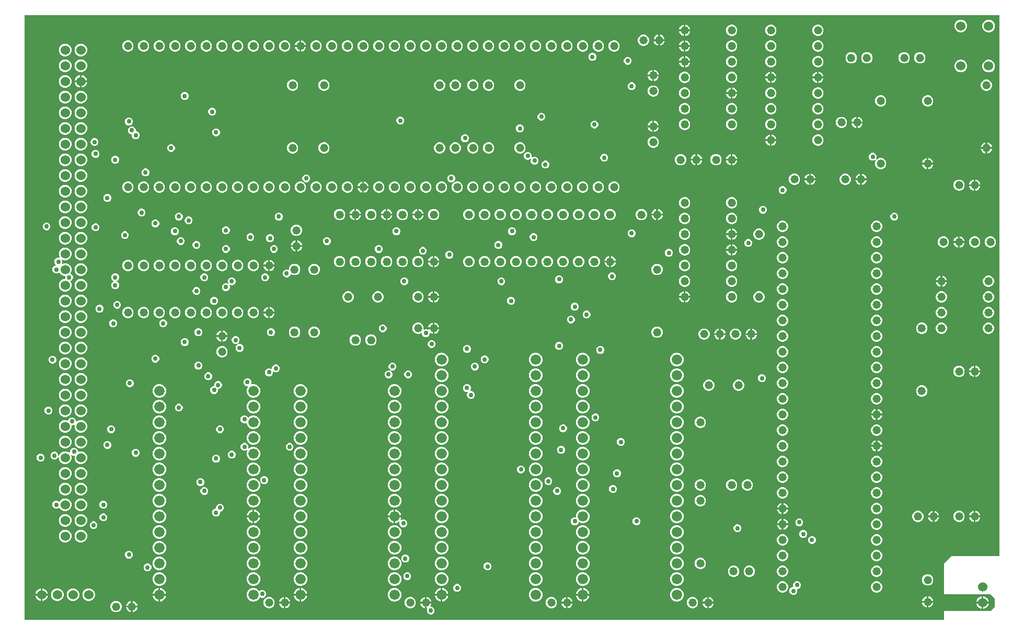
<source format=gbr>
G04 EAGLE Gerber RS-274X export*
G75*
%MOMM*%
%FSLAX34Y34*%
%LPD*%
%INCopper Layer 2*%
%IPPOS*%
%AMOC8*
5,1,8,0,0,1.08239X$1,22.5*%
G01*
%ADD10C,1.320800*%
%ADD11C,1.524000*%
%ADD12C,1.676400*%
%ADD13C,0.756400*%

G36*
X1498620Y10164D02*
X1498620Y10164D01*
X1498639Y10162D01*
X1498741Y10184D01*
X1498843Y10200D01*
X1498860Y10210D01*
X1498880Y10214D01*
X1498969Y10267D01*
X1499060Y10316D01*
X1499074Y10330D01*
X1499091Y10340D01*
X1499158Y10419D01*
X1499230Y10494D01*
X1499238Y10512D01*
X1499251Y10527D01*
X1499290Y10623D01*
X1499333Y10717D01*
X1499335Y10737D01*
X1499343Y10755D01*
X1499361Y10922D01*
X1499361Y24639D01*
X1574800Y24639D01*
X1574890Y24654D01*
X1574981Y24661D01*
X1575011Y24673D01*
X1575043Y24679D01*
X1575123Y24721D01*
X1575207Y24757D01*
X1575239Y24783D01*
X1575260Y24794D01*
X1575282Y24817D01*
X1575338Y24862D01*
X1581688Y31212D01*
X1581741Y31286D01*
X1581801Y31355D01*
X1581813Y31385D01*
X1581832Y31411D01*
X1581859Y31498D01*
X1581893Y31583D01*
X1581897Y31624D01*
X1581904Y31647D01*
X1581903Y31679D01*
X1581911Y31750D01*
X1581911Y44450D01*
X1581909Y44462D01*
X1581910Y44471D01*
X1581901Y44515D01*
X1581897Y44540D01*
X1581889Y44631D01*
X1581877Y44661D01*
X1581872Y44693D01*
X1581829Y44773D01*
X1581793Y44857D01*
X1581767Y44889D01*
X1581756Y44910D01*
X1581733Y44932D01*
X1581688Y44988D01*
X1575338Y51338D01*
X1575264Y51391D01*
X1575195Y51451D01*
X1575165Y51463D01*
X1575139Y51482D01*
X1575052Y51509D01*
X1574967Y51543D01*
X1574926Y51547D01*
X1574903Y51554D01*
X1574871Y51553D01*
X1574800Y51561D01*
X1499361Y51561D01*
X1499361Y101285D01*
X1511615Y113539D01*
X1589078Y113539D01*
X1589098Y113542D01*
X1589117Y113540D01*
X1589219Y113562D01*
X1589321Y113578D01*
X1589338Y113588D01*
X1589358Y113592D01*
X1589447Y113645D01*
X1589538Y113694D01*
X1589552Y113708D01*
X1589569Y113718D01*
X1589636Y113797D01*
X1589708Y113872D01*
X1589716Y113890D01*
X1589729Y113905D01*
X1589768Y114001D01*
X1589811Y114095D01*
X1589813Y114115D01*
X1589821Y114133D01*
X1589839Y114300D01*
X1589839Y989078D01*
X1589836Y989098D01*
X1589838Y989117D01*
X1589816Y989219D01*
X1589800Y989321D01*
X1589790Y989338D01*
X1589786Y989358D01*
X1589733Y989447D01*
X1589684Y989538D01*
X1589670Y989552D01*
X1589660Y989569D01*
X1589581Y989636D01*
X1589506Y989708D01*
X1589488Y989716D01*
X1589473Y989729D01*
X1589377Y989768D01*
X1589283Y989811D01*
X1589263Y989813D01*
X1589245Y989821D01*
X1589078Y989839D01*
X10922Y989839D01*
X10902Y989836D01*
X10883Y989838D01*
X10781Y989816D01*
X10679Y989800D01*
X10662Y989790D01*
X10642Y989786D01*
X10553Y989733D01*
X10462Y989684D01*
X10448Y989670D01*
X10431Y989660D01*
X10364Y989581D01*
X10292Y989506D01*
X10284Y989488D01*
X10271Y989473D01*
X10232Y989377D01*
X10189Y989283D01*
X10187Y989263D01*
X10179Y989245D01*
X10161Y989078D01*
X10161Y10922D01*
X10164Y10902D01*
X10162Y10883D01*
X10184Y10781D01*
X10200Y10679D01*
X10210Y10662D01*
X10214Y10642D01*
X10267Y10553D01*
X10316Y10462D01*
X10330Y10448D01*
X10340Y10431D01*
X10419Y10364D01*
X10494Y10292D01*
X10512Y10284D01*
X10527Y10271D01*
X10623Y10232D01*
X10717Y10189D01*
X10737Y10187D01*
X10755Y10179D01*
X10922Y10161D01*
X1498600Y10161D01*
X1498620Y10164D01*
G37*
%LPC*%
G36*
X74179Y542289D02*
X74179Y542289D01*
X70444Y543836D01*
X67586Y546694D01*
X66039Y550429D01*
X66039Y554471D01*
X67586Y558206D01*
X70444Y561064D01*
X74179Y562611D01*
X75619Y562611D01*
X75664Y562618D01*
X75710Y562616D01*
X75785Y562638D01*
X75862Y562650D01*
X75902Y562672D01*
X75946Y562685D01*
X76010Y562729D01*
X76079Y562766D01*
X76111Y562799D01*
X76148Y562825D01*
X76195Y562887D01*
X76248Y562944D01*
X76268Y562986D01*
X76295Y563022D01*
X76319Y563096D01*
X76352Y563167D01*
X76357Y563213D01*
X76371Y563256D01*
X76370Y563334D01*
X76379Y563411D01*
X76369Y563456D01*
X76369Y563502D01*
X76331Y563634D01*
X76327Y563652D01*
X76324Y563656D01*
X76322Y563663D01*
X76227Y563892D01*
X76227Y566408D01*
X76322Y566637D01*
X76333Y566681D01*
X76352Y566723D01*
X76361Y566800D01*
X76378Y566876D01*
X76374Y566922D01*
X76379Y566967D01*
X76363Y567044D01*
X76355Y567121D01*
X76337Y567163D01*
X76327Y567208D01*
X76287Y567275D01*
X76255Y567346D01*
X76224Y567380D01*
X76201Y567419D01*
X76142Y567470D01*
X76089Y567527D01*
X76049Y567549D01*
X76014Y567579D01*
X75941Y567608D01*
X75873Y567645D01*
X75828Y567654D01*
X75786Y567671D01*
X75650Y567686D01*
X75631Y567689D01*
X75626Y567688D01*
X75619Y567689D01*
X74179Y567689D01*
X70444Y569236D01*
X67586Y572094D01*
X67294Y572801D01*
X67269Y572840D01*
X67254Y572883D01*
X67205Y572944D01*
X67164Y573010D01*
X67129Y573039D01*
X67100Y573075D01*
X67034Y573117D01*
X66974Y573167D01*
X66932Y573183D01*
X66893Y573208D01*
X66818Y573227D01*
X66745Y573255D01*
X66699Y573257D01*
X66654Y573268D01*
X66577Y573262D01*
X66499Y573265D01*
X66455Y573252D01*
X66409Y573249D01*
X66338Y573218D01*
X66263Y573197D01*
X66225Y573171D01*
X66183Y573153D01*
X66076Y573067D01*
X66061Y573056D01*
X66058Y573052D01*
X66052Y573048D01*
X65494Y572490D01*
X63170Y571527D01*
X60655Y571527D01*
X58331Y572490D01*
X56552Y574268D01*
X55590Y576592D01*
X55590Y579108D01*
X56552Y581432D01*
X58331Y583210D01*
X60655Y584173D01*
X60685Y584173D01*
X60756Y584184D01*
X60828Y584186D01*
X60877Y584204D01*
X60928Y584212D01*
X60991Y584246D01*
X61059Y584271D01*
X61099Y584303D01*
X61145Y584328D01*
X61195Y584380D01*
X61251Y584424D01*
X61279Y584468D01*
X61315Y584506D01*
X61345Y584571D01*
X61384Y584631D01*
X61396Y584682D01*
X61418Y584729D01*
X61426Y584800D01*
X61444Y584870D01*
X61440Y584922D01*
X61445Y584973D01*
X61430Y585044D01*
X61425Y585115D01*
X61404Y585163D01*
X61393Y585214D01*
X61356Y585275D01*
X61328Y585341D01*
X61284Y585397D01*
X61267Y585425D01*
X61249Y585440D01*
X61224Y585472D01*
X59727Y586968D01*
X58765Y589292D01*
X58765Y591808D01*
X59727Y594132D01*
X61506Y595910D01*
X63830Y596873D01*
X66345Y596873D01*
X66456Y596827D01*
X66526Y596810D01*
X66593Y596785D01*
X66645Y596783D01*
X66696Y596771D01*
X66767Y596777D01*
X66839Y596774D01*
X66889Y596789D01*
X66940Y596794D01*
X67006Y596823D01*
X67075Y596843D01*
X67118Y596872D01*
X67165Y596894D01*
X67218Y596942D01*
X67277Y596983D01*
X67308Y597025D01*
X67346Y597060D01*
X67381Y597123D01*
X67424Y597180D01*
X67440Y597230D01*
X67465Y597276D01*
X67478Y597346D01*
X67500Y597414D01*
X67499Y597466D01*
X67509Y597518D01*
X67498Y597589D01*
X67497Y597660D01*
X67477Y597729D01*
X67473Y597761D01*
X67462Y597782D01*
X67451Y597821D01*
X66039Y601229D01*
X66039Y605271D01*
X67586Y609006D01*
X70444Y611864D01*
X74179Y613411D01*
X78221Y613411D01*
X81956Y611864D01*
X84814Y609006D01*
X86361Y605271D01*
X86361Y601229D01*
X84814Y597494D01*
X81956Y594636D01*
X78221Y593089D01*
X74179Y593089D01*
X71894Y594036D01*
X71824Y594052D01*
X71757Y594078D01*
X71705Y594080D01*
X71654Y594092D01*
X71583Y594085D01*
X71511Y594088D01*
X71461Y594074D01*
X71410Y594069D01*
X71344Y594040D01*
X71275Y594020D01*
X71232Y593990D01*
X71185Y593969D01*
X71132Y593920D01*
X71073Y593879D01*
X71042Y593838D01*
X71004Y593802D01*
X70969Y593739D01*
X70926Y593682D01*
X70910Y593633D01*
X70885Y593587D01*
X70872Y593516D01*
X70850Y593448D01*
X70851Y593396D01*
X70841Y593345D01*
X70852Y593274D01*
X70853Y593202D01*
X70873Y593133D01*
X70877Y593102D01*
X70888Y593081D01*
X70899Y593041D01*
X71410Y591808D01*
X71410Y589292D01*
X70899Y588059D01*
X70883Y587989D01*
X70857Y587922D01*
X70855Y587870D01*
X70843Y587819D01*
X70850Y587748D01*
X70847Y587676D01*
X70861Y587626D01*
X70866Y587575D01*
X70895Y587509D01*
X70915Y587440D01*
X70945Y587397D01*
X70966Y587350D01*
X71015Y587297D01*
X71056Y587238D01*
X71097Y587207D01*
X71133Y587169D01*
X71196Y587134D01*
X71253Y587091D01*
X71302Y587075D01*
X71348Y587050D01*
X71419Y587037D01*
X71487Y587015D01*
X71539Y587016D01*
X71590Y587006D01*
X71661Y587017D01*
X71733Y587018D01*
X71802Y587037D01*
X71834Y587042D01*
X71854Y587053D01*
X71894Y587064D01*
X74179Y588011D01*
X78221Y588011D01*
X81956Y586464D01*
X84814Y583606D01*
X86361Y579871D01*
X86361Y575829D01*
X84787Y572029D01*
X84742Y571966D01*
X84728Y571922D01*
X84706Y571882D01*
X84692Y571805D01*
X84669Y571731D01*
X84670Y571685D01*
X84662Y571640D01*
X84674Y571563D01*
X84676Y571485D01*
X84691Y571442D01*
X84698Y571396D01*
X84733Y571327D01*
X84760Y571254D01*
X84789Y571218D01*
X84810Y571177D01*
X84865Y571123D01*
X84914Y571062D01*
X84952Y571037D01*
X84985Y571005D01*
X85104Y570939D01*
X85120Y570929D01*
X85125Y570928D01*
X85132Y570924D01*
X86132Y570510D01*
X87910Y568732D01*
X88873Y566408D01*
X88873Y563892D01*
X87910Y561568D01*
X86132Y559790D01*
X85132Y559376D01*
X85093Y559352D01*
X85050Y559336D01*
X84989Y559287D01*
X84923Y559246D01*
X84894Y559211D01*
X84858Y559182D01*
X84816Y559117D01*
X84766Y559057D01*
X84750Y559014D01*
X84725Y558975D01*
X84706Y558900D01*
X84678Y558827D01*
X84676Y558781D01*
X84665Y558736D01*
X84671Y558659D01*
X84668Y558581D01*
X84680Y558537D01*
X84684Y558491D01*
X84715Y558420D01*
X84736Y558345D01*
X84762Y558307D01*
X84780Y558265D01*
X84799Y558242D01*
X86361Y554471D01*
X86361Y550429D01*
X84814Y546694D01*
X81956Y543836D01*
X78221Y542289D01*
X74179Y542289D01*
G37*
%LPD*%
%LPC*%
G36*
X74179Y262889D02*
X74179Y262889D01*
X70444Y264436D01*
X67586Y267294D01*
X66039Y271029D01*
X66039Y273504D01*
X66024Y273600D01*
X66014Y273697D01*
X66004Y273721D01*
X66000Y273747D01*
X65954Y273833D01*
X65914Y273922D01*
X65897Y273941D01*
X65884Y273964D01*
X65814Y274031D01*
X65748Y274103D01*
X65725Y274115D01*
X65706Y274133D01*
X65618Y274174D01*
X65532Y274221D01*
X65507Y274226D01*
X65483Y274237D01*
X65386Y274248D01*
X65290Y274265D01*
X65264Y274261D01*
X65239Y274264D01*
X65143Y274243D01*
X65047Y274229D01*
X65024Y274217D01*
X64998Y274212D01*
X64914Y274162D01*
X64828Y274118D01*
X64810Y274099D01*
X64787Y274086D01*
X64724Y274012D01*
X64656Y273942D01*
X64640Y273914D01*
X64627Y273899D01*
X64615Y273868D01*
X64575Y273795D01*
X64098Y272643D01*
X62319Y270865D01*
X59995Y269902D01*
X57480Y269902D01*
X55156Y270865D01*
X53377Y272643D01*
X52415Y274967D01*
X52415Y277483D01*
X53377Y279807D01*
X55156Y281585D01*
X57480Y282548D01*
X59995Y282548D01*
X62319Y281585D01*
X64098Y279807D01*
X65060Y277483D01*
X65060Y276534D01*
X65076Y276438D01*
X65085Y276341D01*
X65096Y276318D01*
X65100Y276292D01*
X65145Y276206D01*
X65185Y276117D01*
X65203Y276097D01*
X65215Y276074D01*
X65286Y276007D01*
X65352Y275936D01*
X65374Y275923D01*
X65393Y275905D01*
X65482Y275864D01*
X65567Y275817D01*
X65593Y275812D01*
X65616Y275801D01*
X65713Y275791D01*
X65809Y275773D01*
X65835Y275777D01*
X65861Y275774D01*
X65956Y275795D01*
X66052Y275809D01*
X66076Y275821D01*
X66101Y275827D01*
X66185Y275876D01*
X66272Y275921D01*
X66290Y275939D01*
X66312Y275953D01*
X66376Y276027D01*
X66444Y276096D01*
X66460Y276125D01*
X66472Y276140D01*
X66485Y276170D01*
X66525Y276243D01*
X67586Y278806D01*
X70444Y281664D01*
X74179Y283211D01*
X78221Y283211D01*
X81956Y281664D01*
X82865Y280754D01*
X82923Y280712D01*
X82975Y280663D01*
X83023Y280641D01*
X83065Y280611D01*
X83133Y280590D01*
X83199Y280559D01*
X83250Y280554D01*
X83300Y280538D01*
X83372Y280540D01*
X83443Y280532D01*
X83494Y280543D01*
X83546Y280545D01*
X83613Y280569D01*
X83683Y280585D01*
X83728Y280611D01*
X83777Y280629D01*
X83833Y280674D01*
X83894Y280711D01*
X83928Y280750D01*
X83969Y280783D01*
X84008Y280843D01*
X84054Y280898D01*
X84074Y280946D01*
X84102Y280990D01*
X84119Y281059D01*
X84146Y281126D01*
X84154Y281197D01*
X84162Y281228D01*
X84160Y281252D01*
X84165Y281292D01*
X84165Y283833D01*
X85127Y286157D01*
X86906Y287935D01*
X89230Y288898D01*
X91745Y288898D01*
X94069Y287935D01*
X95848Y286157D01*
X96810Y283833D01*
X96810Y283203D01*
X96818Y283158D01*
X96816Y283112D01*
X96837Y283037D01*
X96850Y282960D01*
X96871Y282920D01*
X96884Y282876D01*
X96929Y282812D01*
X96965Y282743D01*
X96998Y282711D01*
X97025Y282674D01*
X97087Y282627D01*
X97143Y282574D01*
X97185Y282554D01*
X97222Y282527D01*
X97296Y282503D01*
X97366Y282470D01*
X97412Y282465D01*
X97456Y282451D01*
X97534Y282452D01*
X97611Y282443D01*
X97656Y282453D01*
X97702Y282453D01*
X97833Y282491D01*
X97851Y282495D01*
X97856Y282498D01*
X97863Y282500D01*
X99579Y283211D01*
X103621Y283211D01*
X107356Y281664D01*
X110214Y278806D01*
X111761Y275071D01*
X111761Y271029D01*
X110214Y267294D01*
X107356Y264436D01*
X103621Y262889D01*
X99579Y262889D01*
X95844Y264436D01*
X92986Y267294D01*
X91439Y271029D01*
X91439Y275071D01*
X91493Y275200D01*
X91503Y275244D01*
X91522Y275286D01*
X91531Y275363D01*
X91549Y275439D01*
X91544Y275485D01*
X91549Y275530D01*
X91533Y275606D01*
X91526Y275684D01*
X91507Y275726D01*
X91497Y275771D01*
X91457Y275838D01*
X91426Y275909D01*
X91395Y275943D01*
X91371Y275982D01*
X91312Y276032D01*
X91259Y276090D01*
X91219Y276112D01*
X91184Y276142D01*
X91112Y276171D01*
X91044Y276208D01*
X90999Y276217D01*
X90956Y276234D01*
X90820Y276249D01*
X90802Y276252D01*
X90797Y276251D01*
X90789Y276252D01*
X89230Y276252D01*
X86874Y277228D01*
X86804Y277245D01*
X86737Y277270D01*
X86685Y277272D01*
X86634Y277284D01*
X86563Y277278D01*
X86491Y277281D01*
X86441Y277266D01*
X86389Y277261D01*
X86324Y277232D01*
X86255Y277212D01*
X86212Y277182D01*
X86165Y277161D01*
X86112Y277113D01*
X86053Y277072D01*
X86022Y277030D01*
X85984Y276995D01*
X85949Y276932D01*
X85906Y276874D01*
X85890Y276825D01*
X85865Y276779D01*
X85852Y276709D01*
X85830Y276641D01*
X85831Y276589D01*
X85821Y276537D01*
X85832Y276466D01*
X85832Y276395D01*
X85852Y276326D01*
X85857Y276294D01*
X85868Y276273D01*
X85879Y276234D01*
X86361Y275071D01*
X86361Y271029D01*
X84814Y267294D01*
X81956Y264436D01*
X78221Y262889D01*
X74179Y262889D01*
G37*
%LPD*%
%LPC*%
G36*
X74179Y313689D02*
X74179Y313689D01*
X70444Y315236D01*
X67586Y318094D01*
X66039Y321829D01*
X66039Y325871D01*
X67586Y329606D01*
X70444Y332464D01*
X74179Y334011D01*
X78221Y334011D01*
X80222Y333182D01*
X80242Y333177D01*
X80259Y333168D01*
X80361Y333149D01*
X80462Y333126D01*
X80482Y333127D01*
X80501Y333124D01*
X80604Y333139D01*
X80707Y333149D01*
X80725Y333157D01*
X80745Y333160D01*
X80837Y333207D01*
X80931Y333249D01*
X80946Y333262D01*
X80964Y333271D01*
X81036Y333345D01*
X81113Y333415D01*
X81122Y333433D01*
X81136Y333447D01*
X81217Y333594D01*
X81952Y335369D01*
X83731Y337148D01*
X86055Y338110D01*
X88570Y338110D01*
X90894Y337148D01*
X92673Y335369D01*
X93635Y333045D01*
X93635Y332092D01*
X93647Y332022D01*
X93649Y331950D01*
X93667Y331901D01*
X93675Y331850D01*
X93709Y331786D01*
X93733Y331719D01*
X93766Y331678D01*
X93790Y331632D01*
X93842Y331583D01*
X93887Y331527D01*
X93931Y331499D01*
X93968Y331463D01*
X94033Y331433D01*
X94094Y331394D01*
X94144Y331381D01*
X94191Y331359D01*
X94263Y331351D01*
X94332Y331334D01*
X94384Y331338D01*
X94436Y331332D01*
X94506Y331348D01*
X94577Y331353D01*
X94625Y331373D01*
X94676Y331385D01*
X94738Y331421D01*
X94804Y331449D01*
X94860Y331494D01*
X94887Y331511D01*
X94903Y331528D01*
X94935Y331554D01*
X95844Y332464D01*
X99579Y334011D01*
X103621Y334011D01*
X107356Y332464D01*
X110214Y329606D01*
X111761Y325871D01*
X111761Y321829D01*
X110214Y318094D01*
X107356Y315236D01*
X103621Y313689D01*
X99579Y313689D01*
X95844Y315236D01*
X92986Y318094D01*
X91439Y321829D01*
X91439Y325514D01*
X91432Y325559D01*
X91434Y325605D01*
X91412Y325680D01*
X91400Y325757D01*
X91378Y325797D01*
X91365Y325841D01*
X91321Y325905D01*
X91284Y325974D01*
X91251Y326006D01*
X91225Y326043D01*
X91163Y326090D01*
X91106Y326143D01*
X91064Y326163D01*
X91028Y326190D01*
X90954Y326214D01*
X90883Y326247D01*
X90837Y326252D01*
X90794Y326266D01*
X90716Y326266D01*
X90639Y326274D01*
X90594Y326264D01*
X90548Y326264D01*
X90416Y326226D01*
X90398Y326222D01*
X90394Y326219D01*
X90387Y326217D01*
X88570Y325465D01*
X87122Y325465D01*
X87102Y325462D01*
X87083Y325464D01*
X86981Y325442D01*
X86879Y325425D01*
X86862Y325416D01*
X86842Y325411D01*
X86753Y325358D01*
X86662Y325310D01*
X86648Y325296D01*
X86631Y325285D01*
X86564Y325207D01*
X86492Y325132D01*
X86484Y325114D01*
X86471Y325098D01*
X86432Y325002D01*
X86389Y324909D01*
X86387Y324889D01*
X86379Y324870D01*
X86361Y324704D01*
X86361Y321829D01*
X84814Y318094D01*
X81956Y315236D01*
X78221Y313689D01*
X74179Y313689D01*
G37*
%LPD*%
%LPC*%
G36*
X378827Y268477D02*
X378827Y268477D01*
X374813Y270140D01*
X371740Y273213D01*
X370077Y277227D01*
X370077Y281573D01*
X371119Y284087D01*
X371135Y284157D01*
X371161Y284224D01*
X371163Y284276D01*
X371175Y284327D01*
X371168Y284398D01*
X371171Y284470D01*
X371157Y284520D01*
X371152Y284572D01*
X371123Y284637D01*
X371103Y284706D01*
X371073Y284749D01*
X371052Y284796D01*
X371004Y284849D01*
X370963Y284908D01*
X370921Y284939D01*
X370886Y284978D01*
X370823Y285012D01*
X370765Y285055D01*
X370716Y285071D01*
X370670Y285096D01*
X370600Y285109D01*
X370531Y285131D01*
X370479Y285131D01*
X370428Y285140D01*
X370357Y285129D01*
X370285Y285129D01*
X370217Y285109D01*
X370185Y285104D01*
X370164Y285094D01*
X370124Y285082D01*
X367970Y284190D01*
X365455Y284190D01*
X363131Y285152D01*
X361352Y286931D01*
X360390Y289255D01*
X360390Y291770D01*
X361352Y294094D01*
X363131Y295873D01*
X365455Y296835D01*
X367970Y296835D01*
X370294Y295873D01*
X372073Y294094D01*
X373035Y291770D01*
X373035Y289255D01*
X372822Y288740D01*
X372800Y288646D01*
X372771Y288553D01*
X372772Y288526D01*
X372766Y288501D01*
X372775Y288404D01*
X372778Y288307D01*
X372787Y288282D01*
X372789Y288256D01*
X372829Y288167D01*
X372862Y288076D01*
X372878Y288055D01*
X372889Y288031D01*
X372955Y287960D01*
X373016Y287884D01*
X373038Y287869D01*
X373055Y287850D01*
X373141Y287803D01*
X373223Y287751D01*
X373248Y287744D01*
X373271Y287732D01*
X373367Y287714D01*
X373461Y287691D01*
X373487Y287693D01*
X373513Y287688D01*
X373610Y287702D01*
X373706Y287710D01*
X373730Y287720D01*
X373756Y287724D01*
X373843Y287768D01*
X373933Y287806D01*
X373958Y287826D01*
X373976Y287835D01*
X373999Y287859D01*
X374064Y287911D01*
X374813Y288660D01*
X378827Y290323D01*
X383173Y290323D01*
X387187Y288660D01*
X390260Y285587D01*
X391923Y281573D01*
X391923Y277227D01*
X390260Y273213D01*
X387187Y270140D01*
X383173Y268477D01*
X378827Y268477D01*
G37*
%LPD*%
%LPC*%
G36*
X378827Y370077D02*
X378827Y370077D01*
X374813Y371740D01*
X371740Y374813D01*
X370077Y378827D01*
X370077Y383173D01*
X371740Y387187D01*
X372218Y387665D01*
X372260Y387724D01*
X372309Y387775D01*
X372331Y387823D01*
X372362Y387865D01*
X372383Y387933D01*
X372413Y387999D01*
X372419Y388050D01*
X372434Y388100D01*
X372432Y388172D01*
X372440Y388243D01*
X372429Y388294D01*
X372428Y388346D01*
X372403Y388413D01*
X372388Y388483D01*
X372361Y388528D01*
X372343Y388577D01*
X372298Y388633D01*
X372262Y388694D01*
X372222Y388728D01*
X372190Y388769D01*
X372129Y388808D01*
X372075Y388854D01*
X372026Y388874D01*
X371983Y388902D01*
X371913Y388919D01*
X371847Y388946D01*
X371775Y388954D01*
X371744Y388962D01*
X371721Y388960D01*
X371680Y388965D01*
X370217Y388965D01*
X367893Y389927D01*
X366115Y391706D01*
X365152Y394030D01*
X365152Y396545D01*
X366115Y398869D01*
X367893Y400648D01*
X370217Y401610D01*
X372733Y401610D01*
X375057Y400648D01*
X376835Y398869D01*
X377798Y396545D01*
X377798Y394030D01*
X377234Y392669D01*
X377218Y392600D01*
X377192Y392533D01*
X377190Y392481D01*
X377178Y392430D01*
X377185Y392359D01*
X377182Y392287D01*
X377196Y392237D01*
X377201Y392185D01*
X377230Y392120D01*
X377250Y392051D01*
X377280Y392008D01*
X377301Y391960D01*
X377350Y391908D01*
X377391Y391849D01*
X377432Y391818D01*
X377468Y391779D01*
X377531Y391745D01*
X377588Y391702D01*
X377637Y391686D01*
X377683Y391661D01*
X377754Y391648D01*
X377822Y391626D01*
X377874Y391626D01*
X377925Y391617D01*
X377996Y391627D01*
X378068Y391628D01*
X378137Y391648D01*
X378168Y391653D01*
X378189Y391663D01*
X378229Y391675D01*
X378827Y391923D01*
X383173Y391923D01*
X387187Y390260D01*
X390260Y387187D01*
X391923Y383173D01*
X391923Y378827D01*
X390260Y374813D01*
X387187Y371740D01*
X383173Y370077D01*
X378827Y370077D01*
G37*
%LPD*%
%LPC*%
G36*
X378827Y319277D02*
X378827Y319277D01*
X374813Y320940D01*
X371740Y324013D01*
X370077Y328027D01*
X370077Y328373D01*
X370075Y328389D01*
X370076Y328403D01*
X370070Y328430D01*
X370072Y328464D01*
X370050Y328539D01*
X370038Y328616D01*
X370025Y328641D01*
X370024Y328643D01*
X370017Y328654D01*
X370016Y328657D01*
X370003Y328701D01*
X369959Y328765D01*
X369922Y328833D01*
X369889Y328865D01*
X369863Y328903D01*
X369801Y328949D01*
X369744Y329003D01*
X369702Y329022D01*
X369666Y329049D01*
X369592Y329074D01*
X369521Y329106D01*
X369475Y329111D01*
X369432Y329126D01*
X369354Y329125D01*
X369277Y329133D01*
X369232Y329124D01*
X369186Y329123D01*
X369058Y329086D01*
X369049Y329085D01*
X369047Y329084D01*
X369036Y329081D01*
X369032Y329079D01*
X369025Y329077D01*
X367970Y328640D01*
X365455Y328640D01*
X363131Y329602D01*
X361352Y331381D01*
X360390Y333705D01*
X360390Y336220D01*
X361352Y338544D01*
X363131Y340323D01*
X365455Y341285D01*
X367970Y341285D01*
X370294Y340323D01*
X372073Y338544D01*
X372171Y338307D01*
X372195Y338268D01*
X372211Y338224D01*
X372260Y338164D01*
X372301Y338098D01*
X372336Y338068D01*
X372365Y338032D01*
X372430Y337990D01*
X372490Y337941D01*
X372533Y337924D01*
X372572Y337899D01*
X372647Y337880D01*
X372720Y337853D01*
X372766Y337851D01*
X372810Y337839D01*
X372888Y337845D01*
X372965Y337842D01*
X373010Y337855D01*
X373055Y337859D01*
X373127Y337889D01*
X373202Y337911D01*
X373239Y337937D01*
X373282Y337955D01*
X373389Y338040D01*
X373404Y338051D01*
X373407Y338055D01*
X373413Y338060D01*
X374813Y339460D01*
X378827Y341123D01*
X383173Y341123D01*
X387187Y339460D01*
X390260Y336387D01*
X391923Y332373D01*
X391923Y328027D01*
X390260Y324013D01*
X387187Y320940D01*
X383173Y319277D01*
X378827Y319277D01*
G37*
%LPD*%
%LPC*%
G36*
X900442Y163540D02*
X900442Y163540D01*
X898118Y164502D01*
X896340Y166281D01*
X895377Y168605D01*
X895377Y171120D01*
X896340Y173444D01*
X898118Y175223D01*
X900442Y176185D01*
X902716Y176185D01*
X902736Y176188D01*
X902755Y176186D01*
X902857Y176208D01*
X902959Y176225D01*
X902976Y176234D01*
X902996Y176239D01*
X903085Y176292D01*
X903176Y176340D01*
X903190Y176354D01*
X903207Y176365D01*
X903274Y176443D01*
X903346Y176518D01*
X903354Y176536D01*
X903367Y176552D01*
X903406Y176648D01*
X903449Y176741D01*
X903451Y176761D01*
X903459Y176780D01*
X903477Y176946D01*
X903477Y179973D01*
X905140Y183987D01*
X908213Y187060D01*
X912227Y188723D01*
X916573Y188723D01*
X920587Y187060D01*
X923660Y183987D01*
X925323Y179973D01*
X925323Y175627D01*
X923660Y171613D01*
X920587Y168540D01*
X916573Y166877D01*
X912227Y166877D01*
X908731Y168326D01*
X908712Y168330D01*
X908694Y168340D01*
X908592Y168358D01*
X908492Y168382D01*
X908472Y168380D01*
X908452Y168383D01*
X908350Y168368D01*
X908247Y168359D01*
X908228Y168350D01*
X908209Y168348D01*
X908116Y168301D01*
X908022Y168259D01*
X908007Y168245D01*
X907989Y168236D01*
X907917Y168162D01*
X907841Y168092D01*
X907831Y168075D01*
X907817Y168060D01*
X907736Y167914D01*
X907060Y166281D01*
X905282Y164502D01*
X902958Y163540D01*
X900442Y163540D01*
G37*
%LPD*%
%LPC*%
G36*
X378827Y39877D02*
X378827Y39877D01*
X374813Y41540D01*
X371740Y44613D01*
X370077Y48627D01*
X370077Y52973D01*
X371740Y56987D01*
X374813Y60060D01*
X378827Y61723D01*
X383173Y61723D01*
X387187Y60060D01*
X390064Y57183D01*
X390081Y57171D01*
X390093Y57155D01*
X390180Y57099D01*
X390264Y57039D01*
X390283Y57033D01*
X390300Y57022D01*
X390400Y56997D01*
X390499Y56967D01*
X390519Y56967D01*
X390538Y56962D01*
X390641Y56970D01*
X390745Y56973D01*
X390764Y56980D01*
X390784Y56982D01*
X390879Y57022D01*
X390976Y57058D01*
X390992Y57070D01*
X391010Y57078D01*
X391141Y57183D01*
X391706Y57748D01*
X394030Y58710D01*
X396545Y58710D01*
X398869Y57748D01*
X400648Y55969D01*
X401610Y53645D01*
X401610Y51130D01*
X400648Y48806D01*
X398869Y47027D01*
X396545Y46065D01*
X394030Y46065D01*
X392029Y46894D01*
X392009Y46898D01*
X391992Y46908D01*
X391890Y46926D01*
X391789Y46950D01*
X391769Y46948D01*
X391750Y46952D01*
X391647Y46936D01*
X391544Y46927D01*
X391526Y46919D01*
X391506Y46916D01*
X391414Y46869D01*
X391320Y46827D01*
X391305Y46813D01*
X391287Y46804D01*
X391215Y46730D01*
X391138Y46660D01*
X391129Y46643D01*
X391115Y46629D01*
X391034Y46482D01*
X390260Y44613D01*
X387187Y41540D01*
X383173Y39877D01*
X378827Y39877D01*
G37*
%LPD*%
%LPC*%
G36*
X74179Y186689D02*
X74179Y186689D01*
X70444Y188236D01*
X67586Y191094D01*
X67294Y191801D01*
X67269Y191840D01*
X67254Y191883D01*
X67205Y191944D01*
X67164Y192010D01*
X67129Y192039D01*
X67100Y192075D01*
X67034Y192117D01*
X66974Y192167D01*
X66932Y192183D01*
X66893Y192208D01*
X66818Y192227D01*
X66745Y192255D01*
X66699Y192257D01*
X66654Y192268D01*
X66577Y192262D01*
X66499Y192265D01*
X66455Y192252D01*
X66409Y192249D01*
X66338Y192218D01*
X66263Y192197D01*
X66225Y192171D01*
X66183Y192153D01*
X66076Y192067D01*
X66061Y192056D01*
X66058Y192052D01*
X66052Y192048D01*
X65494Y191490D01*
X63170Y190527D01*
X60655Y190527D01*
X58331Y191490D01*
X56552Y193268D01*
X55590Y195592D01*
X55590Y198108D01*
X56552Y200432D01*
X58331Y202210D01*
X60655Y203173D01*
X63170Y203173D01*
X65494Y202210D01*
X66052Y201652D01*
X66089Y201625D01*
X66120Y201592D01*
X66189Y201554D01*
X66252Y201509D01*
X66296Y201495D01*
X66336Y201473D01*
X66412Y201459D01*
X66487Y201436D01*
X66533Y201438D01*
X66578Y201429D01*
X66655Y201441D01*
X66733Y201443D01*
X66776Y201458D01*
X66821Y201465D01*
X66891Y201500D01*
X66964Y201527D01*
X67000Y201556D01*
X67040Y201577D01*
X67095Y201632D01*
X67156Y201681D01*
X67181Y201720D01*
X67213Y201752D01*
X67279Y201872D01*
X67289Y201888D01*
X67290Y201893D01*
X67294Y201899D01*
X67586Y202606D01*
X70444Y205464D01*
X74179Y207011D01*
X78221Y207011D01*
X81956Y205464D01*
X84814Y202606D01*
X86361Y198871D01*
X86361Y194829D01*
X84814Y191094D01*
X81956Y188236D01*
X78221Y186689D01*
X74179Y186689D01*
G37*
%LPD*%
%LPC*%
G36*
X659142Y468340D02*
X659142Y468340D01*
X656818Y469302D01*
X655040Y471081D01*
X654077Y473405D01*
X654077Y474207D01*
X654066Y474274D01*
X654067Y474293D01*
X654065Y474301D01*
X654063Y474352D01*
X654046Y474399D01*
X654038Y474450D01*
X654003Y474514D01*
X654002Y474519D01*
X653999Y474529D01*
X653997Y474532D01*
X653978Y474582D01*
X653946Y474622D01*
X653922Y474667D01*
X653870Y474717D01*
X653860Y474729D01*
X653858Y474732D01*
X653824Y474774D01*
X653781Y474801D01*
X653744Y474836D01*
X653678Y474867D01*
X653664Y474876D01*
X653661Y474878D01*
X653660Y474879D01*
X653616Y474906D01*
X653567Y474919D01*
X653521Y474940D01*
X653449Y474948D01*
X653442Y474950D01*
X653427Y474955D01*
X653423Y474954D01*
X653378Y474966D01*
X653327Y474961D01*
X653277Y474967D01*
X653209Y474952D01*
X653181Y474952D01*
X653169Y474949D01*
X653133Y474946D01*
X653086Y474926D01*
X653036Y474915D01*
X653021Y474906D01*
X653020Y474905D01*
X649519Y473455D01*
X645881Y473455D01*
X642520Y474847D01*
X639947Y477420D01*
X638555Y480781D01*
X638555Y484419D01*
X639947Y487780D01*
X642520Y490353D01*
X645881Y491745D01*
X649519Y491745D01*
X652880Y490353D01*
X655453Y487780D01*
X656845Y484419D01*
X656845Y481173D01*
X656852Y481128D01*
X656850Y481082D01*
X656872Y481007D01*
X656884Y480930D01*
X656906Y480890D01*
X656919Y480845D01*
X656963Y480781D01*
X657000Y480713D01*
X657033Y480681D01*
X657059Y480643D01*
X657122Y480597D01*
X657178Y480543D01*
X657220Y480524D01*
X657256Y480497D01*
X657330Y480472D01*
X657401Y480440D01*
X657447Y480435D01*
X657490Y480420D01*
X657568Y480421D01*
X657645Y480413D01*
X657690Y480422D01*
X657736Y480423D01*
X657868Y480461D01*
X657886Y480465D01*
X657890Y480467D01*
X657897Y480470D01*
X659142Y480985D01*
X661658Y480985D01*
X663001Y480429D01*
X663117Y480402D01*
X663234Y480373D01*
X663237Y480374D01*
X663240Y480373D01*
X663360Y480384D01*
X663479Y480394D01*
X663482Y480396D01*
X663485Y480396D01*
X663595Y480445D01*
X663704Y480493D01*
X663707Y480495D01*
X663710Y480496D01*
X663798Y480577D01*
X663887Y480657D01*
X663888Y480660D01*
X663891Y480662D01*
X663949Y480767D01*
X664007Y480872D01*
X664008Y480875D01*
X664009Y480878D01*
X664031Y480996D01*
X664046Y481077D01*
X671577Y481077D01*
X671577Y473579D01*
X670433Y473807D01*
X668768Y474496D01*
X667907Y475072D01*
X667798Y475121D01*
X667689Y475172D01*
X667686Y475172D01*
X667683Y475173D01*
X667563Y475186D01*
X667445Y475199D01*
X667441Y475198D01*
X667438Y475199D01*
X667322Y475172D01*
X667204Y475147D01*
X667201Y475145D01*
X667198Y475144D01*
X667096Y475082D01*
X666993Y475020D01*
X666991Y475018D01*
X666988Y475016D01*
X666911Y474925D01*
X666833Y474834D01*
X666832Y474831D01*
X666830Y474828D01*
X666786Y474718D01*
X666741Y474605D01*
X666741Y474602D01*
X666740Y474599D01*
X666739Y474589D01*
X666723Y474439D01*
X666723Y473405D01*
X665760Y471081D01*
X663982Y469302D01*
X661658Y468340D01*
X659142Y468340D01*
G37*
%LPD*%
%LPC*%
G36*
X1395181Y740155D02*
X1395181Y740155D01*
X1391820Y741547D01*
X1389247Y744120D01*
X1387855Y747481D01*
X1387855Y751119D01*
X1389153Y754253D01*
X1389176Y754348D01*
X1389204Y754441D01*
X1389204Y754467D01*
X1389210Y754493D01*
X1389200Y754590D01*
X1389198Y754687D01*
X1389189Y754711D01*
X1389187Y754737D01*
X1389147Y754827D01*
X1389113Y754918D01*
X1389097Y754938D01*
X1389087Y754962D01*
X1389021Y755034D01*
X1388960Y755110D01*
X1388938Y755124D01*
X1388920Y755143D01*
X1388835Y755190D01*
X1388753Y755243D01*
X1388728Y755249D01*
X1388705Y755262D01*
X1388609Y755279D01*
X1388514Y755303D01*
X1388488Y755301D01*
X1388463Y755306D01*
X1388366Y755291D01*
X1388269Y755284D01*
X1388245Y755274D01*
X1388219Y755270D01*
X1388132Y755226D01*
X1388043Y755187D01*
X1388017Y755167D01*
X1388000Y755158D01*
X1387977Y755135D01*
X1387912Y755083D01*
X1387882Y755052D01*
X1385558Y754090D01*
X1383042Y754090D01*
X1380718Y755052D01*
X1378940Y756831D01*
X1377977Y759155D01*
X1377977Y761670D01*
X1378940Y763994D01*
X1380718Y765773D01*
X1383042Y766735D01*
X1385558Y766735D01*
X1387882Y765773D01*
X1389660Y763994D01*
X1390623Y761670D01*
X1390623Y759155D01*
X1389754Y757058D01*
X1389732Y756963D01*
X1389703Y756870D01*
X1389704Y756844D01*
X1389698Y756818D01*
X1389707Y756722D01*
X1389710Y756624D01*
X1389719Y756600D01*
X1389721Y756574D01*
X1389761Y756485D01*
X1389794Y756393D01*
X1389810Y756373D01*
X1389821Y756349D01*
X1389887Y756277D01*
X1389948Y756201D01*
X1389970Y756187D01*
X1389988Y756168D01*
X1390073Y756121D01*
X1390155Y756068D01*
X1390180Y756062D01*
X1390203Y756049D01*
X1390299Y756032D01*
X1390393Y756008D01*
X1390419Y756010D01*
X1390445Y756005D01*
X1390542Y756020D01*
X1390638Y756027D01*
X1390663Y756037D01*
X1390688Y756041D01*
X1390775Y756085D01*
X1390865Y756124D01*
X1390890Y756144D01*
X1390908Y756153D01*
X1390931Y756176D01*
X1390996Y756228D01*
X1391820Y757053D01*
X1395181Y758445D01*
X1398819Y758445D01*
X1402180Y757053D01*
X1404753Y754480D01*
X1406145Y751119D01*
X1406145Y747481D01*
X1404753Y744120D01*
X1402180Y741547D01*
X1398819Y740155D01*
X1395181Y740155D01*
G37*
%LPD*%
%LPC*%
G36*
X433717Y565177D02*
X433717Y565177D01*
X431393Y566140D01*
X429615Y567918D01*
X428652Y570242D01*
X428652Y572758D01*
X429615Y575082D01*
X431393Y576860D01*
X433717Y577823D01*
X436233Y577823D01*
X437478Y577307D01*
X437522Y577297D01*
X437564Y577277D01*
X437641Y577269D01*
X437717Y577251D01*
X437763Y577255D01*
X437808Y577250D01*
X437885Y577267D01*
X437962Y577274D01*
X438004Y577293D01*
X438049Y577302D01*
X438116Y577342D01*
X438187Y577374D01*
X438221Y577405D01*
X438260Y577429D01*
X438311Y577488D01*
X438368Y577540D01*
X438390Y577581D01*
X438420Y577615D01*
X438449Y577688D01*
X438486Y577756D01*
X438495Y577801D01*
X438512Y577844D01*
X438527Y577980D01*
X438530Y577998D01*
X438529Y578003D01*
X438530Y578010D01*
X438530Y579669D01*
X439922Y583030D01*
X442495Y585603D01*
X445856Y586995D01*
X449494Y586995D01*
X452855Y585603D01*
X455428Y583030D01*
X456820Y579669D01*
X456820Y576031D01*
X455428Y572670D01*
X452855Y570097D01*
X449494Y568705D01*
X445856Y568705D01*
X442495Y570097D01*
X442412Y570181D01*
X442374Y570208D01*
X442343Y570241D01*
X442275Y570279D01*
X442212Y570324D01*
X442168Y570338D01*
X442128Y570360D01*
X442051Y570374D01*
X441977Y570397D01*
X441931Y570396D01*
X441886Y570404D01*
X441809Y570392D01*
X441731Y570390D01*
X441688Y570375D01*
X441642Y570368D01*
X441573Y570333D01*
X441500Y570306D01*
X441464Y570277D01*
X441423Y570256D01*
X441368Y570201D01*
X441308Y570152D01*
X441283Y570114D01*
X441251Y570081D01*
X441185Y569961D01*
X441175Y569945D01*
X441174Y569941D01*
X441170Y569934D01*
X440335Y567918D01*
X438557Y566140D01*
X436233Y565177D01*
X433717Y565177D01*
G37*
%LPD*%
%LPC*%
G36*
X683627Y243077D02*
X683627Y243077D01*
X679613Y244740D01*
X676540Y247813D01*
X674877Y251827D01*
X674877Y256173D01*
X676540Y260187D01*
X679613Y263260D01*
X683627Y264923D01*
X687973Y264923D01*
X691987Y263260D01*
X695060Y260187D01*
X696723Y256173D01*
X696723Y251827D01*
X695060Y247813D01*
X691987Y244740D01*
X687973Y243077D01*
X683627Y243077D01*
G37*
%LPD*%
%LPC*%
G36*
X836027Y243077D02*
X836027Y243077D01*
X832013Y244740D01*
X828940Y247813D01*
X827277Y251827D01*
X827277Y256173D01*
X828940Y260187D01*
X832013Y263260D01*
X836027Y264923D01*
X840373Y264923D01*
X844387Y263260D01*
X847460Y260187D01*
X849123Y256173D01*
X849123Y251827D01*
X847460Y247813D01*
X844387Y244740D01*
X840373Y243077D01*
X836027Y243077D01*
G37*
%LPD*%
%LPC*%
G36*
X912227Y243077D02*
X912227Y243077D01*
X908213Y244740D01*
X905140Y247813D01*
X903477Y251827D01*
X903477Y256173D01*
X905140Y260187D01*
X908213Y263260D01*
X912227Y264923D01*
X916573Y264923D01*
X920587Y263260D01*
X923660Y260187D01*
X925323Y256173D01*
X925323Y251827D01*
X923660Y247813D01*
X920587Y244740D01*
X916573Y243077D01*
X912227Y243077D01*
G37*
%LPD*%
%LPC*%
G36*
X378827Y65277D02*
X378827Y65277D01*
X374813Y66940D01*
X371740Y70013D01*
X370077Y74027D01*
X370077Y78373D01*
X371740Y82387D01*
X374813Y85460D01*
X378827Y87123D01*
X383173Y87123D01*
X387187Y85460D01*
X390260Y82387D01*
X391923Y78373D01*
X391923Y74027D01*
X390260Y70013D01*
X387187Y66940D01*
X383173Y65277D01*
X378827Y65277D01*
G37*
%LPD*%
%LPC*%
G36*
X1064627Y420877D02*
X1064627Y420877D01*
X1060613Y422540D01*
X1057540Y425613D01*
X1055877Y429627D01*
X1055877Y433973D01*
X1057540Y437987D01*
X1060613Y441060D01*
X1064627Y442723D01*
X1068973Y442723D01*
X1072987Y441060D01*
X1076060Y437987D01*
X1077723Y433973D01*
X1077723Y429627D01*
X1076060Y425613D01*
X1072987Y422540D01*
X1068973Y420877D01*
X1064627Y420877D01*
G37*
%LPD*%
%LPC*%
G36*
X378827Y243077D02*
X378827Y243077D01*
X374813Y244740D01*
X371740Y247813D01*
X370077Y251827D01*
X370077Y256173D01*
X371740Y260187D01*
X374813Y263260D01*
X378827Y264923D01*
X383173Y264923D01*
X387187Y263260D01*
X390260Y260187D01*
X391923Y256173D01*
X391923Y251827D01*
X390260Y247813D01*
X387187Y244740D01*
X383173Y243077D01*
X378827Y243077D01*
G37*
%LPD*%
%LPC*%
G36*
X455027Y65277D02*
X455027Y65277D01*
X451013Y66940D01*
X447940Y70013D01*
X446277Y74027D01*
X446277Y78373D01*
X447940Y82387D01*
X451013Y85460D01*
X455027Y87123D01*
X459373Y87123D01*
X463387Y85460D01*
X466460Y82387D01*
X468123Y78373D01*
X468123Y74027D01*
X466460Y70013D01*
X463387Y66940D01*
X459373Y65277D01*
X455027Y65277D01*
G37*
%LPD*%
%LPC*%
G36*
X607427Y65277D02*
X607427Y65277D01*
X603413Y66940D01*
X600340Y70013D01*
X598677Y74027D01*
X598677Y78373D01*
X600340Y82387D01*
X603413Y85460D01*
X607427Y87123D01*
X611773Y87123D01*
X615787Y85460D01*
X618860Y82387D01*
X620523Y78373D01*
X620523Y74027D01*
X618860Y70013D01*
X615787Y66940D01*
X611773Y65277D01*
X607427Y65277D01*
G37*
%LPD*%
%LPC*%
G36*
X912227Y65277D02*
X912227Y65277D01*
X908213Y66940D01*
X905140Y70013D01*
X903477Y74027D01*
X903477Y78373D01*
X905140Y82387D01*
X908213Y85460D01*
X912227Y87123D01*
X916573Y87123D01*
X920587Y85460D01*
X923660Y82387D01*
X925323Y78373D01*
X925323Y74027D01*
X923660Y70013D01*
X920587Y66940D01*
X916573Y65277D01*
X912227Y65277D01*
G37*
%LPD*%
%LPC*%
G36*
X1064627Y65277D02*
X1064627Y65277D01*
X1060613Y66940D01*
X1057540Y70013D01*
X1055877Y74027D01*
X1055877Y78373D01*
X1057540Y82387D01*
X1060613Y85460D01*
X1064627Y87123D01*
X1068973Y87123D01*
X1072987Y85460D01*
X1076060Y82387D01*
X1077723Y78373D01*
X1077723Y74027D01*
X1076060Y70013D01*
X1072987Y66940D01*
X1068973Y65277D01*
X1064627Y65277D01*
G37*
%LPD*%
%LPC*%
G36*
X226427Y65277D02*
X226427Y65277D01*
X222413Y66940D01*
X219340Y70013D01*
X217677Y74027D01*
X217677Y78373D01*
X219340Y82387D01*
X222413Y85460D01*
X226427Y87123D01*
X230773Y87123D01*
X234787Y85460D01*
X237860Y82387D01*
X239523Y78373D01*
X239523Y74027D01*
X237860Y70013D01*
X234787Y66940D01*
X230773Y65277D01*
X226427Y65277D01*
G37*
%LPD*%
%LPC*%
G36*
X836027Y65277D02*
X836027Y65277D01*
X832013Y66940D01*
X828940Y70013D01*
X827277Y74027D01*
X827277Y78373D01*
X828940Y82387D01*
X832013Y85460D01*
X836027Y87123D01*
X840373Y87123D01*
X844387Y85460D01*
X847460Y82387D01*
X849123Y78373D01*
X849123Y74027D01*
X847460Y70013D01*
X844387Y66940D01*
X840373Y65277D01*
X836027Y65277D01*
G37*
%LPD*%
%LPC*%
G36*
X683627Y65277D02*
X683627Y65277D01*
X679613Y66940D01*
X676540Y70013D01*
X674877Y74027D01*
X674877Y78373D01*
X676540Y82387D01*
X679613Y85460D01*
X683627Y87123D01*
X687973Y87123D01*
X691987Y85460D01*
X695060Y82387D01*
X696723Y78373D01*
X696723Y74027D01*
X695060Y70013D01*
X691987Y66940D01*
X687973Y65277D01*
X683627Y65277D01*
G37*
%LPD*%
%LPC*%
G36*
X378827Y90677D02*
X378827Y90677D01*
X374813Y92340D01*
X371740Y95413D01*
X370077Y99427D01*
X370077Y103773D01*
X371740Y107787D01*
X374813Y110860D01*
X378827Y112523D01*
X383173Y112523D01*
X387187Y110860D01*
X390260Y107787D01*
X391923Y103773D01*
X391923Y99427D01*
X390260Y95413D01*
X387187Y92340D01*
X383173Y90677D01*
X378827Y90677D01*
G37*
%LPD*%
%LPC*%
G36*
X455027Y90677D02*
X455027Y90677D01*
X451013Y92340D01*
X447940Y95413D01*
X446277Y99427D01*
X446277Y103773D01*
X447940Y107787D01*
X451013Y110860D01*
X455027Y112523D01*
X459373Y112523D01*
X463387Y110860D01*
X466460Y107787D01*
X468123Y103773D01*
X468123Y99427D01*
X466460Y95413D01*
X463387Y92340D01*
X459373Y90677D01*
X455027Y90677D01*
G37*
%LPD*%
%LPC*%
G36*
X607427Y90677D02*
X607427Y90677D01*
X603413Y92340D01*
X600340Y95413D01*
X598677Y99427D01*
X598677Y103773D01*
X600340Y107787D01*
X603413Y110860D01*
X607427Y112523D01*
X611773Y112523D01*
X615787Y110860D01*
X618860Y107787D01*
X620523Y103773D01*
X620523Y99427D01*
X618860Y95413D01*
X615787Y92340D01*
X611773Y90677D01*
X607427Y90677D01*
G37*
%LPD*%
%LPC*%
G36*
X226427Y90677D02*
X226427Y90677D01*
X222413Y92340D01*
X219340Y95413D01*
X217677Y99427D01*
X217677Y103773D01*
X219340Y107787D01*
X222413Y110860D01*
X226427Y112523D01*
X230773Y112523D01*
X234787Y110860D01*
X237860Y107787D01*
X239523Y103773D01*
X239523Y99427D01*
X237860Y95413D01*
X234787Y92340D01*
X230773Y90677D01*
X226427Y90677D01*
G37*
%LPD*%
%LPC*%
G36*
X912227Y90677D02*
X912227Y90677D01*
X908213Y92340D01*
X905140Y95413D01*
X903477Y99427D01*
X903477Y103773D01*
X905140Y107787D01*
X908213Y110860D01*
X912227Y112523D01*
X916573Y112523D01*
X920587Y110860D01*
X923660Y107787D01*
X925323Y103773D01*
X925323Y99427D01*
X923660Y95413D01*
X920587Y92340D01*
X916573Y90677D01*
X912227Y90677D01*
G37*
%LPD*%
%LPC*%
G36*
X1064627Y90677D02*
X1064627Y90677D01*
X1060613Y92340D01*
X1057540Y95413D01*
X1055877Y99427D01*
X1055877Y103773D01*
X1057540Y107787D01*
X1060613Y110860D01*
X1064627Y112523D01*
X1068973Y112523D01*
X1072987Y110860D01*
X1076060Y107787D01*
X1077723Y103773D01*
X1077723Y99427D01*
X1076060Y95413D01*
X1072987Y92340D01*
X1068973Y90677D01*
X1064627Y90677D01*
G37*
%LPD*%
%LPC*%
G36*
X683627Y90677D02*
X683627Y90677D01*
X679613Y92340D01*
X676540Y95413D01*
X674877Y99427D01*
X674877Y103773D01*
X676540Y107787D01*
X679613Y110860D01*
X683627Y112523D01*
X687973Y112523D01*
X691987Y110860D01*
X695060Y107787D01*
X696723Y103773D01*
X696723Y99427D01*
X695060Y95413D01*
X691987Y92340D01*
X687973Y90677D01*
X683627Y90677D01*
G37*
%LPD*%
%LPC*%
G36*
X836027Y90677D02*
X836027Y90677D01*
X832013Y92340D01*
X828940Y95413D01*
X827277Y99427D01*
X827277Y103773D01*
X828940Y107787D01*
X832013Y110860D01*
X836027Y112523D01*
X840373Y112523D01*
X844387Y110860D01*
X847460Y107787D01*
X849123Y103773D01*
X849123Y99427D01*
X847460Y95413D01*
X844387Y92340D01*
X840373Y90677D01*
X836027Y90677D01*
G37*
%LPD*%
%LPC*%
G36*
X226427Y116077D02*
X226427Y116077D01*
X222413Y117740D01*
X219340Y120813D01*
X217677Y124827D01*
X217677Y129173D01*
X219340Y133187D01*
X222413Y136260D01*
X226427Y137923D01*
X230773Y137923D01*
X234787Y136260D01*
X237860Y133187D01*
X239523Y129173D01*
X239523Y124827D01*
X237860Y120813D01*
X234787Y117740D01*
X230773Y116077D01*
X226427Y116077D01*
G37*
%LPD*%
%LPC*%
G36*
X378827Y116077D02*
X378827Y116077D01*
X374813Y117740D01*
X371740Y120813D01*
X370077Y124827D01*
X370077Y129173D01*
X371740Y133187D01*
X374813Y136260D01*
X378827Y137923D01*
X383173Y137923D01*
X387187Y136260D01*
X390260Y133187D01*
X391923Y129173D01*
X391923Y124827D01*
X390260Y120813D01*
X387187Y117740D01*
X383173Y116077D01*
X378827Y116077D01*
G37*
%LPD*%
%LPC*%
G36*
X455027Y116077D02*
X455027Y116077D01*
X451013Y117740D01*
X447940Y120813D01*
X446277Y124827D01*
X446277Y129173D01*
X447940Y133187D01*
X451013Y136260D01*
X455027Y137923D01*
X459373Y137923D01*
X463387Y136260D01*
X466460Y133187D01*
X468123Y129173D01*
X468123Y124827D01*
X466460Y120813D01*
X463387Y117740D01*
X459373Y116077D01*
X455027Y116077D01*
G37*
%LPD*%
%LPC*%
G36*
X1064627Y370077D02*
X1064627Y370077D01*
X1060613Y371740D01*
X1057540Y374813D01*
X1055877Y378827D01*
X1055877Y383173D01*
X1057540Y387187D01*
X1060613Y390260D01*
X1064627Y391923D01*
X1068973Y391923D01*
X1072987Y390260D01*
X1076060Y387187D01*
X1077723Y383173D01*
X1077723Y378827D01*
X1076060Y374813D01*
X1072987Y371740D01*
X1068973Y370077D01*
X1064627Y370077D01*
G37*
%LPD*%
%LPC*%
G36*
X607427Y370077D02*
X607427Y370077D01*
X603413Y371740D01*
X600340Y374813D01*
X598677Y378827D01*
X598677Y383173D01*
X600340Y387187D01*
X603413Y390260D01*
X607427Y391923D01*
X611773Y391923D01*
X615787Y390260D01*
X618860Y387187D01*
X620523Y383173D01*
X620523Y378827D01*
X618860Y374813D01*
X615787Y371740D01*
X611773Y370077D01*
X607427Y370077D01*
G37*
%LPD*%
%LPC*%
G36*
X1064627Y268477D02*
X1064627Y268477D01*
X1060613Y270140D01*
X1057540Y273213D01*
X1055877Y277227D01*
X1055877Y281573D01*
X1057540Y285587D01*
X1060613Y288660D01*
X1064627Y290323D01*
X1068973Y290323D01*
X1072987Y288660D01*
X1076060Y285587D01*
X1077723Y281573D01*
X1077723Y277227D01*
X1076060Y273213D01*
X1072987Y270140D01*
X1068973Y268477D01*
X1064627Y268477D01*
G37*
%LPD*%
%LPC*%
G36*
X455027Y268477D02*
X455027Y268477D01*
X451013Y270140D01*
X447940Y273213D01*
X446277Y277227D01*
X446277Y281573D01*
X447940Y285587D01*
X451013Y288660D01*
X455027Y290323D01*
X459373Y290323D01*
X463387Y288660D01*
X466460Y285587D01*
X468123Y281573D01*
X468123Y277227D01*
X466460Y273213D01*
X463387Y270140D01*
X459373Y268477D01*
X455027Y268477D01*
G37*
%LPD*%
%LPC*%
G36*
X607427Y116077D02*
X607427Y116077D01*
X603413Y117740D01*
X600340Y120813D01*
X598677Y124827D01*
X598677Y129173D01*
X600340Y133187D01*
X603413Y136260D01*
X607427Y137923D01*
X611773Y137923D01*
X615787Y136260D01*
X618860Y133187D01*
X620523Y129173D01*
X620523Y124827D01*
X618860Y120813D01*
X615787Y117740D01*
X611773Y116077D01*
X607427Y116077D01*
G37*
%LPD*%
%LPC*%
G36*
X683627Y116077D02*
X683627Y116077D01*
X679613Y117740D01*
X676540Y120813D01*
X674877Y124827D01*
X674877Y129173D01*
X676540Y133187D01*
X679613Y136260D01*
X683627Y137923D01*
X687973Y137923D01*
X691987Y136260D01*
X695060Y133187D01*
X696723Y129173D01*
X696723Y124827D01*
X695060Y120813D01*
X691987Y117740D01*
X687973Y116077D01*
X683627Y116077D01*
G37*
%LPD*%
%LPC*%
G36*
X912227Y116077D02*
X912227Y116077D01*
X908213Y117740D01*
X905140Y120813D01*
X903477Y124827D01*
X903477Y129173D01*
X905140Y133187D01*
X908213Y136260D01*
X912227Y137923D01*
X916573Y137923D01*
X920587Y136260D01*
X923660Y133187D01*
X925323Y129173D01*
X925323Y124827D01*
X923660Y120813D01*
X920587Y117740D01*
X916573Y116077D01*
X912227Y116077D01*
G37*
%LPD*%
%LPC*%
G36*
X1064627Y116077D02*
X1064627Y116077D01*
X1060613Y117740D01*
X1057540Y120813D01*
X1055877Y124827D01*
X1055877Y129173D01*
X1057540Y133187D01*
X1060613Y136260D01*
X1064627Y137923D01*
X1068973Y137923D01*
X1072987Y136260D01*
X1076060Y133187D01*
X1077723Y129173D01*
X1077723Y124827D01*
X1076060Y120813D01*
X1072987Y117740D01*
X1068973Y116077D01*
X1064627Y116077D01*
G37*
%LPD*%
%LPC*%
G36*
X607427Y268477D02*
X607427Y268477D01*
X603413Y270140D01*
X600340Y273213D01*
X598677Y277227D01*
X598677Y281573D01*
X600340Y285587D01*
X603413Y288660D01*
X607427Y290323D01*
X611773Y290323D01*
X615787Y288660D01*
X618860Y285587D01*
X620523Y281573D01*
X620523Y277227D01*
X618860Y273213D01*
X615787Y270140D01*
X611773Y268477D01*
X607427Y268477D01*
G37*
%LPD*%
%LPC*%
G36*
X683627Y268477D02*
X683627Y268477D01*
X679613Y270140D01*
X676540Y273213D01*
X674877Y277227D01*
X674877Y281573D01*
X676540Y285587D01*
X679613Y288660D01*
X683627Y290323D01*
X687973Y290323D01*
X691987Y288660D01*
X695060Y285587D01*
X696723Y281573D01*
X696723Y277227D01*
X695060Y273213D01*
X691987Y270140D01*
X687973Y268477D01*
X683627Y268477D01*
G37*
%LPD*%
%LPC*%
G36*
X683627Y141477D02*
X683627Y141477D01*
X679613Y143140D01*
X676540Y146213D01*
X674877Y150227D01*
X674877Y154573D01*
X676540Y158587D01*
X679613Y161660D01*
X683627Y163323D01*
X687973Y163323D01*
X691987Y161660D01*
X695060Y158587D01*
X696723Y154573D01*
X696723Y150227D01*
X695060Y146213D01*
X691987Y143140D01*
X687973Y141477D01*
X683627Y141477D01*
G37*
%LPD*%
%LPC*%
G36*
X836027Y141477D02*
X836027Y141477D01*
X832013Y143140D01*
X828940Y146213D01*
X827277Y150227D01*
X827277Y154573D01*
X828940Y158587D01*
X832013Y161660D01*
X836027Y163323D01*
X840373Y163323D01*
X844387Y161660D01*
X847460Y158587D01*
X849123Y154573D01*
X849123Y150227D01*
X847460Y146213D01*
X844387Y143140D01*
X840373Y141477D01*
X836027Y141477D01*
G37*
%LPD*%
%LPC*%
G36*
X912227Y141477D02*
X912227Y141477D01*
X908213Y143140D01*
X905140Y146213D01*
X903477Y150227D01*
X903477Y154573D01*
X905140Y158587D01*
X908213Y161660D01*
X912227Y163323D01*
X916573Y163323D01*
X920587Y161660D01*
X923660Y158587D01*
X925323Y154573D01*
X925323Y150227D01*
X923660Y146213D01*
X920587Y143140D01*
X916573Y141477D01*
X912227Y141477D01*
G37*
%LPD*%
%LPC*%
G36*
X1064627Y141477D02*
X1064627Y141477D01*
X1060613Y143140D01*
X1057540Y146213D01*
X1055877Y150227D01*
X1055877Y154573D01*
X1057540Y158587D01*
X1060613Y161660D01*
X1064627Y163323D01*
X1068973Y163323D01*
X1072987Y161660D01*
X1076060Y158587D01*
X1077723Y154573D01*
X1077723Y150227D01*
X1076060Y146213D01*
X1072987Y143140D01*
X1068973Y141477D01*
X1064627Y141477D01*
G37*
%LPD*%
%LPC*%
G36*
X378827Y141477D02*
X378827Y141477D01*
X374813Y143140D01*
X371740Y146213D01*
X370077Y150227D01*
X370077Y154573D01*
X371740Y158587D01*
X374813Y161660D01*
X378827Y163323D01*
X383173Y163323D01*
X387187Y161660D01*
X390260Y158587D01*
X391923Y154573D01*
X391923Y150227D01*
X390260Y146213D01*
X387187Y143140D01*
X383173Y141477D01*
X378827Y141477D01*
G37*
%LPD*%
%LPC*%
G36*
X226427Y141477D02*
X226427Y141477D01*
X222413Y143140D01*
X219340Y146213D01*
X217677Y150227D01*
X217677Y154573D01*
X219340Y158587D01*
X222413Y161660D01*
X226427Y163323D01*
X230773Y163323D01*
X234787Y161660D01*
X237860Y158587D01*
X239523Y154573D01*
X239523Y150227D01*
X237860Y146213D01*
X234787Y143140D01*
X230773Y141477D01*
X226427Y141477D01*
G37*
%LPD*%
%LPC*%
G36*
X455027Y141477D02*
X455027Y141477D01*
X451013Y143140D01*
X447940Y146213D01*
X446277Y150227D01*
X446277Y154573D01*
X447940Y158587D01*
X451013Y161660D01*
X455027Y163323D01*
X459373Y163323D01*
X463387Y161660D01*
X466460Y158587D01*
X468123Y154573D01*
X468123Y150227D01*
X466460Y146213D01*
X463387Y143140D01*
X459373Y141477D01*
X455027Y141477D01*
G37*
%LPD*%
%LPC*%
G36*
X607427Y141477D02*
X607427Y141477D01*
X603413Y143140D01*
X600340Y146213D01*
X598677Y150227D01*
X598677Y154573D01*
X600340Y158587D01*
X603413Y161660D01*
X607427Y163323D01*
X611773Y163323D01*
X615787Y161660D01*
X618860Y158587D01*
X620523Y154573D01*
X620523Y150227D01*
X618860Y146213D01*
X615787Y143140D01*
X611773Y141477D01*
X607427Y141477D01*
G37*
%LPD*%
%LPC*%
G36*
X836027Y268477D02*
X836027Y268477D01*
X832013Y270140D01*
X828940Y273213D01*
X827277Y277227D01*
X827277Y281573D01*
X828940Y285587D01*
X832013Y288660D01*
X836027Y290323D01*
X840373Y290323D01*
X844387Y288660D01*
X847460Y285587D01*
X849123Y281573D01*
X849123Y277227D01*
X847460Y273213D01*
X844387Y270140D01*
X840373Y268477D01*
X836027Y268477D01*
G37*
%LPD*%
%LPC*%
G36*
X378827Y293877D02*
X378827Y293877D01*
X374813Y295540D01*
X371740Y298613D01*
X370077Y302627D01*
X370077Y306973D01*
X371740Y310987D01*
X374813Y314060D01*
X378827Y315723D01*
X383173Y315723D01*
X387187Y314060D01*
X390260Y310987D01*
X391923Y306973D01*
X391923Y302627D01*
X390260Y298613D01*
X387187Y295540D01*
X383173Y293877D01*
X378827Y293877D01*
G37*
%LPD*%
%LPC*%
G36*
X836027Y293877D02*
X836027Y293877D01*
X832013Y295540D01*
X828940Y298613D01*
X827277Y302627D01*
X827277Y306973D01*
X828940Y310987D01*
X832013Y314060D01*
X836027Y315723D01*
X840373Y315723D01*
X844387Y314060D01*
X847460Y310987D01*
X849123Y306973D01*
X849123Y302627D01*
X847460Y298613D01*
X844387Y295540D01*
X840373Y293877D01*
X836027Y293877D01*
G37*
%LPD*%
%LPC*%
G36*
X683627Y293877D02*
X683627Y293877D01*
X679613Y295540D01*
X676540Y298613D01*
X674877Y302627D01*
X674877Y306973D01*
X676540Y310987D01*
X679613Y314060D01*
X683627Y315723D01*
X687973Y315723D01*
X691987Y314060D01*
X695060Y310987D01*
X696723Y306973D01*
X696723Y302627D01*
X695060Y298613D01*
X691987Y295540D01*
X687973Y293877D01*
X683627Y293877D01*
G37*
%LPD*%
%LPC*%
G36*
X607427Y293877D02*
X607427Y293877D01*
X603413Y295540D01*
X600340Y298613D01*
X598677Y302627D01*
X598677Y306973D01*
X600340Y310987D01*
X603413Y314060D01*
X607427Y315723D01*
X611773Y315723D01*
X615787Y314060D01*
X618860Y310987D01*
X620523Y306973D01*
X620523Y302627D01*
X618860Y298613D01*
X615787Y295540D01*
X611773Y293877D01*
X607427Y293877D01*
G37*
%LPD*%
%LPC*%
G36*
X226427Y319277D02*
X226427Y319277D01*
X222413Y320940D01*
X219340Y324013D01*
X217677Y328027D01*
X217677Y332373D01*
X219340Y336387D01*
X222413Y339460D01*
X226427Y341123D01*
X230773Y341123D01*
X234787Y339460D01*
X237860Y336387D01*
X239523Y332373D01*
X239523Y328027D01*
X237860Y324013D01*
X234787Y320940D01*
X230773Y319277D01*
X226427Y319277D01*
G37*
%LPD*%
%LPC*%
G36*
X455027Y319277D02*
X455027Y319277D01*
X451013Y320940D01*
X447940Y324013D01*
X446277Y328027D01*
X446277Y332373D01*
X447940Y336387D01*
X451013Y339460D01*
X455027Y341123D01*
X459373Y341123D01*
X463387Y339460D01*
X466460Y336387D01*
X468123Y332373D01*
X468123Y328027D01*
X466460Y324013D01*
X463387Y320940D01*
X459373Y319277D01*
X455027Y319277D01*
G37*
%LPD*%
%LPC*%
G36*
X607427Y319277D02*
X607427Y319277D01*
X603413Y320940D01*
X600340Y324013D01*
X598677Y328027D01*
X598677Y332373D01*
X600340Y336387D01*
X603413Y339460D01*
X607427Y341123D01*
X611773Y341123D01*
X615787Y339460D01*
X618860Y336387D01*
X620523Y332373D01*
X620523Y328027D01*
X618860Y324013D01*
X615787Y320940D01*
X611773Y319277D01*
X607427Y319277D01*
G37*
%LPD*%
%LPC*%
G36*
X836027Y420877D02*
X836027Y420877D01*
X832013Y422540D01*
X828940Y425613D01*
X827277Y429627D01*
X827277Y433973D01*
X828940Y437987D01*
X832013Y441060D01*
X836027Y442723D01*
X840373Y442723D01*
X844387Y441060D01*
X847460Y437987D01*
X849123Y433973D01*
X849123Y429627D01*
X847460Y425613D01*
X844387Y422540D01*
X840373Y420877D01*
X836027Y420877D01*
G37*
%LPD*%
%LPC*%
G36*
X683627Y319277D02*
X683627Y319277D01*
X679613Y320940D01*
X676540Y324013D01*
X674877Y328027D01*
X674877Y332373D01*
X676540Y336387D01*
X679613Y339460D01*
X683627Y341123D01*
X687973Y341123D01*
X691987Y339460D01*
X695060Y336387D01*
X696723Y332373D01*
X696723Y328027D01*
X695060Y324013D01*
X691987Y320940D01*
X687973Y319277D01*
X683627Y319277D01*
G37*
%LPD*%
%LPC*%
G36*
X836027Y319277D02*
X836027Y319277D01*
X832013Y320940D01*
X828940Y324013D01*
X827277Y328027D01*
X827277Y332373D01*
X828940Y336387D01*
X832013Y339460D01*
X836027Y341123D01*
X840373Y341123D01*
X844387Y339460D01*
X847460Y336387D01*
X849123Y332373D01*
X849123Y328027D01*
X847460Y324013D01*
X844387Y320940D01*
X840373Y319277D01*
X836027Y319277D01*
G37*
%LPD*%
%LPC*%
G36*
X912227Y268477D02*
X912227Y268477D01*
X908213Y270140D01*
X905140Y273213D01*
X903477Y277227D01*
X903477Y281573D01*
X905140Y285587D01*
X908213Y288660D01*
X912227Y290323D01*
X916573Y290323D01*
X920587Y288660D01*
X923660Y285587D01*
X925323Y281573D01*
X925323Y277227D01*
X923660Y273213D01*
X920587Y270140D01*
X916573Y268477D01*
X912227Y268477D01*
G37*
%LPD*%
%LPC*%
G36*
X226427Y268477D02*
X226427Y268477D01*
X222413Y270140D01*
X219340Y273213D01*
X217677Y277227D01*
X217677Y281573D01*
X219340Y285587D01*
X222413Y288660D01*
X226427Y290323D01*
X230773Y290323D01*
X234787Y288660D01*
X237860Y285587D01*
X239523Y281573D01*
X239523Y277227D01*
X237860Y273213D01*
X234787Y270140D01*
X230773Y268477D01*
X226427Y268477D01*
G37*
%LPD*%
%LPC*%
G36*
X912227Y319277D02*
X912227Y319277D01*
X908213Y320940D01*
X905140Y324013D01*
X903477Y328027D01*
X903477Y332373D01*
X905140Y336387D01*
X908213Y339460D01*
X912227Y341123D01*
X916573Y341123D01*
X920587Y339460D01*
X923660Y336387D01*
X925323Y332373D01*
X925323Y328027D01*
X923660Y324013D01*
X920587Y320940D01*
X916573Y319277D01*
X912227Y319277D01*
G37*
%LPD*%
%LPC*%
G36*
X1064627Y319277D02*
X1064627Y319277D01*
X1060613Y320940D01*
X1057540Y324013D01*
X1055877Y328027D01*
X1055877Y332373D01*
X1057540Y336387D01*
X1060613Y339460D01*
X1064627Y341123D01*
X1068973Y341123D01*
X1072987Y339460D01*
X1076060Y336387D01*
X1077723Y332373D01*
X1077723Y328027D01*
X1076060Y324013D01*
X1072987Y320940D01*
X1068973Y319277D01*
X1064627Y319277D01*
G37*
%LPD*%
%LPC*%
G36*
X912227Y293877D02*
X912227Y293877D01*
X908213Y295540D01*
X905140Y298613D01*
X903477Y302627D01*
X903477Y306973D01*
X905140Y310987D01*
X908213Y314060D01*
X912227Y315723D01*
X916573Y315723D01*
X920587Y314060D01*
X923660Y310987D01*
X925323Y306973D01*
X925323Y302627D01*
X923660Y298613D01*
X920587Y295540D01*
X916573Y293877D01*
X912227Y293877D01*
G37*
%LPD*%
%LPC*%
G36*
X1064627Y293877D02*
X1064627Y293877D01*
X1060613Y295540D01*
X1057540Y298613D01*
X1055877Y302627D01*
X1055877Y306973D01*
X1057540Y310987D01*
X1060613Y314060D01*
X1064627Y315723D01*
X1068973Y315723D01*
X1072987Y314060D01*
X1076060Y310987D01*
X1077723Y306973D01*
X1077723Y302627D01*
X1076060Y298613D01*
X1072987Y295540D01*
X1068973Y293877D01*
X1064627Y293877D01*
G37*
%LPD*%
%LPC*%
G36*
X226427Y293877D02*
X226427Y293877D01*
X222413Y295540D01*
X219340Y298613D01*
X217677Y302627D01*
X217677Y306973D01*
X219340Y310987D01*
X222413Y314060D01*
X226427Y315723D01*
X230773Y315723D01*
X234787Y314060D01*
X237860Y310987D01*
X239523Y306973D01*
X239523Y302627D01*
X237860Y298613D01*
X234787Y295540D01*
X230773Y293877D01*
X226427Y293877D01*
G37*
%LPD*%
%LPC*%
G36*
X226427Y344677D02*
X226427Y344677D01*
X222413Y346340D01*
X219340Y349413D01*
X217677Y353427D01*
X217677Y357773D01*
X219340Y361787D01*
X222413Y364860D01*
X226427Y366523D01*
X230773Y366523D01*
X234787Y364860D01*
X237860Y361787D01*
X239523Y357773D01*
X239523Y353427D01*
X237860Y349413D01*
X234787Y346340D01*
X230773Y344677D01*
X226427Y344677D01*
G37*
%LPD*%
%LPC*%
G36*
X1064627Y344677D02*
X1064627Y344677D01*
X1060613Y346340D01*
X1057540Y349413D01*
X1055877Y353427D01*
X1055877Y357773D01*
X1057540Y361787D01*
X1060613Y364860D01*
X1064627Y366523D01*
X1068973Y366523D01*
X1072987Y364860D01*
X1076060Y361787D01*
X1077723Y357773D01*
X1077723Y353427D01*
X1076060Y349413D01*
X1072987Y346340D01*
X1068973Y344677D01*
X1064627Y344677D01*
G37*
%LPD*%
%LPC*%
G36*
X378827Y344677D02*
X378827Y344677D01*
X374813Y346340D01*
X371740Y349413D01*
X370077Y353427D01*
X370077Y357773D01*
X371740Y361787D01*
X374813Y364860D01*
X378827Y366523D01*
X383173Y366523D01*
X387187Y364860D01*
X390260Y361787D01*
X391923Y357773D01*
X391923Y353427D01*
X390260Y349413D01*
X387187Y346340D01*
X383173Y344677D01*
X378827Y344677D01*
G37*
%LPD*%
%LPC*%
G36*
X455027Y344677D02*
X455027Y344677D01*
X451013Y346340D01*
X447940Y349413D01*
X446277Y353427D01*
X446277Y357773D01*
X447940Y361787D01*
X451013Y364860D01*
X455027Y366523D01*
X459373Y366523D01*
X463387Y364860D01*
X466460Y361787D01*
X468123Y357773D01*
X468123Y353427D01*
X466460Y349413D01*
X463387Y346340D01*
X459373Y344677D01*
X455027Y344677D01*
G37*
%LPD*%
%LPC*%
G36*
X607427Y344677D02*
X607427Y344677D01*
X603413Y346340D01*
X600340Y349413D01*
X598677Y353427D01*
X598677Y357773D01*
X600340Y361787D01*
X603413Y364860D01*
X607427Y366523D01*
X611773Y366523D01*
X615787Y364860D01*
X618860Y361787D01*
X620523Y357773D01*
X620523Y353427D01*
X618860Y349413D01*
X615787Y346340D01*
X611773Y344677D01*
X607427Y344677D01*
G37*
%LPD*%
%LPC*%
G36*
X683627Y344677D02*
X683627Y344677D01*
X679613Y346340D01*
X676540Y349413D01*
X674877Y353427D01*
X674877Y357773D01*
X676540Y361787D01*
X679613Y364860D01*
X683627Y366523D01*
X687973Y366523D01*
X691987Y364860D01*
X695060Y361787D01*
X696723Y357773D01*
X696723Y353427D01*
X695060Y349413D01*
X691987Y346340D01*
X687973Y344677D01*
X683627Y344677D01*
G37*
%LPD*%
%LPC*%
G36*
X912227Y192277D02*
X912227Y192277D01*
X908213Y193940D01*
X905140Y197013D01*
X903477Y201027D01*
X903477Y205373D01*
X905140Y209387D01*
X908213Y212460D01*
X912227Y214123D01*
X916573Y214123D01*
X920587Y212460D01*
X923660Y209387D01*
X925323Y205373D01*
X925323Y201027D01*
X923660Y197013D01*
X920587Y193940D01*
X916573Y192277D01*
X912227Y192277D01*
G37*
%LPD*%
%LPC*%
G36*
X836027Y344677D02*
X836027Y344677D01*
X832013Y346340D01*
X828940Y349413D01*
X827277Y353427D01*
X827277Y357773D01*
X828940Y361787D01*
X832013Y364860D01*
X836027Y366523D01*
X840373Y366523D01*
X844387Y364860D01*
X847460Y361787D01*
X849123Y357773D01*
X849123Y353427D01*
X847460Y349413D01*
X844387Y346340D01*
X840373Y344677D01*
X836027Y344677D01*
G37*
%LPD*%
%LPC*%
G36*
X455027Y293877D02*
X455027Y293877D01*
X451013Y295540D01*
X447940Y298613D01*
X446277Y302627D01*
X446277Y306973D01*
X447940Y310987D01*
X451013Y314060D01*
X455027Y315723D01*
X459373Y315723D01*
X463387Y314060D01*
X466460Y310987D01*
X468123Y306973D01*
X468123Y302627D01*
X466460Y298613D01*
X463387Y295540D01*
X459373Y293877D01*
X455027Y293877D01*
G37*
%LPD*%
%LPC*%
G36*
X912227Y344677D02*
X912227Y344677D01*
X908213Y346340D01*
X905140Y349413D01*
X903477Y353427D01*
X903477Y357773D01*
X905140Y361787D01*
X908213Y364860D01*
X912227Y366523D01*
X916573Y366523D01*
X920587Y364860D01*
X923660Y361787D01*
X925323Y357773D01*
X925323Y353427D01*
X923660Y349413D01*
X920587Y346340D01*
X916573Y344677D01*
X912227Y344677D01*
G37*
%LPD*%
%LPC*%
G36*
X912227Y420877D02*
X912227Y420877D01*
X908213Y422540D01*
X905140Y425613D01*
X903477Y429627D01*
X903477Y433973D01*
X905140Y437987D01*
X908213Y441060D01*
X912227Y442723D01*
X916573Y442723D01*
X920587Y441060D01*
X923660Y437987D01*
X925323Y433973D01*
X925323Y429627D01*
X923660Y425613D01*
X920587Y422540D01*
X916573Y420877D01*
X912227Y420877D01*
G37*
%LPD*%
%LPC*%
G36*
X607427Y39877D02*
X607427Y39877D01*
X603413Y41540D01*
X600340Y44613D01*
X598677Y48627D01*
X598677Y52973D01*
X600340Y56987D01*
X603413Y60060D01*
X607427Y61723D01*
X611773Y61723D01*
X615787Y60060D01*
X618860Y56987D01*
X620523Y52973D01*
X620523Y48627D01*
X618860Y44613D01*
X615787Y41540D01*
X611773Y39877D01*
X607427Y39877D01*
G37*
%LPD*%
%LPC*%
G36*
X836027Y39877D02*
X836027Y39877D01*
X832013Y41540D01*
X828940Y44613D01*
X827277Y48627D01*
X827277Y52973D01*
X828940Y56987D01*
X832013Y60060D01*
X836027Y61723D01*
X840373Y61723D01*
X844387Y60060D01*
X847460Y56987D01*
X849123Y52973D01*
X849123Y48627D01*
X847460Y44613D01*
X844387Y41540D01*
X840373Y39877D01*
X836027Y39877D01*
G37*
%LPD*%
%LPC*%
G36*
X1064627Y39877D02*
X1064627Y39877D01*
X1060613Y41540D01*
X1057540Y44613D01*
X1055877Y48627D01*
X1055877Y52973D01*
X1057540Y56987D01*
X1060613Y60060D01*
X1064627Y61723D01*
X1068973Y61723D01*
X1072987Y60060D01*
X1076060Y56987D01*
X1077723Y52973D01*
X1077723Y48627D01*
X1076060Y44613D01*
X1072987Y41540D01*
X1068973Y39877D01*
X1064627Y39877D01*
G37*
%LPD*%
%LPC*%
G36*
X226427Y370077D02*
X226427Y370077D01*
X222413Y371740D01*
X219340Y374813D01*
X217677Y378827D01*
X217677Y383173D01*
X219340Y387187D01*
X222413Y390260D01*
X226427Y391923D01*
X230773Y391923D01*
X234787Y390260D01*
X237860Y387187D01*
X239523Y383173D01*
X239523Y378827D01*
X237860Y374813D01*
X234787Y371740D01*
X230773Y370077D01*
X226427Y370077D01*
G37*
%LPD*%
%LPC*%
G36*
X836027Y166877D02*
X836027Y166877D01*
X832013Y168540D01*
X828940Y171613D01*
X827277Y175627D01*
X827277Y179973D01*
X828940Y183987D01*
X832013Y187060D01*
X836027Y188723D01*
X840373Y188723D01*
X844387Y187060D01*
X847460Y183987D01*
X849123Y179973D01*
X849123Y175627D01*
X847460Y171613D01*
X844387Y168540D01*
X840373Y166877D01*
X836027Y166877D01*
G37*
%LPD*%
%LPC*%
G36*
X683627Y166877D02*
X683627Y166877D01*
X679613Y168540D01*
X676540Y171613D01*
X674877Y175627D01*
X674877Y179973D01*
X676540Y183987D01*
X679613Y187060D01*
X683627Y188723D01*
X687973Y188723D01*
X691987Y187060D01*
X695060Y183987D01*
X696723Y179973D01*
X696723Y175627D01*
X695060Y171613D01*
X691987Y168540D01*
X687973Y166877D01*
X683627Y166877D01*
G37*
%LPD*%
%LPC*%
G36*
X1064627Y166877D02*
X1064627Y166877D01*
X1060613Y168540D01*
X1057540Y171613D01*
X1055877Y175627D01*
X1055877Y179973D01*
X1057540Y183987D01*
X1060613Y187060D01*
X1064627Y188723D01*
X1068973Y188723D01*
X1072987Y187060D01*
X1076060Y183987D01*
X1077723Y179973D01*
X1077723Y175627D01*
X1076060Y171613D01*
X1072987Y168540D01*
X1068973Y166877D01*
X1064627Y166877D01*
G37*
%LPD*%
%LPC*%
G36*
X455027Y166877D02*
X455027Y166877D01*
X451013Y168540D01*
X447940Y171613D01*
X446277Y175627D01*
X446277Y179973D01*
X447940Y183987D01*
X451013Y187060D01*
X455027Y188723D01*
X459373Y188723D01*
X463387Y187060D01*
X466460Y183987D01*
X468123Y179973D01*
X468123Y175627D01*
X466460Y171613D01*
X463387Y168540D01*
X459373Y166877D01*
X455027Y166877D01*
G37*
%LPD*%
%LPC*%
G36*
X226427Y166877D02*
X226427Y166877D01*
X222413Y168540D01*
X219340Y171613D01*
X217677Y175627D01*
X217677Y179973D01*
X219340Y183987D01*
X222413Y187060D01*
X226427Y188723D01*
X230773Y188723D01*
X234787Y187060D01*
X237860Y183987D01*
X239523Y179973D01*
X239523Y175627D01*
X237860Y171613D01*
X234787Y168540D01*
X230773Y166877D01*
X226427Y166877D01*
G37*
%LPD*%
%LPC*%
G36*
X226427Y192277D02*
X226427Y192277D01*
X222413Y193940D01*
X219340Y197013D01*
X217677Y201027D01*
X217677Y205373D01*
X219340Y209387D01*
X222413Y212460D01*
X226427Y214123D01*
X230773Y214123D01*
X234787Y212460D01*
X237860Y209387D01*
X239523Y205373D01*
X239523Y201027D01*
X237860Y197013D01*
X234787Y193940D01*
X230773Y192277D01*
X226427Y192277D01*
G37*
%LPD*%
%LPC*%
G36*
X1064627Y192277D02*
X1064627Y192277D01*
X1060613Y193940D01*
X1057540Y197013D01*
X1055877Y201027D01*
X1055877Y205373D01*
X1057540Y209387D01*
X1060613Y212460D01*
X1064627Y214123D01*
X1068973Y214123D01*
X1072987Y212460D01*
X1076060Y209387D01*
X1077723Y205373D01*
X1077723Y201027D01*
X1076060Y197013D01*
X1072987Y193940D01*
X1068973Y192277D01*
X1064627Y192277D01*
G37*
%LPD*%
%LPC*%
G36*
X378827Y192277D02*
X378827Y192277D01*
X374813Y193940D01*
X371740Y197013D01*
X370077Y201027D01*
X370077Y205373D01*
X371740Y209387D01*
X374813Y212460D01*
X378827Y214123D01*
X383173Y214123D01*
X387187Y212460D01*
X390260Y209387D01*
X391923Y205373D01*
X391923Y201027D01*
X390260Y197013D01*
X387187Y193940D01*
X383173Y192277D01*
X378827Y192277D01*
G37*
%LPD*%
%LPC*%
G36*
X455027Y370077D02*
X455027Y370077D01*
X451013Y371740D01*
X447940Y374813D01*
X446277Y378827D01*
X446277Y383173D01*
X447940Y387187D01*
X451013Y390260D01*
X455027Y391923D01*
X459373Y391923D01*
X463387Y390260D01*
X466460Y387187D01*
X468123Y383173D01*
X468123Y378827D01*
X466460Y374813D01*
X463387Y371740D01*
X459373Y370077D01*
X455027Y370077D01*
G37*
%LPD*%
%LPC*%
G36*
X683627Y370077D02*
X683627Y370077D01*
X679613Y371740D01*
X676540Y374813D01*
X674877Y378827D01*
X674877Y383173D01*
X676540Y387187D01*
X679613Y390260D01*
X683627Y391923D01*
X687973Y391923D01*
X691987Y390260D01*
X695060Y387187D01*
X696723Y383173D01*
X696723Y378827D01*
X695060Y374813D01*
X691987Y371740D01*
X687973Y370077D01*
X683627Y370077D01*
G37*
%LPD*%
%LPC*%
G36*
X683627Y395477D02*
X683627Y395477D01*
X679613Y397140D01*
X676540Y400213D01*
X674877Y404227D01*
X674877Y408573D01*
X676540Y412587D01*
X679613Y415660D01*
X683627Y417323D01*
X687973Y417323D01*
X691987Y415660D01*
X695060Y412587D01*
X696723Y408573D01*
X696723Y404227D01*
X695060Y400213D01*
X691987Y397140D01*
X687973Y395477D01*
X683627Y395477D01*
G37*
%LPD*%
%LPC*%
G36*
X836027Y395477D02*
X836027Y395477D01*
X832013Y397140D01*
X828940Y400213D01*
X827277Y404227D01*
X827277Y408573D01*
X828940Y412587D01*
X832013Y415660D01*
X836027Y417323D01*
X840373Y417323D01*
X844387Y415660D01*
X847460Y412587D01*
X849123Y408573D01*
X849123Y404227D01*
X847460Y400213D01*
X844387Y397140D01*
X840373Y395477D01*
X836027Y395477D01*
G37*
%LPD*%
%LPC*%
G36*
X912227Y395477D02*
X912227Y395477D01*
X908213Y397140D01*
X905140Y400213D01*
X903477Y404227D01*
X903477Y408573D01*
X905140Y412587D01*
X908213Y415660D01*
X912227Y417323D01*
X916573Y417323D01*
X920587Y415660D01*
X923660Y412587D01*
X925323Y408573D01*
X925323Y404227D01*
X923660Y400213D01*
X920587Y397140D01*
X916573Y395477D01*
X912227Y395477D01*
G37*
%LPD*%
%LPC*%
G36*
X836027Y116077D02*
X836027Y116077D01*
X832013Y117740D01*
X828940Y120813D01*
X827277Y124827D01*
X827277Y129173D01*
X828940Y133187D01*
X832013Y136260D01*
X836027Y137923D01*
X840373Y137923D01*
X844387Y136260D01*
X847460Y133187D01*
X849123Y129173D01*
X849123Y124827D01*
X847460Y120813D01*
X844387Y117740D01*
X840373Y116077D01*
X836027Y116077D01*
G37*
%LPD*%
%LPC*%
G36*
X1064627Y395477D02*
X1064627Y395477D01*
X1060613Y397140D01*
X1057540Y400213D01*
X1055877Y404227D01*
X1055877Y408573D01*
X1057540Y412587D01*
X1060613Y415660D01*
X1064627Y417323D01*
X1068973Y417323D01*
X1072987Y415660D01*
X1076060Y412587D01*
X1077723Y408573D01*
X1077723Y404227D01*
X1076060Y400213D01*
X1072987Y397140D01*
X1068973Y395477D01*
X1064627Y395477D01*
G37*
%LPD*%
%LPC*%
G36*
X683627Y420877D02*
X683627Y420877D01*
X679613Y422540D01*
X676540Y425613D01*
X674877Y429627D01*
X674877Y433973D01*
X676540Y437987D01*
X679613Y441060D01*
X683627Y442723D01*
X687973Y442723D01*
X691987Y441060D01*
X695060Y437987D01*
X696723Y433973D01*
X696723Y429627D01*
X695060Y425613D01*
X691987Y422540D01*
X687973Y420877D01*
X683627Y420877D01*
G37*
%LPD*%
%LPC*%
G36*
X455027Y192277D02*
X455027Y192277D01*
X451013Y193940D01*
X447940Y197013D01*
X446277Y201027D01*
X446277Y205373D01*
X447940Y209387D01*
X451013Y212460D01*
X455027Y214123D01*
X459373Y214123D01*
X463387Y212460D01*
X466460Y209387D01*
X468123Y205373D01*
X468123Y201027D01*
X466460Y197013D01*
X463387Y193940D01*
X459373Y192277D01*
X455027Y192277D01*
G37*
%LPD*%
%LPC*%
G36*
X607427Y192277D02*
X607427Y192277D01*
X603413Y193940D01*
X600340Y197013D01*
X598677Y201027D01*
X598677Y205373D01*
X600340Y209387D01*
X603413Y212460D01*
X607427Y214123D01*
X611773Y214123D01*
X615787Y212460D01*
X618860Y209387D01*
X620523Y205373D01*
X620523Y201027D01*
X618860Y197013D01*
X615787Y193940D01*
X611773Y192277D01*
X607427Y192277D01*
G37*
%LPD*%
%LPC*%
G36*
X683627Y192277D02*
X683627Y192277D01*
X679613Y193940D01*
X676540Y197013D01*
X674877Y201027D01*
X674877Y205373D01*
X676540Y209387D01*
X679613Y212460D01*
X683627Y214123D01*
X687973Y214123D01*
X691987Y212460D01*
X695060Y209387D01*
X696723Y205373D01*
X696723Y201027D01*
X695060Y197013D01*
X691987Y193940D01*
X687973Y192277D01*
X683627Y192277D01*
G37*
%LPD*%
%LPC*%
G36*
X836027Y192277D02*
X836027Y192277D01*
X832013Y193940D01*
X828940Y197013D01*
X827277Y201027D01*
X827277Y205373D01*
X828940Y209387D01*
X832013Y212460D01*
X836027Y214123D01*
X840373Y214123D01*
X844387Y212460D01*
X847460Y209387D01*
X849123Y205373D01*
X849123Y201027D01*
X847460Y197013D01*
X844387Y193940D01*
X840373Y192277D01*
X836027Y192277D01*
G37*
%LPD*%
%LPC*%
G36*
X378827Y217677D02*
X378827Y217677D01*
X374813Y219340D01*
X371740Y222413D01*
X370077Y226427D01*
X370077Y230773D01*
X371740Y234787D01*
X374813Y237860D01*
X378827Y239523D01*
X383173Y239523D01*
X387187Y237860D01*
X390260Y234787D01*
X391923Y230773D01*
X391923Y226427D01*
X390260Y222413D01*
X387187Y219340D01*
X383173Y217677D01*
X378827Y217677D01*
G37*
%LPD*%
%LPC*%
G36*
X455027Y217677D02*
X455027Y217677D01*
X451013Y219340D01*
X447940Y222413D01*
X446277Y226427D01*
X446277Y230773D01*
X447940Y234787D01*
X451013Y237860D01*
X455027Y239523D01*
X459373Y239523D01*
X463387Y237860D01*
X466460Y234787D01*
X468123Y230773D01*
X468123Y226427D01*
X466460Y222413D01*
X463387Y219340D01*
X459373Y217677D01*
X455027Y217677D01*
G37*
%LPD*%
%LPC*%
G36*
X607427Y217677D02*
X607427Y217677D01*
X603413Y219340D01*
X600340Y222413D01*
X598677Y226427D01*
X598677Y230773D01*
X600340Y234787D01*
X603413Y237860D01*
X607427Y239523D01*
X611773Y239523D01*
X615787Y237860D01*
X618860Y234787D01*
X620523Y230773D01*
X620523Y226427D01*
X618860Y222413D01*
X615787Y219340D01*
X611773Y217677D01*
X607427Y217677D01*
G37*
%LPD*%
%LPC*%
G36*
X683627Y217677D02*
X683627Y217677D01*
X679613Y219340D01*
X676540Y222413D01*
X674877Y226427D01*
X674877Y230773D01*
X676540Y234787D01*
X679613Y237860D01*
X683627Y239523D01*
X687973Y239523D01*
X691987Y237860D01*
X695060Y234787D01*
X696723Y230773D01*
X696723Y226427D01*
X695060Y222413D01*
X691987Y219340D01*
X687973Y217677D01*
X683627Y217677D01*
G37*
%LPD*%
%LPC*%
G36*
X836027Y370077D02*
X836027Y370077D01*
X832013Y371740D01*
X828940Y374813D01*
X827277Y378827D01*
X827277Y383173D01*
X828940Y387187D01*
X832013Y390260D01*
X836027Y391923D01*
X840373Y391923D01*
X844387Y390260D01*
X847460Y387187D01*
X849123Y383173D01*
X849123Y378827D01*
X847460Y374813D01*
X844387Y371740D01*
X840373Y370077D01*
X836027Y370077D01*
G37*
%LPD*%
%LPC*%
G36*
X912227Y370077D02*
X912227Y370077D01*
X908213Y371740D01*
X905140Y374813D01*
X903477Y378827D01*
X903477Y383173D01*
X905140Y387187D01*
X908213Y390260D01*
X912227Y391923D01*
X916573Y391923D01*
X920587Y390260D01*
X923660Y387187D01*
X925323Y383173D01*
X925323Y378827D01*
X923660Y374813D01*
X920587Y371740D01*
X916573Y370077D01*
X912227Y370077D01*
G37*
%LPD*%
%LPC*%
G36*
X912227Y217677D02*
X912227Y217677D01*
X908213Y219340D01*
X905140Y222413D01*
X903477Y226427D01*
X903477Y230773D01*
X905140Y234787D01*
X908213Y237860D01*
X912227Y239523D01*
X916573Y239523D01*
X920587Y237860D01*
X923660Y234787D01*
X925323Y230773D01*
X925323Y226427D01*
X923660Y222413D01*
X920587Y219340D01*
X916573Y217677D01*
X912227Y217677D01*
G37*
%LPD*%
%LPC*%
G36*
X1064627Y217677D02*
X1064627Y217677D01*
X1060613Y219340D01*
X1057540Y222413D01*
X1055877Y226427D01*
X1055877Y230773D01*
X1057540Y234787D01*
X1060613Y237860D01*
X1064627Y239523D01*
X1068973Y239523D01*
X1072987Y237860D01*
X1076060Y234787D01*
X1077723Y230773D01*
X1077723Y226427D01*
X1076060Y222413D01*
X1072987Y219340D01*
X1068973Y217677D01*
X1064627Y217677D01*
G37*
%LPD*%
%LPC*%
G36*
X836027Y217677D02*
X836027Y217677D01*
X832013Y219340D01*
X828940Y222413D01*
X827277Y226427D01*
X827277Y230773D01*
X828940Y234787D01*
X832013Y237860D01*
X836027Y239523D01*
X840373Y239523D01*
X844387Y237860D01*
X847460Y234787D01*
X849123Y230773D01*
X849123Y226427D01*
X847460Y222413D01*
X844387Y219340D01*
X840373Y217677D01*
X836027Y217677D01*
G37*
%LPD*%
%LPC*%
G36*
X226427Y217677D02*
X226427Y217677D01*
X222413Y219340D01*
X219340Y222413D01*
X217677Y226427D01*
X217677Y230773D01*
X219340Y234787D01*
X222413Y237860D01*
X226427Y239523D01*
X230773Y239523D01*
X234787Y237860D01*
X237860Y234787D01*
X239523Y230773D01*
X239523Y226427D01*
X237860Y222413D01*
X234787Y219340D01*
X230773Y217677D01*
X226427Y217677D01*
G37*
%LPD*%
%LPC*%
G36*
X1064627Y243077D02*
X1064627Y243077D01*
X1060613Y244740D01*
X1057540Y247813D01*
X1055877Y251827D01*
X1055877Y256173D01*
X1057540Y260187D01*
X1060613Y263260D01*
X1064627Y264923D01*
X1068973Y264923D01*
X1072987Y263260D01*
X1076060Y260187D01*
X1077723Y256173D01*
X1077723Y251827D01*
X1076060Y247813D01*
X1072987Y244740D01*
X1068973Y243077D01*
X1064627Y243077D01*
G37*
%LPD*%
%LPC*%
G36*
X226427Y243077D02*
X226427Y243077D01*
X222413Y244740D01*
X219340Y247813D01*
X217677Y251827D01*
X217677Y256173D01*
X219340Y260187D01*
X222413Y263260D01*
X226427Y264923D01*
X230773Y264923D01*
X234787Y263260D01*
X237860Y260187D01*
X239523Y256173D01*
X239523Y251827D01*
X237860Y247813D01*
X234787Y244740D01*
X230773Y243077D01*
X226427Y243077D01*
G37*
%LPD*%
%LPC*%
G36*
X607427Y243077D02*
X607427Y243077D01*
X603413Y244740D01*
X600340Y247813D01*
X598677Y251827D01*
X598677Y256173D01*
X600340Y260187D01*
X603413Y263260D01*
X607427Y264923D01*
X611773Y264923D01*
X615787Y263260D01*
X618860Y260187D01*
X620523Y256173D01*
X620523Y251827D01*
X618860Y247813D01*
X615787Y244740D01*
X611773Y243077D01*
X607427Y243077D01*
G37*
%LPD*%
%LPC*%
G36*
X455027Y243077D02*
X455027Y243077D01*
X451013Y244740D01*
X447940Y247813D01*
X446277Y251827D01*
X446277Y256173D01*
X447940Y260187D01*
X451013Y263260D01*
X455027Y264923D01*
X459373Y264923D01*
X463387Y263260D01*
X466460Y260187D01*
X468123Y256173D01*
X468123Y251827D01*
X466460Y247813D01*
X463387Y244740D01*
X459373Y243077D01*
X455027Y243077D01*
G37*
%LPD*%
%LPC*%
G36*
X1524773Y962151D02*
X1524773Y962151D01*
X1521038Y963698D01*
X1518180Y966556D01*
X1516633Y970291D01*
X1516633Y974333D01*
X1518180Y978068D01*
X1521038Y980926D01*
X1524773Y982473D01*
X1528815Y982473D01*
X1532550Y980926D01*
X1535408Y978068D01*
X1536955Y974333D01*
X1536955Y970291D01*
X1535408Y966556D01*
X1532550Y963698D01*
X1528815Y962151D01*
X1524773Y962151D01*
G37*
%LPD*%
%LPC*%
G36*
X1569985Y962151D02*
X1569985Y962151D01*
X1566250Y963698D01*
X1563392Y966556D01*
X1561845Y970291D01*
X1561845Y974333D01*
X1563392Y978068D01*
X1566250Y980926D01*
X1569985Y982473D01*
X1574027Y982473D01*
X1577762Y980926D01*
X1580620Y978068D01*
X1582167Y974333D01*
X1582167Y970291D01*
X1580620Y966556D01*
X1577762Y963698D01*
X1574027Y962151D01*
X1569985Y962151D01*
G37*
%LPD*%
%LPC*%
G36*
X74179Y745489D02*
X74179Y745489D01*
X70444Y747036D01*
X67586Y749894D01*
X66039Y753629D01*
X66039Y757671D01*
X67586Y761406D01*
X70444Y764264D01*
X74179Y765811D01*
X78221Y765811D01*
X81956Y764264D01*
X84814Y761406D01*
X86361Y757671D01*
X86361Y753629D01*
X84814Y749894D01*
X81956Y747036D01*
X78221Y745489D01*
X74179Y745489D01*
G37*
%LPD*%
%LPC*%
G36*
X74179Y440689D02*
X74179Y440689D01*
X70444Y442236D01*
X67586Y445094D01*
X66039Y448829D01*
X66039Y452871D01*
X67586Y456606D01*
X70444Y459464D01*
X74179Y461011D01*
X78221Y461011D01*
X81956Y459464D01*
X84814Y456606D01*
X86361Y452871D01*
X86361Y448829D01*
X84814Y445094D01*
X81956Y442236D01*
X78221Y440689D01*
X74179Y440689D01*
G37*
%LPD*%
%LPC*%
G36*
X99579Y720089D02*
X99579Y720089D01*
X95844Y721636D01*
X92986Y724494D01*
X91439Y728229D01*
X91439Y732271D01*
X92986Y736006D01*
X95844Y738864D01*
X99579Y740411D01*
X103621Y740411D01*
X107356Y738864D01*
X110214Y736006D01*
X111761Y732271D01*
X111761Y728229D01*
X110214Y724494D01*
X107356Y721636D01*
X103621Y720089D01*
X99579Y720089D01*
G37*
%LPD*%
%LPC*%
G36*
X74179Y720089D02*
X74179Y720089D01*
X70444Y721636D01*
X67586Y724494D01*
X66039Y728229D01*
X66039Y732271D01*
X67586Y736006D01*
X70444Y738864D01*
X74179Y740411D01*
X78221Y740411D01*
X81956Y738864D01*
X84814Y736006D01*
X86361Y732271D01*
X86361Y728229D01*
X84814Y724494D01*
X81956Y721636D01*
X78221Y720089D01*
X74179Y720089D01*
G37*
%LPD*%
%LPC*%
G36*
X99579Y440689D02*
X99579Y440689D01*
X95844Y442236D01*
X92986Y445094D01*
X91439Y448829D01*
X91439Y452871D01*
X92986Y456606D01*
X95844Y459464D01*
X99579Y461011D01*
X103621Y461011D01*
X107356Y459464D01*
X110214Y456606D01*
X111761Y452871D01*
X111761Y448829D01*
X110214Y445094D01*
X107356Y442236D01*
X103621Y440689D01*
X99579Y440689D01*
G37*
%LPD*%
%LPC*%
G36*
X99579Y542289D02*
X99579Y542289D01*
X95844Y543836D01*
X92986Y546694D01*
X91439Y550429D01*
X91439Y554471D01*
X92986Y558206D01*
X95844Y561064D01*
X99579Y562611D01*
X103621Y562611D01*
X107356Y561064D01*
X110214Y558206D01*
X111761Y554471D01*
X111761Y550429D01*
X110214Y546694D01*
X107356Y543836D01*
X103621Y542289D01*
X99579Y542289D01*
G37*
%LPD*%
%LPC*%
G36*
X74179Y135889D02*
X74179Y135889D01*
X70444Y137436D01*
X67586Y140294D01*
X66039Y144029D01*
X66039Y148071D01*
X67586Y151806D01*
X70444Y154664D01*
X74179Y156211D01*
X78221Y156211D01*
X81956Y154664D01*
X84814Y151806D01*
X86361Y148071D01*
X86361Y144029D01*
X84814Y140294D01*
X81956Y137436D01*
X78221Y135889D01*
X74179Y135889D01*
G37*
%LPD*%
%LPC*%
G36*
X99579Y135889D02*
X99579Y135889D01*
X95844Y137436D01*
X92986Y140294D01*
X91439Y144029D01*
X91439Y148071D01*
X92986Y151806D01*
X95844Y154664D01*
X99579Y156211D01*
X103621Y156211D01*
X107356Y154664D01*
X110214Y151806D01*
X111761Y148071D01*
X111761Y144029D01*
X110214Y140294D01*
X107356Y137436D01*
X103621Y135889D01*
X99579Y135889D01*
G37*
%LPD*%
%LPC*%
G36*
X74179Y161289D02*
X74179Y161289D01*
X70444Y162836D01*
X67586Y165694D01*
X66039Y169429D01*
X66039Y173471D01*
X67586Y177206D01*
X70444Y180064D01*
X74179Y181611D01*
X78221Y181611D01*
X81956Y180064D01*
X84814Y177206D01*
X86361Y173471D01*
X86361Y169429D01*
X84814Y165694D01*
X81956Y162836D01*
X78221Y161289D01*
X74179Y161289D01*
G37*
%LPD*%
%LPC*%
G36*
X74179Y364489D02*
X74179Y364489D01*
X70444Y366036D01*
X67586Y368894D01*
X66039Y372629D01*
X66039Y376671D01*
X67586Y380406D01*
X70444Y383264D01*
X74179Y384811D01*
X78221Y384811D01*
X81956Y383264D01*
X84814Y380406D01*
X86361Y376671D01*
X86361Y372629D01*
X84814Y368894D01*
X81956Y366036D01*
X78221Y364489D01*
X74179Y364489D01*
G37*
%LPD*%
%LPC*%
G36*
X74179Y923289D02*
X74179Y923289D01*
X70444Y924836D01*
X67586Y927694D01*
X66039Y931429D01*
X66039Y935471D01*
X67586Y939206D01*
X70444Y942064D01*
X74179Y943611D01*
X78221Y943611D01*
X81956Y942064D01*
X84814Y939206D01*
X86361Y935471D01*
X86361Y931429D01*
X84814Y927694D01*
X81956Y924836D01*
X78221Y923289D01*
X74179Y923289D01*
G37*
%LPD*%
%LPC*%
G36*
X99579Y923289D02*
X99579Y923289D01*
X95844Y924836D01*
X92986Y927694D01*
X91439Y931429D01*
X91439Y935471D01*
X92986Y939206D01*
X95844Y942064D01*
X99579Y943611D01*
X103621Y943611D01*
X107356Y942064D01*
X110214Y939206D01*
X111761Y935471D01*
X111761Y931429D01*
X110214Y927694D01*
X107356Y924836D01*
X103621Y923289D01*
X99579Y923289D01*
G37*
%LPD*%
%LPC*%
G36*
X99579Y516889D02*
X99579Y516889D01*
X95844Y518436D01*
X92986Y521294D01*
X91439Y525029D01*
X91439Y529071D01*
X92986Y532806D01*
X95844Y535664D01*
X99579Y537211D01*
X103621Y537211D01*
X107356Y535664D01*
X110214Y532806D01*
X111761Y529071D01*
X111761Y525029D01*
X110214Y521294D01*
X107356Y518436D01*
X103621Y516889D01*
X99579Y516889D01*
G37*
%LPD*%
%LPC*%
G36*
X99579Y339089D02*
X99579Y339089D01*
X95844Y340636D01*
X92986Y343494D01*
X91439Y347229D01*
X91439Y351271D01*
X92986Y355006D01*
X95844Y357864D01*
X99579Y359411D01*
X103621Y359411D01*
X107356Y357864D01*
X110214Y355006D01*
X111761Y351271D01*
X111761Y347229D01*
X110214Y343494D01*
X107356Y340636D01*
X103621Y339089D01*
X99579Y339089D01*
G37*
%LPD*%
%LPC*%
G36*
X74179Y339089D02*
X74179Y339089D01*
X70444Y340636D01*
X67586Y343494D01*
X66039Y347229D01*
X66039Y351271D01*
X67586Y355006D01*
X70444Y357864D01*
X74179Y359411D01*
X78221Y359411D01*
X81956Y357864D01*
X84814Y355006D01*
X86361Y351271D01*
X86361Y347229D01*
X84814Y343494D01*
X81956Y340636D01*
X78221Y339089D01*
X74179Y339089D01*
G37*
%LPD*%
%LPC*%
G36*
X99579Y745489D02*
X99579Y745489D01*
X95844Y747036D01*
X92986Y749894D01*
X91439Y753629D01*
X91439Y757671D01*
X92986Y761406D01*
X95844Y764264D01*
X99579Y765811D01*
X103621Y765811D01*
X107356Y764264D01*
X110214Y761406D01*
X111761Y757671D01*
X111761Y753629D01*
X110214Y749894D01*
X107356Y747036D01*
X103621Y745489D01*
X99579Y745489D01*
G37*
%LPD*%
%LPC*%
G36*
X99579Y897889D02*
X99579Y897889D01*
X95844Y899436D01*
X92986Y902294D01*
X91439Y906029D01*
X91439Y910071D01*
X92986Y913806D01*
X95844Y916664D01*
X99579Y918211D01*
X103621Y918211D01*
X107356Y916664D01*
X110214Y913806D01*
X111761Y910071D01*
X111761Y906029D01*
X110214Y902294D01*
X107356Y899436D01*
X103621Y897889D01*
X99579Y897889D01*
G37*
%LPD*%
%LPC*%
G36*
X74179Y897889D02*
X74179Y897889D01*
X70444Y899436D01*
X67586Y902294D01*
X66039Y906029D01*
X66039Y910071D01*
X67586Y913806D01*
X70444Y916664D01*
X74179Y918211D01*
X78221Y918211D01*
X81956Y916664D01*
X84814Y913806D01*
X86361Y910071D01*
X86361Y906029D01*
X84814Y902294D01*
X81956Y899436D01*
X78221Y897889D01*
X74179Y897889D01*
G37*
%LPD*%
%LPC*%
G36*
X1569985Y897127D02*
X1569985Y897127D01*
X1566250Y898674D01*
X1563392Y901532D01*
X1561845Y905267D01*
X1561845Y909309D01*
X1563392Y913044D01*
X1566250Y915902D01*
X1569985Y917449D01*
X1574027Y917449D01*
X1577762Y915902D01*
X1580620Y913044D01*
X1582167Y909309D01*
X1582167Y905267D01*
X1580620Y901532D01*
X1577762Y898674D01*
X1574027Y897127D01*
X1569985Y897127D01*
G37*
%LPD*%
%LPC*%
G36*
X1524773Y897127D02*
X1524773Y897127D01*
X1521038Y898674D01*
X1518180Y901532D01*
X1516633Y905267D01*
X1516633Y909309D01*
X1518180Y913044D01*
X1521038Y915902D01*
X1524773Y917449D01*
X1528815Y917449D01*
X1532550Y915902D01*
X1535408Y913044D01*
X1536955Y909309D01*
X1536955Y905267D01*
X1535408Y901532D01*
X1532550Y898674D01*
X1528815Y897127D01*
X1524773Y897127D01*
G37*
%LPD*%
%LPC*%
G36*
X74179Y212089D02*
X74179Y212089D01*
X70444Y213636D01*
X67586Y216494D01*
X66039Y220229D01*
X66039Y224271D01*
X67586Y228006D01*
X70444Y230864D01*
X74179Y232411D01*
X78221Y232411D01*
X81956Y230864D01*
X84814Y228006D01*
X86361Y224271D01*
X86361Y220229D01*
X84814Y216494D01*
X81956Y213636D01*
X78221Y212089D01*
X74179Y212089D01*
G37*
%LPD*%
%LPC*%
G36*
X99579Y643889D02*
X99579Y643889D01*
X95844Y645436D01*
X92986Y648294D01*
X91439Y652029D01*
X91439Y656071D01*
X92986Y659806D01*
X95844Y662664D01*
X99579Y664211D01*
X103621Y664211D01*
X107356Y662664D01*
X110214Y659806D01*
X111761Y656071D01*
X111761Y652029D01*
X110214Y648294D01*
X107356Y645436D01*
X103621Y643889D01*
X99579Y643889D01*
G37*
%LPD*%
%LPC*%
G36*
X74179Y643889D02*
X74179Y643889D01*
X70444Y645436D01*
X67586Y648294D01*
X66039Y652029D01*
X66039Y656071D01*
X67586Y659806D01*
X70444Y662664D01*
X74179Y664211D01*
X78221Y664211D01*
X81956Y662664D01*
X84814Y659806D01*
X86361Y656071D01*
X86361Y652029D01*
X84814Y648294D01*
X81956Y645436D01*
X78221Y643889D01*
X74179Y643889D01*
G37*
%LPD*%
%LPC*%
G36*
X74179Y796289D02*
X74179Y796289D01*
X70444Y797836D01*
X67586Y800694D01*
X66039Y804429D01*
X66039Y808471D01*
X67586Y812206D01*
X70444Y815064D01*
X74179Y816611D01*
X78221Y816611D01*
X81956Y815064D01*
X84814Y812206D01*
X86361Y808471D01*
X86361Y804429D01*
X84814Y800694D01*
X81956Y797836D01*
X78221Y796289D01*
X74179Y796289D01*
G37*
%LPD*%
%LPC*%
G36*
X99579Y796289D02*
X99579Y796289D01*
X95844Y797836D01*
X92986Y800694D01*
X91439Y804429D01*
X91439Y808471D01*
X92986Y812206D01*
X95844Y815064D01*
X99579Y816611D01*
X103621Y816611D01*
X107356Y815064D01*
X110214Y812206D01*
X111761Y808471D01*
X111761Y804429D01*
X110214Y800694D01*
X107356Y797836D01*
X103621Y796289D01*
X99579Y796289D01*
G37*
%LPD*%
%LPC*%
G36*
X99579Y212089D02*
X99579Y212089D01*
X95844Y213636D01*
X92986Y216494D01*
X91439Y220229D01*
X91439Y224271D01*
X92986Y228006D01*
X95844Y230864D01*
X99579Y232411D01*
X103621Y232411D01*
X107356Y230864D01*
X110214Y228006D01*
X111761Y224271D01*
X111761Y220229D01*
X110214Y216494D01*
X107356Y213636D01*
X103621Y212089D01*
X99579Y212089D01*
G37*
%LPD*%
%LPC*%
G36*
X99579Y567689D02*
X99579Y567689D01*
X95844Y569236D01*
X92986Y572094D01*
X91439Y575829D01*
X91439Y579871D01*
X92986Y583606D01*
X95844Y586464D01*
X99579Y588011D01*
X103621Y588011D01*
X107356Y586464D01*
X110214Y583606D01*
X111761Y579871D01*
X111761Y575829D01*
X110214Y572094D01*
X107356Y569236D01*
X103621Y567689D01*
X99579Y567689D01*
G37*
%LPD*%
%LPC*%
G36*
X99579Y466089D02*
X99579Y466089D01*
X95844Y467636D01*
X92986Y470494D01*
X91439Y474229D01*
X91439Y478271D01*
X92986Y482006D01*
X95844Y484864D01*
X99579Y486411D01*
X103621Y486411D01*
X107356Y484864D01*
X110214Y482006D01*
X111761Y478271D01*
X111761Y474229D01*
X110214Y470494D01*
X107356Y467636D01*
X103621Y466089D01*
X99579Y466089D01*
G37*
%LPD*%
%LPC*%
G36*
X74179Y669289D02*
X74179Y669289D01*
X70444Y670836D01*
X67586Y673694D01*
X66039Y677429D01*
X66039Y681471D01*
X67586Y685206D01*
X70444Y688064D01*
X74179Y689611D01*
X78221Y689611D01*
X81956Y688064D01*
X84814Y685206D01*
X86361Y681471D01*
X86361Y677429D01*
X84814Y673694D01*
X81956Y670836D01*
X78221Y669289D01*
X74179Y669289D01*
G37*
%LPD*%
%LPC*%
G36*
X99579Y694689D02*
X99579Y694689D01*
X95844Y696236D01*
X92986Y699094D01*
X91439Y702829D01*
X91439Y706871D01*
X92986Y710606D01*
X95844Y713464D01*
X99579Y715011D01*
X103621Y715011D01*
X107356Y713464D01*
X110214Y710606D01*
X111761Y706871D01*
X111761Y702829D01*
X110214Y699094D01*
X107356Y696236D01*
X103621Y694689D01*
X99579Y694689D01*
G37*
%LPD*%
%LPC*%
G36*
X74179Y872489D02*
X74179Y872489D01*
X70444Y874036D01*
X67586Y876894D01*
X66039Y880629D01*
X66039Y884671D01*
X67586Y888406D01*
X70444Y891264D01*
X74179Y892811D01*
X78221Y892811D01*
X81956Y891264D01*
X84814Y888406D01*
X86361Y884671D01*
X86361Y880629D01*
X84814Y876894D01*
X81956Y874036D01*
X78221Y872489D01*
X74179Y872489D01*
G37*
%LPD*%
%LPC*%
G36*
X99579Y491489D02*
X99579Y491489D01*
X95844Y493036D01*
X92986Y495894D01*
X91439Y499629D01*
X91439Y503671D01*
X92986Y507406D01*
X95844Y510264D01*
X99579Y511811D01*
X103621Y511811D01*
X107356Y510264D01*
X110214Y507406D01*
X111761Y503671D01*
X111761Y499629D01*
X110214Y495894D01*
X107356Y493036D01*
X103621Y491489D01*
X99579Y491489D01*
G37*
%LPD*%
%LPC*%
G36*
X74179Y694689D02*
X74179Y694689D01*
X70444Y696236D01*
X67586Y699094D01*
X66039Y702829D01*
X66039Y706871D01*
X67586Y710606D01*
X70444Y713464D01*
X74179Y715011D01*
X78221Y715011D01*
X81956Y713464D01*
X84814Y710606D01*
X86361Y706871D01*
X86361Y702829D01*
X84814Y699094D01*
X81956Y696236D01*
X78221Y694689D01*
X74179Y694689D01*
G37*
%LPD*%
%LPC*%
G36*
X99579Y186689D02*
X99579Y186689D01*
X95844Y188236D01*
X92986Y191094D01*
X91439Y194829D01*
X91439Y198871D01*
X92986Y202606D01*
X95844Y205464D01*
X99579Y207011D01*
X103621Y207011D01*
X107356Y205464D01*
X110214Y202606D01*
X111761Y198871D01*
X111761Y194829D01*
X110214Y191094D01*
X107356Y188236D01*
X103621Y186689D01*
X99579Y186689D01*
G37*
%LPD*%
%LPC*%
G36*
X74179Y821689D02*
X74179Y821689D01*
X70444Y823236D01*
X67586Y826094D01*
X66039Y829829D01*
X66039Y833871D01*
X67586Y837606D01*
X70444Y840464D01*
X74179Y842011D01*
X78221Y842011D01*
X81956Y840464D01*
X84814Y837606D01*
X86361Y833871D01*
X86361Y829829D01*
X84814Y826094D01*
X81956Y823236D01*
X78221Y821689D01*
X74179Y821689D01*
G37*
%LPD*%
%LPC*%
G36*
X99579Y821689D02*
X99579Y821689D01*
X95844Y823236D01*
X92986Y826094D01*
X91439Y829829D01*
X91439Y833871D01*
X92986Y837606D01*
X95844Y840464D01*
X99579Y842011D01*
X103621Y842011D01*
X107356Y840464D01*
X110214Y837606D01*
X111761Y833871D01*
X111761Y829829D01*
X110214Y826094D01*
X107356Y823236D01*
X103621Y821689D01*
X99579Y821689D01*
G37*
%LPD*%
%LPC*%
G36*
X74179Y491489D02*
X74179Y491489D01*
X70444Y493036D01*
X67586Y495894D01*
X66039Y499629D01*
X66039Y503671D01*
X67586Y507406D01*
X70444Y510264D01*
X74179Y511811D01*
X78221Y511811D01*
X81956Y510264D01*
X84814Y507406D01*
X86361Y503671D01*
X86361Y499629D01*
X84814Y495894D01*
X81956Y493036D01*
X78221Y491489D01*
X74179Y491489D01*
G37*
%LPD*%
%LPC*%
G36*
X99579Y415289D02*
X99579Y415289D01*
X95844Y416836D01*
X92986Y419694D01*
X91439Y423429D01*
X91439Y427471D01*
X92986Y431206D01*
X95844Y434064D01*
X99579Y435611D01*
X103621Y435611D01*
X107356Y434064D01*
X110214Y431206D01*
X111761Y427471D01*
X111761Y423429D01*
X110214Y419694D01*
X107356Y416836D01*
X103621Y415289D01*
X99579Y415289D01*
G37*
%LPD*%
%LPC*%
G36*
X74179Y389889D02*
X74179Y389889D01*
X70444Y391436D01*
X67586Y394294D01*
X66039Y398029D01*
X66039Y402071D01*
X67586Y405806D01*
X70444Y408664D01*
X74179Y410211D01*
X78221Y410211D01*
X81956Y408664D01*
X84814Y405806D01*
X86361Y402071D01*
X86361Y398029D01*
X84814Y394294D01*
X81956Y391436D01*
X78221Y389889D01*
X74179Y389889D01*
G37*
%LPD*%
%LPC*%
G36*
X74179Y770889D02*
X74179Y770889D01*
X70444Y772436D01*
X67586Y775294D01*
X66039Y779029D01*
X66039Y783071D01*
X67586Y786806D01*
X70444Y789664D01*
X74179Y791211D01*
X78221Y791211D01*
X81956Y789664D01*
X84814Y786806D01*
X86361Y783071D01*
X86361Y779029D01*
X84814Y775294D01*
X81956Y772436D01*
X78221Y770889D01*
X74179Y770889D01*
G37*
%LPD*%
%LPC*%
G36*
X99579Y770889D02*
X99579Y770889D01*
X95844Y772436D01*
X92986Y775294D01*
X91439Y779029D01*
X91439Y783071D01*
X92986Y786806D01*
X95844Y789664D01*
X99579Y791211D01*
X103621Y791211D01*
X107356Y789664D01*
X110214Y786806D01*
X111761Y783071D01*
X111761Y779029D01*
X110214Y775294D01*
X107356Y772436D01*
X103621Y770889D01*
X99579Y770889D01*
G37*
%LPD*%
%LPC*%
G36*
X74179Y415289D02*
X74179Y415289D01*
X70444Y416836D01*
X67586Y419694D01*
X66039Y423429D01*
X66039Y427471D01*
X67586Y431206D01*
X70444Y434064D01*
X74179Y435611D01*
X78221Y435611D01*
X81956Y434064D01*
X84814Y431206D01*
X86361Y427471D01*
X86361Y423429D01*
X84814Y419694D01*
X81956Y416836D01*
X78221Y415289D01*
X74179Y415289D01*
G37*
%LPD*%
%LPC*%
G36*
X99579Y593089D02*
X99579Y593089D01*
X95844Y594636D01*
X92986Y597494D01*
X91439Y601229D01*
X91439Y605271D01*
X92986Y609006D01*
X95844Y611864D01*
X99579Y613411D01*
X103621Y613411D01*
X107356Y611864D01*
X110214Y609006D01*
X111761Y605271D01*
X111761Y601229D01*
X110214Y597494D01*
X107356Y594636D01*
X103621Y593089D01*
X99579Y593089D01*
G37*
%LPD*%
%LPC*%
G36*
X99579Y161289D02*
X99579Y161289D01*
X95844Y162836D01*
X92986Y165694D01*
X91439Y169429D01*
X91439Y173471D01*
X92986Y177206D01*
X95844Y180064D01*
X99579Y181611D01*
X103621Y181611D01*
X107356Y180064D01*
X110214Y177206D01*
X111761Y173471D01*
X111761Y169429D01*
X110214Y165694D01*
X107356Y162836D01*
X103621Y161289D01*
X99579Y161289D01*
G37*
%LPD*%
%LPC*%
G36*
X99579Y618489D02*
X99579Y618489D01*
X95844Y620036D01*
X92986Y622894D01*
X91439Y626629D01*
X91439Y630671D01*
X92986Y634406D01*
X95844Y637264D01*
X99579Y638811D01*
X103621Y638811D01*
X107356Y637264D01*
X110214Y634406D01*
X111761Y630671D01*
X111761Y626629D01*
X110214Y622894D01*
X107356Y620036D01*
X103621Y618489D01*
X99579Y618489D01*
G37*
%LPD*%
%LPC*%
G36*
X74179Y618489D02*
X74179Y618489D01*
X70444Y620036D01*
X67586Y622894D01*
X66039Y626629D01*
X66039Y630671D01*
X67586Y634406D01*
X70444Y637264D01*
X74179Y638811D01*
X78221Y638811D01*
X81956Y637264D01*
X84814Y634406D01*
X86361Y630671D01*
X86361Y626629D01*
X84814Y622894D01*
X81956Y620036D01*
X78221Y618489D01*
X74179Y618489D01*
G37*
%LPD*%
%LPC*%
G36*
X74179Y288289D02*
X74179Y288289D01*
X70444Y289836D01*
X67586Y292694D01*
X66039Y296429D01*
X66039Y300471D01*
X67586Y304206D01*
X70444Y307064D01*
X74179Y308611D01*
X78221Y308611D01*
X81956Y307064D01*
X84814Y304206D01*
X86361Y300471D01*
X86361Y296429D01*
X84814Y292694D01*
X81956Y289836D01*
X78221Y288289D01*
X74179Y288289D01*
G37*
%LPD*%
%LPC*%
G36*
X99579Y288289D02*
X99579Y288289D01*
X95844Y289836D01*
X92986Y292694D01*
X91439Y296429D01*
X91439Y300471D01*
X92986Y304206D01*
X95844Y307064D01*
X99579Y308611D01*
X103621Y308611D01*
X107356Y307064D01*
X110214Y304206D01*
X111761Y300471D01*
X111761Y296429D01*
X110214Y292694D01*
X107356Y289836D01*
X103621Y288289D01*
X99579Y288289D01*
G37*
%LPD*%
%LPC*%
G36*
X99579Y389889D02*
X99579Y389889D01*
X95844Y391436D01*
X92986Y394294D01*
X91439Y398029D01*
X91439Y402071D01*
X92986Y405806D01*
X95844Y408664D01*
X99579Y410211D01*
X103621Y410211D01*
X107356Y408664D01*
X110214Y405806D01*
X111761Y402071D01*
X111761Y398029D01*
X110214Y394294D01*
X107356Y391436D01*
X103621Y389889D01*
X99579Y389889D01*
G37*
%LPD*%
%LPC*%
G36*
X74179Y237489D02*
X74179Y237489D01*
X70444Y239036D01*
X67586Y241894D01*
X66039Y245629D01*
X66039Y249671D01*
X67586Y253406D01*
X70444Y256264D01*
X74179Y257811D01*
X78221Y257811D01*
X81956Y256264D01*
X84814Y253406D01*
X86361Y249671D01*
X86361Y245629D01*
X84814Y241894D01*
X81956Y239036D01*
X78221Y237489D01*
X74179Y237489D01*
G37*
%LPD*%
%LPC*%
G36*
X99579Y237489D02*
X99579Y237489D01*
X95844Y239036D01*
X92986Y241894D01*
X91439Y245629D01*
X91439Y249671D01*
X92986Y253406D01*
X95844Y256264D01*
X99579Y257811D01*
X103621Y257811D01*
X107356Y256264D01*
X110214Y253406D01*
X111761Y249671D01*
X111761Y245629D01*
X110214Y241894D01*
X107356Y239036D01*
X103621Y237489D01*
X99579Y237489D01*
G37*
%LPD*%
%LPC*%
G36*
X74179Y516889D02*
X74179Y516889D01*
X70444Y518436D01*
X67586Y521294D01*
X66039Y525029D01*
X66039Y529071D01*
X67586Y532806D01*
X70444Y535664D01*
X74179Y537211D01*
X78221Y537211D01*
X81956Y535664D01*
X84814Y532806D01*
X86361Y529071D01*
X86361Y525029D01*
X84814Y521294D01*
X81956Y518436D01*
X78221Y516889D01*
X74179Y516889D01*
G37*
%LPD*%
%LPC*%
G36*
X99579Y847089D02*
X99579Y847089D01*
X95844Y848636D01*
X92986Y851494D01*
X91439Y855229D01*
X91439Y859271D01*
X92986Y863006D01*
X95844Y865864D01*
X99579Y867411D01*
X103621Y867411D01*
X107356Y865864D01*
X110214Y863006D01*
X111761Y859271D01*
X111761Y855229D01*
X110214Y851494D01*
X107356Y848636D01*
X103621Y847089D01*
X99579Y847089D01*
G37*
%LPD*%
%LPC*%
G36*
X61479Y40639D02*
X61479Y40639D01*
X57744Y42186D01*
X54886Y45044D01*
X53339Y48779D01*
X53339Y52821D01*
X54886Y56556D01*
X57744Y59414D01*
X61479Y60961D01*
X65521Y60961D01*
X69256Y59414D01*
X72114Y56556D01*
X73661Y52821D01*
X73661Y48779D01*
X72114Y45044D01*
X69256Y42186D01*
X65521Y40639D01*
X61479Y40639D01*
G37*
%LPD*%
%LPC*%
G36*
X112279Y40639D02*
X112279Y40639D01*
X108544Y42186D01*
X105686Y45044D01*
X104139Y48779D01*
X104139Y52821D01*
X105686Y56556D01*
X108544Y59414D01*
X112279Y60961D01*
X116321Y60961D01*
X120056Y59414D01*
X122914Y56556D01*
X124461Y52821D01*
X124461Y48779D01*
X122914Y45044D01*
X120056Y42186D01*
X116321Y40639D01*
X112279Y40639D01*
G37*
%LPD*%
%LPC*%
G36*
X86879Y40639D02*
X86879Y40639D01*
X83144Y42186D01*
X80286Y45044D01*
X78739Y48779D01*
X78739Y52821D01*
X80286Y56556D01*
X83144Y59414D01*
X86879Y60961D01*
X90921Y60961D01*
X94656Y59414D01*
X97514Y56556D01*
X99061Y52821D01*
X99061Y48779D01*
X97514Y45044D01*
X94656Y42186D01*
X90921Y40639D01*
X86879Y40639D01*
G37*
%LPD*%
%LPC*%
G36*
X99579Y364489D02*
X99579Y364489D01*
X95844Y366036D01*
X92986Y368894D01*
X91439Y372629D01*
X91439Y376671D01*
X92986Y380406D01*
X95844Y383264D01*
X99579Y384811D01*
X103621Y384811D01*
X107356Y383264D01*
X110214Y380406D01*
X111761Y376671D01*
X111761Y372629D01*
X110214Y368894D01*
X107356Y366036D01*
X103621Y364489D01*
X99579Y364489D01*
G37*
%LPD*%
%LPC*%
G36*
X74179Y847089D02*
X74179Y847089D01*
X70444Y848636D01*
X67586Y851494D01*
X66039Y855229D01*
X66039Y859271D01*
X67586Y863006D01*
X70444Y865864D01*
X74179Y867411D01*
X78221Y867411D01*
X81956Y865864D01*
X84814Y863006D01*
X86361Y859271D01*
X86361Y855229D01*
X84814Y851494D01*
X81956Y848636D01*
X78221Y847089D01*
X74179Y847089D01*
G37*
%LPD*%
%LPC*%
G36*
X74179Y466089D02*
X74179Y466089D01*
X70444Y467636D01*
X67586Y470494D01*
X66039Y474229D01*
X66039Y478271D01*
X67586Y482006D01*
X70444Y484864D01*
X74179Y486411D01*
X78221Y486411D01*
X81956Y484864D01*
X84814Y482006D01*
X86361Y478271D01*
X86361Y474229D01*
X84814Y470494D01*
X81956Y467636D01*
X78221Y466089D01*
X74179Y466089D01*
G37*
%LPD*%
%LPC*%
G36*
X99579Y669289D02*
X99579Y669289D01*
X95844Y670836D01*
X92986Y673694D01*
X91439Y677429D01*
X91439Y681471D01*
X92986Y685206D01*
X95844Y688064D01*
X99579Y689611D01*
X103621Y689611D01*
X107356Y688064D01*
X110214Y685206D01*
X111761Y681471D01*
X111761Y677429D01*
X110214Y673694D01*
X107356Y670836D01*
X103621Y669289D01*
X99579Y669289D01*
G37*
%LPD*%
%LPC*%
G36*
X709381Y702055D02*
X709381Y702055D01*
X706020Y703447D01*
X703447Y706020D01*
X702055Y709381D01*
X702055Y713019D01*
X703447Y716380D01*
X705859Y718792D01*
X705916Y718871D01*
X705978Y718946D01*
X705987Y718970D01*
X706003Y718991D01*
X706005Y718999D01*
X706086Y719000D01*
X706117Y719009D01*
X706137Y719010D01*
X706167Y719023D01*
X706247Y719047D01*
X709381Y720345D01*
X713019Y720345D01*
X716380Y718953D01*
X718953Y716380D01*
X720345Y713019D01*
X720345Y709381D01*
X718953Y706020D01*
X716380Y703447D01*
X713019Y702055D01*
X709381Y702055D01*
G37*
%LPD*%
%LPC*%
G36*
X455381Y702055D02*
X455381Y702055D01*
X452020Y703447D01*
X449447Y706020D01*
X448055Y709381D01*
X448055Y713019D01*
X449447Y716380D01*
X452020Y718953D01*
X455381Y720345D01*
X459019Y720345D01*
X462153Y719047D01*
X462248Y719024D01*
X462341Y718996D01*
X462367Y718996D01*
X462393Y718990D01*
X462407Y718992D01*
X462436Y718923D01*
X462456Y718897D01*
X462465Y718880D01*
X462489Y718857D01*
X462541Y718792D01*
X464953Y716380D01*
X466345Y713019D01*
X466345Y709381D01*
X464953Y706020D01*
X462380Y703447D01*
X459019Y702055D01*
X455381Y702055D01*
G37*
%LPD*%
%LPC*%
G36*
X1217381Y956055D02*
X1217381Y956055D01*
X1214020Y957447D01*
X1211447Y960020D01*
X1210055Y963381D01*
X1210055Y967019D01*
X1211447Y970380D01*
X1214020Y972953D01*
X1217381Y974345D01*
X1221019Y974345D01*
X1224380Y972953D01*
X1226953Y970380D01*
X1228345Y967019D01*
X1228345Y963381D01*
X1226953Y960020D01*
X1224380Y957447D01*
X1221019Y956055D01*
X1217381Y956055D01*
G37*
%LPD*%
%LPC*%
G36*
X1153881Y956055D02*
X1153881Y956055D01*
X1150520Y957447D01*
X1147947Y960020D01*
X1146555Y963381D01*
X1146555Y967019D01*
X1147947Y970380D01*
X1150520Y972953D01*
X1153881Y974345D01*
X1157519Y974345D01*
X1160880Y972953D01*
X1163453Y970380D01*
X1164845Y967019D01*
X1164845Y963381D01*
X1163453Y960020D01*
X1160880Y957447D01*
X1157519Y956055D01*
X1153881Y956055D01*
G37*
%LPD*%
%LPC*%
G36*
X1293581Y956055D02*
X1293581Y956055D01*
X1290220Y957447D01*
X1287647Y960020D01*
X1286255Y963381D01*
X1286255Y967019D01*
X1287647Y970380D01*
X1290220Y972953D01*
X1293581Y974345D01*
X1297219Y974345D01*
X1300580Y972953D01*
X1303153Y970380D01*
X1304545Y967019D01*
X1304545Y963381D01*
X1303153Y960020D01*
X1300580Y957447D01*
X1297219Y956055D01*
X1293581Y956055D01*
G37*
%LPD*%
%LPC*%
G36*
X1569806Y524255D02*
X1569806Y524255D01*
X1566445Y525647D01*
X1563872Y528220D01*
X1562480Y531581D01*
X1562480Y535219D01*
X1563872Y538580D01*
X1566445Y541153D01*
X1569806Y542545D01*
X1573444Y542545D01*
X1576805Y541153D01*
X1579378Y538580D01*
X1580770Y535219D01*
X1580770Y531581D01*
X1579378Y528220D01*
X1576805Y525647D01*
X1573444Y524255D01*
X1569806Y524255D01*
G37*
%LPD*%
%LPC*%
G36*
X532851Y524255D02*
X532851Y524255D01*
X529490Y525647D01*
X526917Y528220D01*
X525525Y531581D01*
X525525Y535219D01*
X526917Y538580D01*
X529490Y541153D01*
X532851Y542545D01*
X536489Y542545D01*
X539850Y541153D01*
X542423Y538580D01*
X543815Y535219D01*
X543815Y531581D01*
X542423Y528220D01*
X539850Y525647D01*
X536489Y524255D01*
X532851Y524255D01*
G37*
%LPD*%
%LPC*%
G36*
X581111Y524255D02*
X581111Y524255D01*
X577750Y525647D01*
X575177Y528220D01*
X573785Y531581D01*
X573785Y535219D01*
X575177Y538580D01*
X577750Y541153D01*
X581111Y542545D01*
X584749Y542545D01*
X588110Y541153D01*
X590683Y538580D01*
X592075Y535219D01*
X592075Y531581D01*
X590683Y528220D01*
X588110Y525647D01*
X584749Y524255D01*
X581111Y524255D01*
G37*
%LPD*%
%LPC*%
G36*
X1388831Y511555D02*
X1388831Y511555D01*
X1385470Y512947D01*
X1382897Y515520D01*
X1381505Y518881D01*
X1381505Y522519D01*
X1382897Y525880D01*
X1385470Y528453D01*
X1388831Y529845D01*
X1392469Y529845D01*
X1395830Y528453D01*
X1398403Y525880D01*
X1399795Y522519D01*
X1399795Y518881D01*
X1398403Y515520D01*
X1395830Y512947D01*
X1392469Y511555D01*
X1388831Y511555D01*
G37*
%LPD*%
%LPC*%
G36*
X1236431Y511555D02*
X1236431Y511555D01*
X1233070Y512947D01*
X1230497Y515520D01*
X1229105Y518881D01*
X1229105Y522519D01*
X1230497Y525880D01*
X1233070Y528453D01*
X1236431Y529845D01*
X1240069Y529845D01*
X1243430Y528453D01*
X1246003Y525880D01*
X1247395Y522519D01*
X1247395Y518881D01*
X1246003Y515520D01*
X1243430Y512947D01*
X1240069Y511555D01*
X1236431Y511555D01*
G37*
%LPD*%
%LPC*%
G36*
X1011006Y940180D02*
X1011006Y940180D01*
X1007645Y941572D01*
X1005072Y944145D01*
X1003680Y947506D01*
X1003680Y951144D01*
X1005072Y954505D01*
X1007645Y957078D01*
X1011006Y958470D01*
X1014644Y958470D01*
X1018005Y957078D01*
X1020578Y954505D01*
X1021970Y951144D01*
X1021970Y947506D01*
X1020578Y944145D01*
X1018005Y941572D01*
X1014644Y940180D01*
X1011006Y940180D01*
G37*
%LPD*%
%LPC*%
G36*
X1569806Y498855D02*
X1569806Y498855D01*
X1566445Y500247D01*
X1563872Y502820D01*
X1562480Y506181D01*
X1562480Y509819D01*
X1563872Y513180D01*
X1566445Y515753D01*
X1569806Y517145D01*
X1573444Y517145D01*
X1576805Y515753D01*
X1579378Y513180D01*
X1580770Y509819D01*
X1580770Y506181D01*
X1579378Y502820D01*
X1576805Y500247D01*
X1573444Y498855D01*
X1569806Y498855D01*
G37*
%LPD*%
%LPC*%
G36*
X1493606Y498855D02*
X1493606Y498855D01*
X1490245Y500247D01*
X1487672Y502820D01*
X1486280Y506181D01*
X1486280Y509819D01*
X1487672Y513180D01*
X1490245Y515753D01*
X1493606Y517145D01*
X1497244Y517145D01*
X1500605Y515753D01*
X1503178Y513180D01*
X1504570Y509819D01*
X1504570Y506181D01*
X1503178Y502820D01*
X1500605Y500247D01*
X1497244Y498855D01*
X1493606Y498855D01*
G37*
%LPD*%
%LPC*%
G36*
X379181Y498855D02*
X379181Y498855D01*
X375820Y500247D01*
X373247Y502820D01*
X371855Y506181D01*
X371855Y509819D01*
X373247Y513180D01*
X375820Y515753D01*
X379181Y517145D01*
X382819Y517145D01*
X386180Y515753D01*
X388753Y513180D01*
X390145Y509819D01*
X390145Y506181D01*
X388753Y502820D01*
X386180Y500247D01*
X382819Y498855D01*
X379181Y498855D01*
G37*
%LPD*%
%LPC*%
G36*
X506181Y930655D02*
X506181Y930655D01*
X502820Y932047D01*
X500247Y934620D01*
X498855Y937981D01*
X498855Y941619D01*
X500247Y944980D01*
X502820Y947553D01*
X506181Y948945D01*
X509819Y948945D01*
X513180Y947553D01*
X515753Y944980D01*
X517145Y941619D01*
X517145Y937981D01*
X515753Y934620D01*
X513180Y932047D01*
X509819Y930655D01*
X506181Y930655D01*
G37*
%LPD*%
%LPC*%
G36*
X480781Y930655D02*
X480781Y930655D01*
X477420Y932047D01*
X474847Y934620D01*
X473455Y937981D01*
X473455Y941619D01*
X474847Y944980D01*
X477420Y947553D01*
X480781Y948945D01*
X484419Y948945D01*
X487780Y947553D01*
X490353Y944980D01*
X491745Y941619D01*
X491745Y937981D01*
X490353Y934620D01*
X487780Y932047D01*
X484419Y930655D01*
X480781Y930655D01*
G37*
%LPD*%
%LPC*%
G36*
X429981Y930655D02*
X429981Y930655D01*
X426620Y932047D01*
X424047Y934620D01*
X422655Y937981D01*
X422655Y941619D01*
X424047Y944980D01*
X426620Y947553D01*
X429981Y948945D01*
X433619Y948945D01*
X436980Y947553D01*
X439553Y944980D01*
X440945Y941619D01*
X440945Y937981D01*
X439553Y934620D01*
X436980Y932047D01*
X433619Y930655D01*
X429981Y930655D01*
G37*
%LPD*%
%LPC*%
G36*
X404581Y930655D02*
X404581Y930655D01*
X401220Y932047D01*
X398647Y934620D01*
X397255Y937981D01*
X397255Y941619D01*
X398647Y944980D01*
X401220Y947553D01*
X404581Y948945D01*
X408219Y948945D01*
X411580Y947553D01*
X414153Y944980D01*
X415545Y941619D01*
X415545Y937981D01*
X414153Y934620D01*
X411580Y932047D01*
X408219Y930655D01*
X404581Y930655D01*
G37*
%LPD*%
%LPC*%
G36*
X379181Y930655D02*
X379181Y930655D01*
X375820Y932047D01*
X373247Y934620D01*
X371855Y937981D01*
X371855Y941619D01*
X373247Y944980D01*
X375820Y947553D01*
X379181Y948945D01*
X382819Y948945D01*
X386180Y947553D01*
X388753Y944980D01*
X390145Y941619D01*
X390145Y937981D01*
X388753Y934620D01*
X386180Y932047D01*
X382819Y930655D01*
X379181Y930655D01*
G37*
%LPD*%
%LPC*%
G36*
X353781Y930655D02*
X353781Y930655D01*
X350420Y932047D01*
X347847Y934620D01*
X346455Y937981D01*
X346455Y941619D01*
X347847Y944980D01*
X350420Y947553D01*
X353781Y948945D01*
X357419Y948945D01*
X360780Y947553D01*
X363353Y944980D01*
X364745Y941619D01*
X364745Y937981D01*
X363353Y934620D01*
X360780Y932047D01*
X357419Y930655D01*
X353781Y930655D01*
G37*
%LPD*%
%LPC*%
G36*
X328381Y930655D02*
X328381Y930655D01*
X325020Y932047D01*
X322447Y934620D01*
X321055Y937981D01*
X321055Y941619D01*
X322447Y944980D01*
X325020Y947553D01*
X328381Y948945D01*
X332019Y948945D01*
X335380Y947553D01*
X337953Y944980D01*
X339345Y941619D01*
X339345Y937981D01*
X337953Y934620D01*
X335380Y932047D01*
X332019Y930655D01*
X328381Y930655D01*
G37*
%LPD*%
%LPC*%
G36*
X302981Y930655D02*
X302981Y930655D01*
X299620Y932047D01*
X297047Y934620D01*
X295655Y937981D01*
X295655Y941619D01*
X297047Y944980D01*
X299620Y947553D01*
X302981Y948945D01*
X306619Y948945D01*
X309980Y947553D01*
X312553Y944980D01*
X313945Y941619D01*
X313945Y937981D01*
X312553Y934620D01*
X309980Y932047D01*
X306619Y930655D01*
X302981Y930655D01*
G37*
%LPD*%
%LPC*%
G36*
X277581Y930655D02*
X277581Y930655D01*
X274220Y932047D01*
X271647Y934620D01*
X270255Y937981D01*
X270255Y941619D01*
X271647Y944980D01*
X274220Y947553D01*
X277581Y948945D01*
X281219Y948945D01*
X284580Y947553D01*
X287153Y944980D01*
X288545Y941619D01*
X288545Y937981D01*
X287153Y934620D01*
X284580Y932047D01*
X281219Y930655D01*
X277581Y930655D01*
G37*
%LPD*%
%LPC*%
G36*
X252181Y930655D02*
X252181Y930655D01*
X248820Y932047D01*
X246247Y934620D01*
X244855Y937981D01*
X244855Y941619D01*
X246247Y944980D01*
X248820Y947553D01*
X252181Y948945D01*
X255819Y948945D01*
X259180Y947553D01*
X261753Y944980D01*
X263145Y941619D01*
X263145Y937981D01*
X261753Y934620D01*
X259180Y932047D01*
X255819Y930655D01*
X252181Y930655D01*
G37*
%LPD*%
%LPC*%
G36*
X226781Y930655D02*
X226781Y930655D01*
X223420Y932047D01*
X220847Y934620D01*
X219455Y937981D01*
X219455Y941619D01*
X220847Y944980D01*
X223420Y947553D01*
X226781Y948945D01*
X230419Y948945D01*
X233780Y947553D01*
X236353Y944980D01*
X237745Y941619D01*
X237745Y937981D01*
X236353Y934620D01*
X233780Y932047D01*
X230419Y930655D01*
X226781Y930655D01*
G37*
%LPD*%
%LPC*%
G36*
X201381Y930655D02*
X201381Y930655D01*
X198020Y932047D01*
X195447Y934620D01*
X194055Y937981D01*
X194055Y941619D01*
X195447Y944980D01*
X198020Y947553D01*
X201381Y948945D01*
X205019Y948945D01*
X208380Y947553D01*
X210953Y944980D01*
X212345Y941619D01*
X212345Y937981D01*
X210953Y934620D01*
X208380Y932047D01*
X205019Y930655D01*
X201381Y930655D01*
G37*
%LPD*%
%LPC*%
G36*
X175981Y930655D02*
X175981Y930655D01*
X172620Y932047D01*
X170047Y934620D01*
X168655Y937981D01*
X168655Y941619D01*
X170047Y944980D01*
X172620Y947553D01*
X175981Y948945D01*
X179619Y948945D01*
X182980Y947553D01*
X185553Y944980D01*
X186945Y941619D01*
X186945Y937981D01*
X185553Y934620D01*
X182980Y932047D01*
X179619Y930655D01*
X175981Y930655D01*
G37*
%LPD*%
%LPC*%
G36*
X785581Y930655D02*
X785581Y930655D01*
X782220Y932047D01*
X779647Y934620D01*
X778255Y937981D01*
X778255Y941619D01*
X779647Y944980D01*
X782220Y947553D01*
X785581Y948945D01*
X789219Y948945D01*
X792580Y947553D01*
X795153Y944980D01*
X796545Y941619D01*
X796545Y937981D01*
X795153Y934620D01*
X792580Y932047D01*
X789219Y930655D01*
X785581Y930655D01*
G37*
%LPD*%
%LPC*%
G36*
X1293581Y930655D02*
X1293581Y930655D01*
X1290220Y932047D01*
X1287647Y934620D01*
X1286255Y937981D01*
X1286255Y941619D01*
X1287647Y944980D01*
X1290220Y947553D01*
X1293581Y948945D01*
X1297219Y948945D01*
X1300580Y947553D01*
X1303153Y944980D01*
X1304545Y941619D01*
X1304545Y937981D01*
X1303153Y934620D01*
X1300580Y932047D01*
X1297219Y930655D01*
X1293581Y930655D01*
G37*
%LPD*%
%LPC*%
G36*
X1217381Y930655D02*
X1217381Y930655D01*
X1214020Y932047D01*
X1211447Y934620D01*
X1210055Y937981D01*
X1210055Y941619D01*
X1211447Y944980D01*
X1214020Y947553D01*
X1217381Y948945D01*
X1221019Y948945D01*
X1224380Y947553D01*
X1226953Y944980D01*
X1228345Y941619D01*
X1228345Y937981D01*
X1226953Y934620D01*
X1224380Y932047D01*
X1221019Y930655D01*
X1217381Y930655D01*
G37*
%LPD*%
%LPC*%
G36*
X1153881Y930655D02*
X1153881Y930655D01*
X1150520Y932047D01*
X1147947Y934620D01*
X1146555Y937981D01*
X1146555Y941619D01*
X1147947Y944980D01*
X1150520Y947553D01*
X1153881Y948945D01*
X1157519Y948945D01*
X1160880Y947553D01*
X1163453Y944980D01*
X1164845Y941619D01*
X1164845Y937981D01*
X1163453Y934620D01*
X1160880Y932047D01*
X1157519Y930655D01*
X1153881Y930655D01*
G37*
%LPD*%
%LPC*%
G36*
X963381Y930655D02*
X963381Y930655D01*
X960020Y932047D01*
X957447Y934620D01*
X956055Y937981D01*
X956055Y941619D01*
X957447Y944980D01*
X960020Y947553D01*
X963381Y948945D01*
X967019Y948945D01*
X970380Y947553D01*
X972953Y944980D01*
X974345Y941619D01*
X974345Y937981D01*
X972953Y934620D01*
X970380Y932047D01*
X967019Y930655D01*
X963381Y930655D01*
G37*
%LPD*%
%LPC*%
G36*
X937981Y930655D02*
X937981Y930655D01*
X934620Y932047D01*
X932047Y934620D01*
X930655Y937981D01*
X930655Y941619D01*
X932047Y944980D01*
X934620Y947553D01*
X937981Y948945D01*
X941619Y948945D01*
X944980Y947553D01*
X947553Y944980D01*
X948945Y941619D01*
X948945Y937981D01*
X947553Y934620D01*
X944980Y932047D01*
X941619Y930655D01*
X937981Y930655D01*
G37*
%LPD*%
%LPC*%
G36*
X912581Y930655D02*
X912581Y930655D01*
X909220Y932047D01*
X906647Y934620D01*
X905255Y937981D01*
X905255Y941619D01*
X906647Y944980D01*
X909220Y947553D01*
X912581Y948945D01*
X916219Y948945D01*
X919580Y947553D01*
X922153Y944980D01*
X923545Y941619D01*
X923545Y937981D01*
X922153Y934620D01*
X919580Y932047D01*
X916219Y930655D01*
X912581Y930655D01*
G37*
%LPD*%
%LPC*%
G36*
X887181Y930655D02*
X887181Y930655D01*
X883820Y932047D01*
X881247Y934620D01*
X879855Y937981D01*
X879855Y941619D01*
X881247Y944980D01*
X883820Y947553D01*
X887181Y948945D01*
X890819Y948945D01*
X894180Y947553D01*
X896753Y944980D01*
X898145Y941619D01*
X898145Y937981D01*
X896753Y934620D01*
X894180Y932047D01*
X890819Y930655D01*
X887181Y930655D01*
G37*
%LPD*%
%LPC*%
G36*
X861781Y930655D02*
X861781Y930655D01*
X858420Y932047D01*
X855847Y934620D01*
X854455Y937981D01*
X854455Y941619D01*
X855847Y944980D01*
X858420Y947553D01*
X861781Y948945D01*
X865419Y948945D01*
X868780Y947553D01*
X871353Y944980D01*
X872745Y941619D01*
X872745Y937981D01*
X871353Y934620D01*
X868780Y932047D01*
X865419Y930655D01*
X861781Y930655D01*
G37*
%LPD*%
%LPC*%
G36*
X836381Y930655D02*
X836381Y930655D01*
X833020Y932047D01*
X830447Y934620D01*
X829055Y937981D01*
X829055Y941619D01*
X830447Y944980D01*
X833020Y947553D01*
X836381Y948945D01*
X840019Y948945D01*
X843380Y947553D01*
X845953Y944980D01*
X847345Y941619D01*
X847345Y937981D01*
X845953Y934620D01*
X843380Y932047D01*
X840019Y930655D01*
X836381Y930655D01*
G37*
%LPD*%
%LPC*%
G36*
X810981Y930655D02*
X810981Y930655D01*
X807620Y932047D01*
X805047Y934620D01*
X803655Y937981D01*
X803655Y941619D01*
X805047Y944980D01*
X807620Y947553D01*
X810981Y948945D01*
X814619Y948945D01*
X817980Y947553D01*
X820553Y944980D01*
X821945Y941619D01*
X821945Y937981D01*
X820553Y934620D01*
X817980Y932047D01*
X814619Y930655D01*
X810981Y930655D01*
G37*
%LPD*%
%LPC*%
G36*
X760181Y930655D02*
X760181Y930655D01*
X756820Y932047D01*
X754247Y934620D01*
X752855Y937981D01*
X752855Y941619D01*
X754247Y944980D01*
X756820Y947553D01*
X760181Y948945D01*
X763819Y948945D01*
X767180Y947553D01*
X769753Y944980D01*
X771145Y941619D01*
X771145Y937981D01*
X769753Y934620D01*
X767180Y932047D01*
X763819Y930655D01*
X760181Y930655D01*
G37*
%LPD*%
%LPC*%
G36*
X734781Y930655D02*
X734781Y930655D01*
X731420Y932047D01*
X728847Y934620D01*
X727455Y937981D01*
X727455Y941619D01*
X728847Y944980D01*
X731420Y947553D01*
X734781Y948945D01*
X738419Y948945D01*
X741780Y947553D01*
X744353Y944980D01*
X745745Y941619D01*
X745745Y937981D01*
X744353Y934620D01*
X741780Y932047D01*
X738419Y930655D01*
X734781Y930655D01*
G37*
%LPD*%
%LPC*%
G36*
X709381Y930655D02*
X709381Y930655D01*
X706020Y932047D01*
X703447Y934620D01*
X702055Y937981D01*
X702055Y941619D01*
X703447Y944980D01*
X706020Y947553D01*
X709381Y948945D01*
X713019Y948945D01*
X716380Y947553D01*
X718953Y944980D01*
X720345Y941619D01*
X720345Y937981D01*
X718953Y934620D01*
X716380Y932047D01*
X713019Y930655D01*
X709381Y930655D01*
G37*
%LPD*%
%LPC*%
G36*
X683981Y930655D02*
X683981Y930655D01*
X680620Y932047D01*
X678047Y934620D01*
X676655Y937981D01*
X676655Y941619D01*
X678047Y944980D01*
X680620Y947553D01*
X683981Y948945D01*
X687619Y948945D01*
X690980Y947553D01*
X693553Y944980D01*
X694945Y941619D01*
X694945Y937981D01*
X693553Y934620D01*
X690980Y932047D01*
X687619Y930655D01*
X683981Y930655D01*
G37*
%LPD*%
%LPC*%
G36*
X658581Y930655D02*
X658581Y930655D01*
X655220Y932047D01*
X652647Y934620D01*
X651255Y937981D01*
X651255Y941619D01*
X652647Y944980D01*
X655220Y947553D01*
X658581Y948945D01*
X662219Y948945D01*
X665580Y947553D01*
X668153Y944980D01*
X669545Y941619D01*
X669545Y937981D01*
X668153Y934620D01*
X665580Y932047D01*
X662219Y930655D01*
X658581Y930655D01*
G37*
%LPD*%
%LPC*%
G36*
X633181Y930655D02*
X633181Y930655D01*
X629820Y932047D01*
X627247Y934620D01*
X625855Y937981D01*
X625855Y941619D01*
X627247Y944980D01*
X629820Y947553D01*
X633181Y948945D01*
X636819Y948945D01*
X640180Y947553D01*
X642753Y944980D01*
X644145Y941619D01*
X644145Y937981D01*
X642753Y934620D01*
X640180Y932047D01*
X636819Y930655D01*
X633181Y930655D01*
G37*
%LPD*%
%LPC*%
G36*
X607781Y930655D02*
X607781Y930655D01*
X604420Y932047D01*
X601847Y934620D01*
X600455Y937981D01*
X600455Y941619D01*
X601847Y944980D01*
X604420Y947553D01*
X607781Y948945D01*
X611419Y948945D01*
X614780Y947553D01*
X617353Y944980D01*
X618745Y941619D01*
X618745Y937981D01*
X617353Y934620D01*
X614780Y932047D01*
X611419Y930655D01*
X607781Y930655D01*
G37*
%LPD*%
%LPC*%
G36*
X582381Y930655D02*
X582381Y930655D01*
X579020Y932047D01*
X576447Y934620D01*
X575055Y937981D01*
X575055Y941619D01*
X576447Y944980D01*
X579020Y947553D01*
X582381Y948945D01*
X586019Y948945D01*
X589380Y947553D01*
X591953Y944980D01*
X593345Y941619D01*
X593345Y937981D01*
X591953Y934620D01*
X589380Y932047D01*
X586019Y930655D01*
X582381Y930655D01*
G37*
%LPD*%
%LPC*%
G36*
X556981Y930655D02*
X556981Y930655D01*
X553620Y932047D01*
X551047Y934620D01*
X549655Y937981D01*
X549655Y941619D01*
X551047Y944980D01*
X553620Y947553D01*
X556981Y948945D01*
X560619Y948945D01*
X563980Y947553D01*
X566553Y944980D01*
X567945Y941619D01*
X567945Y937981D01*
X566553Y934620D01*
X563980Y932047D01*
X560619Y930655D01*
X556981Y930655D01*
G37*
%LPD*%
%LPC*%
G36*
X531581Y930655D02*
X531581Y930655D01*
X528220Y932047D01*
X525647Y934620D01*
X524255Y937981D01*
X524255Y941619D01*
X525647Y944980D01*
X528220Y947553D01*
X531581Y948945D01*
X535219Y948945D01*
X538580Y947553D01*
X541153Y944980D01*
X542545Y941619D01*
X542545Y937981D01*
X541153Y934620D01*
X538580Y932047D01*
X535219Y930655D01*
X531581Y930655D01*
G37*
%LPD*%
%LPC*%
G36*
X353781Y498855D02*
X353781Y498855D01*
X350420Y500247D01*
X347847Y502820D01*
X346455Y506181D01*
X346455Y509819D01*
X347847Y513180D01*
X350420Y515753D01*
X353781Y517145D01*
X357419Y517145D01*
X360780Y515753D01*
X363353Y513180D01*
X364745Y509819D01*
X364745Y506181D01*
X363353Y502820D01*
X360780Y500247D01*
X357419Y498855D01*
X353781Y498855D01*
G37*
%LPD*%
%LPC*%
G36*
X328381Y498855D02*
X328381Y498855D01*
X325020Y500247D01*
X322447Y502820D01*
X321055Y506181D01*
X321055Y509819D01*
X322447Y513180D01*
X325020Y515753D01*
X328381Y517145D01*
X332019Y517145D01*
X335380Y515753D01*
X337953Y513180D01*
X339345Y509819D01*
X339345Y506181D01*
X337953Y502820D01*
X335380Y500247D01*
X332019Y498855D01*
X328381Y498855D01*
G37*
%LPD*%
%LPC*%
G36*
X302981Y498855D02*
X302981Y498855D01*
X299620Y500247D01*
X297047Y502820D01*
X295655Y506181D01*
X295655Y509819D01*
X297047Y513180D01*
X299620Y515753D01*
X302981Y517145D01*
X306619Y517145D01*
X309980Y515753D01*
X312553Y513180D01*
X313945Y509819D01*
X313945Y506181D01*
X312553Y502820D01*
X309980Y500247D01*
X306619Y498855D01*
X302981Y498855D01*
G37*
%LPD*%
%LPC*%
G36*
X252181Y498855D02*
X252181Y498855D01*
X248820Y500247D01*
X246247Y502820D01*
X244855Y506181D01*
X244855Y509819D01*
X246247Y513180D01*
X248820Y515753D01*
X252181Y517145D01*
X255819Y517145D01*
X259180Y515753D01*
X261753Y513180D01*
X263145Y509819D01*
X263145Y506181D01*
X261753Y502820D01*
X259180Y500247D01*
X255819Y498855D01*
X252181Y498855D01*
G37*
%LPD*%
%LPC*%
G36*
X226781Y498855D02*
X226781Y498855D01*
X223420Y500247D01*
X220847Y502820D01*
X219455Y506181D01*
X219455Y509819D01*
X220847Y513180D01*
X223420Y515753D01*
X226781Y517145D01*
X230419Y517145D01*
X233780Y515753D01*
X236353Y513180D01*
X237745Y509819D01*
X237745Y506181D01*
X236353Y502820D01*
X233780Y500247D01*
X230419Y498855D01*
X226781Y498855D01*
G37*
%LPD*%
%LPC*%
G36*
X201381Y498855D02*
X201381Y498855D01*
X198020Y500247D01*
X195447Y502820D01*
X194055Y506181D01*
X194055Y509819D01*
X195447Y513180D01*
X198020Y515753D01*
X201381Y517145D01*
X205019Y517145D01*
X208380Y515753D01*
X210953Y513180D01*
X212345Y509819D01*
X212345Y506181D01*
X210953Y502820D01*
X208380Y500247D01*
X205019Y498855D01*
X201381Y498855D01*
G37*
%LPD*%
%LPC*%
G36*
X175981Y498855D02*
X175981Y498855D01*
X172620Y500247D01*
X170047Y502820D01*
X168655Y506181D01*
X168655Y509819D01*
X170047Y513180D01*
X172620Y515753D01*
X175981Y517145D01*
X179619Y517145D01*
X182980Y515753D01*
X185553Y513180D01*
X186945Y509819D01*
X186945Y506181D01*
X185553Y502820D01*
X182980Y500247D01*
X179619Y498855D01*
X175981Y498855D01*
G37*
%LPD*%
%LPC*%
G36*
X277581Y498855D02*
X277581Y498855D01*
X274220Y500247D01*
X271647Y502820D01*
X270255Y506181D01*
X270255Y509819D01*
X271647Y513180D01*
X274220Y515753D01*
X277581Y517145D01*
X281219Y517145D01*
X284580Y515753D01*
X287153Y513180D01*
X288545Y509819D01*
X288545Y506181D01*
X287153Y502820D01*
X284580Y500247D01*
X281219Y498855D01*
X277581Y498855D01*
G37*
%LPD*%
%LPC*%
G36*
X1388831Y486155D02*
X1388831Y486155D01*
X1385470Y487547D01*
X1382897Y490120D01*
X1381505Y493481D01*
X1381505Y497119D01*
X1382897Y500480D01*
X1385470Y503053D01*
X1388831Y504445D01*
X1392469Y504445D01*
X1395830Y503053D01*
X1398403Y500480D01*
X1399795Y497119D01*
X1399795Y493481D01*
X1398403Y490120D01*
X1395830Y487547D01*
X1392469Y486155D01*
X1388831Y486155D01*
G37*
%LPD*%
%LPC*%
G36*
X1236431Y486155D02*
X1236431Y486155D01*
X1233070Y487547D01*
X1230497Y490120D01*
X1229105Y493481D01*
X1229105Y497119D01*
X1230497Y500480D01*
X1233070Y503053D01*
X1236431Y504445D01*
X1240069Y504445D01*
X1243430Y503053D01*
X1246003Y500480D01*
X1247395Y497119D01*
X1247395Y493481D01*
X1246003Y490120D01*
X1243430Y487547D01*
X1240069Y486155D01*
X1236431Y486155D01*
G37*
%LPD*%
%LPC*%
G36*
X1461856Y473455D02*
X1461856Y473455D01*
X1458495Y474847D01*
X1455922Y477420D01*
X1454530Y480781D01*
X1454530Y484419D01*
X1455922Y487780D01*
X1458495Y490353D01*
X1461856Y491745D01*
X1465494Y491745D01*
X1468855Y490353D01*
X1471428Y487780D01*
X1472820Y484419D01*
X1472820Y480781D01*
X1471428Y477420D01*
X1468855Y474847D01*
X1465494Y473455D01*
X1461856Y473455D01*
G37*
%LPD*%
%LPC*%
G36*
X1569806Y473455D02*
X1569806Y473455D01*
X1566445Y474847D01*
X1563872Y477420D01*
X1562480Y480781D01*
X1562480Y484419D01*
X1563872Y487780D01*
X1566445Y490353D01*
X1569806Y491745D01*
X1573444Y491745D01*
X1576805Y490353D01*
X1579378Y487780D01*
X1580770Y484419D01*
X1580770Y480781D01*
X1579378Y477420D01*
X1576805Y474847D01*
X1573444Y473455D01*
X1569806Y473455D01*
G37*
%LPD*%
%LPC*%
G36*
X1458681Y911605D02*
X1458681Y911605D01*
X1455320Y912997D01*
X1452747Y915570D01*
X1451355Y918931D01*
X1451355Y922569D01*
X1452747Y925930D01*
X1455320Y928503D01*
X1458681Y929895D01*
X1462319Y929895D01*
X1465680Y928503D01*
X1468253Y925930D01*
X1469645Y922569D01*
X1469645Y918931D01*
X1468253Y915570D01*
X1465680Y912997D01*
X1462319Y911605D01*
X1458681Y911605D01*
G37*
%LPD*%
%LPC*%
G36*
X1372956Y911605D02*
X1372956Y911605D01*
X1369595Y912997D01*
X1367022Y915570D01*
X1365630Y918931D01*
X1365630Y922569D01*
X1367022Y925930D01*
X1369595Y928503D01*
X1372956Y929895D01*
X1376594Y929895D01*
X1379955Y928503D01*
X1382528Y925930D01*
X1383920Y922569D01*
X1383920Y918931D01*
X1382528Y915570D01*
X1379955Y912997D01*
X1376594Y911605D01*
X1372956Y911605D01*
G37*
%LPD*%
%LPC*%
G36*
X1433281Y911605D02*
X1433281Y911605D01*
X1429920Y912997D01*
X1427347Y915570D01*
X1425955Y918931D01*
X1425955Y922569D01*
X1427347Y925930D01*
X1429920Y928503D01*
X1433281Y929895D01*
X1436919Y929895D01*
X1440280Y928503D01*
X1442853Y925930D01*
X1444245Y922569D01*
X1444245Y918931D01*
X1442853Y915570D01*
X1440280Y912997D01*
X1436919Y911605D01*
X1433281Y911605D01*
G37*
%LPD*%
%LPC*%
G36*
X1347556Y911605D02*
X1347556Y911605D01*
X1344195Y912997D01*
X1341622Y915570D01*
X1340230Y918931D01*
X1340230Y922569D01*
X1341622Y925930D01*
X1344195Y928503D01*
X1347556Y929895D01*
X1351194Y929895D01*
X1354555Y928503D01*
X1357128Y925930D01*
X1358520Y922569D01*
X1358520Y918931D01*
X1357128Y915570D01*
X1354555Y912997D01*
X1351194Y911605D01*
X1347556Y911605D01*
G37*
%LPD*%
%LPC*%
G36*
X1493606Y473455D02*
X1493606Y473455D01*
X1490245Y474847D01*
X1487672Y477420D01*
X1486280Y480781D01*
X1486280Y484419D01*
X1487672Y487780D01*
X1490245Y490353D01*
X1493606Y491745D01*
X1497244Y491745D01*
X1500605Y490353D01*
X1503178Y487780D01*
X1504570Y484419D01*
X1504570Y480781D01*
X1503178Y477420D01*
X1500605Y474847D01*
X1497244Y473455D01*
X1493606Y473455D01*
G37*
%LPD*%
%LPC*%
G36*
X1153881Y905255D02*
X1153881Y905255D01*
X1150520Y906647D01*
X1147947Y909220D01*
X1146555Y912581D01*
X1146555Y916219D01*
X1147947Y919580D01*
X1150520Y922153D01*
X1153881Y923545D01*
X1157519Y923545D01*
X1160880Y922153D01*
X1163453Y919580D01*
X1164845Y916219D01*
X1164845Y912581D01*
X1163453Y909220D01*
X1160880Y906647D01*
X1157519Y905255D01*
X1153881Y905255D01*
G37*
%LPD*%
%LPC*%
G36*
X1217381Y905255D02*
X1217381Y905255D01*
X1214020Y906647D01*
X1211447Y909220D01*
X1210055Y912581D01*
X1210055Y916219D01*
X1211447Y919580D01*
X1214020Y922153D01*
X1217381Y923545D01*
X1221019Y923545D01*
X1224380Y922153D01*
X1226953Y919580D01*
X1228345Y916219D01*
X1228345Y912581D01*
X1226953Y909220D01*
X1224380Y906647D01*
X1221019Y905255D01*
X1217381Y905255D01*
G37*
%LPD*%
%LPC*%
G36*
X1293581Y905255D02*
X1293581Y905255D01*
X1290220Y906647D01*
X1287647Y909220D01*
X1286255Y912581D01*
X1286255Y916219D01*
X1287647Y919580D01*
X1290220Y922153D01*
X1293581Y923545D01*
X1297219Y923545D01*
X1300580Y922153D01*
X1303153Y919580D01*
X1304545Y916219D01*
X1304545Y912581D01*
X1303153Y909220D01*
X1300580Y906647D01*
X1297219Y905255D01*
X1293581Y905255D01*
G37*
%LPD*%
%LPC*%
G36*
X445856Y467105D02*
X445856Y467105D01*
X442495Y468497D01*
X439922Y471070D01*
X438530Y474431D01*
X438530Y478069D01*
X439922Y481430D01*
X442495Y484003D01*
X445856Y485395D01*
X449494Y485395D01*
X452855Y484003D01*
X455428Y481430D01*
X456820Y478069D01*
X456820Y474431D01*
X455428Y471070D01*
X452855Y468497D01*
X449494Y467105D01*
X445856Y467105D01*
G37*
%LPD*%
%LPC*%
G36*
X1033231Y467105D02*
X1033231Y467105D01*
X1029870Y468497D01*
X1027297Y471070D01*
X1025905Y474431D01*
X1025905Y478069D01*
X1027297Y481430D01*
X1029870Y484003D01*
X1033231Y485395D01*
X1036869Y485395D01*
X1040230Y484003D01*
X1042803Y481430D01*
X1044195Y478069D01*
X1044195Y474431D01*
X1042803Y471070D01*
X1040230Y468497D01*
X1036869Y467105D01*
X1033231Y467105D01*
G37*
%LPD*%
%LPC*%
G36*
X477606Y467105D02*
X477606Y467105D01*
X474245Y468497D01*
X471672Y471070D01*
X470280Y474431D01*
X470280Y478069D01*
X471672Y481430D01*
X474245Y484003D01*
X477606Y485395D01*
X481244Y485395D01*
X484605Y484003D01*
X487178Y481430D01*
X488570Y478069D01*
X488570Y474431D01*
X487178Y471070D01*
X484605Y468497D01*
X481244Y467105D01*
X477606Y467105D01*
G37*
%LPD*%
%LPC*%
G36*
X1160231Y463930D02*
X1160231Y463930D01*
X1156870Y465322D01*
X1154297Y467895D01*
X1152905Y471256D01*
X1152905Y474894D01*
X1154297Y478255D01*
X1156870Y480828D01*
X1160231Y482220D01*
X1163869Y482220D01*
X1167230Y480828D01*
X1169803Y478255D01*
X1171195Y474894D01*
X1171195Y471256D01*
X1169803Y467895D01*
X1167230Y465322D01*
X1163869Y463930D01*
X1160231Y463930D01*
G37*
%LPD*%
%LPC*%
G36*
X1109431Y463930D02*
X1109431Y463930D01*
X1106070Y465322D01*
X1103497Y467895D01*
X1102105Y471256D01*
X1102105Y474894D01*
X1103497Y478255D01*
X1106070Y480828D01*
X1109431Y482220D01*
X1113069Y482220D01*
X1116430Y480828D01*
X1119003Y478255D01*
X1120395Y474894D01*
X1120395Y471256D01*
X1119003Y467895D01*
X1116430Y465322D01*
X1113069Y463930D01*
X1109431Y463930D01*
G37*
%LPD*%
%LPC*%
G36*
X1236431Y460755D02*
X1236431Y460755D01*
X1233070Y462147D01*
X1230497Y464720D01*
X1229105Y468081D01*
X1229105Y471719D01*
X1230497Y475080D01*
X1233070Y477653D01*
X1236431Y479045D01*
X1240069Y479045D01*
X1243430Y477653D01*
X1246003Y475080D01*
X1247395Y471719D01*
X1247395Y468081D01*
X1246003Y464720D01*
X1243430Y462147D01*
X1240069Y460755D01*
X1236431Y460755D01*
G37*
%LPD*%
%LPC*%
G36*
X1388831Y460755D02*
X1388831Y460755D01*
X1385470Y462147D01*
X1382897Y464720D01*
X1381505Y468081D01*
X1381505Y471719D01*
X1382897Y475080D01*
X1385470Y477653D01*
X1388831Y479045D01*
X1392469Y479045D01*
X1395830Y477653D01*
X1398403Y475080D01*
X1399795Y471719D01*
X1399795Y468081D01*
X1398403Y464720D01*
X1395830Y462147D01*
X1392469Y460755D01*
X1388831Y460755D01*
G37*
%LPD*%
%LPC*%
G36*
X544281Y454405D02*
X544281Y454405D01*
X540920Y455797D01*
X538347Y458370D01*
X536955Y461731D01*
X536955Y465369D01*
X538347Y468730D01*
X540920Y471303D01*
X544281Y472695D01*
X547919Y472695D01*
X551280Y471303D01*
X553853Y468730D01*
X555245Y465369D01*
X555245Y461731D01*
X553853Y458370D01*
X551280Y455797D01*
X547919Y454405D01*
X544281Y454405D01*
G37*
%LPD*%
%LPC*%
G36*
X1153881Y879855D02*
X1153881Y879855D01*
X1150520Y881247D01*
X1147947Y883820D01*
X1146555Y887181D01*
X1146555Y890819D01*
X1147947Y894180D01*
X1150520Y896753D01*
X1153881Y898145D01*
X1157519Y898145D01*
X1160880Y896753D01*
X1163453Y894180D01*
X1164845Y890819D01*
X1164845Y887181D01*
X1163453Y883820D01*
X1160880Y881247D01*
X1157519Y879855D01*
X1153881Y879855D01*
G37*
%LPD*%
%LPC*%
G36*
X1077681Y879855D02*
X1077681Y879855D01*
X1074320Y881247D01*
X1071747Y883820D01*
X1070355Y887181D01*
X1070355Y890819D01*
X1071747Y894180D01*
X1074320Y896753D01*
X1077681Y898145D01*
X1081319Y898145D01*
X1084680Y896753D01*
X1087253Y894180D01*
X1088645Y890819D01*
X1088645Y887181D01*
X1087253Y883820D01*
X1084680Y881247D01*
X1081319Y879855D01*
X1077681Y879855D01*
G37*
%LPD*%
%LPC*%
G36*
X569681Y454405D02*
X569681Y454405D01*
X566320Y455797D01*
X563747Y458370D01*
X562355Y461731D01*
X562355Y465369D01*
X563747Y468730D01*
X566320Y471303D01*
X569681Y472695D01*
X573319Y472695D01*
X576680Y471303D01*
X579253Y468730D01*
X580645Y465369D01*
X580645Y461731D01*
X579253Y458370D01*
X576680Y455797D01*
X573319Y454405D01*
X569681Y454405D01*
G37*
%LPD*%
%LPC*%
G36*
X1236431Y435355D02*
X1236431Y435355D01*
X1233070Y436747D01*
X1230497Y439320D01*
X1229105Y442681D01*
X1229105Y446319D01*
X1230497Y449680D01*
X1233070Y452253D01*
X1236431Y453645D01*
X1240069Y453645D01*
X1243430Y452253D01*
X1246003Y449680D01*
X1247395Y446319D01*
X1247395Y442681D01*
X1246003Y439320D01*
X1243430Y436747D01*
X1240069Y435355D01*
X1236431Y435355D01*
G37*
%LPD*%
%LPC*%
G36*
X1388831Y435355D02*
X1388831Y435355D01*
X1385470Y436747D01*
X1382897Y439320D01*
X1381505Y442681D01*
X1381505Y446319D01*
X1382897Y449680D01*
X1385470Y452253D01*
X1388831Y453645D01*
X1392469Y453645D01*
X1395830Y452253D01*
X1398403Y449680D01*
X1399795Y446319D01*
X1399795Y442681D01*
X1398403Y439320D01*
X1395830Y436747D01*
X1392469Y435355D01*
X1388831Y435355D01*
G37*
%LPD*%
%LPC*%
G36*
X328381Y435355D02*
X328381Y435355D01*
X325020Y436747D01*
X322447Y439320D01*
X321055Y442681D01*
X321055Y446319D01*
X322447Y449680D01*
X325020Y452253D01*
X328381Y453645D01*
X332019Y453645D01*
X335380Y452253D01*
X337953Y449680D01*
X339345Y446319D01*
X339345Y442681D01*
X337953Y439320D01*
X335380Y436747D01*
X332019Y435355D01*
X328381Y435355D01*
G37*
%LPD*%
%LPC*%
G36*
X1236431Y409955D02*
X1236431Y409955D01*
X1233070Y411347D01*
X1230497Y413920D01*
X1229105Y417281D01*
X1229105Y420919D01*
X1230497Y424280D01*
X1233070Y426853D01*
X1236431Y428245D01*
X1240069Y428245D01*
X1243430Y426853D01*
X1246003Y424280D01*
X1247395Y420919D01*
X1247395Y417281D01*
X1246003Y413920D01*
X1243430Y411347D01*
X1240069Y409955D01*
X1236431Y409955D01*
G37*
%LPD*%
%LPC*%
G36*
X1388831Y409955D02*
X1388831Y409955D01*
X1385470Y411347D01*
X1382897Y413920D01*
X1381505Y417281D01*
X1381505Y420919D01*
X1382897Y424280D01*
X1385470Y426853D01*
X1388831Y428245D01*
X1392469Y428245D01*
X1395830Y426853D01*
X1398403Y424280D01*
X1399795Y420919D01*
X1399795Y417281D01*
X1398403Y413920D01*
X1395830Y411347D01*
X1392469Y409955D01*
X1388831Y409955D01*
G37*
%LPD*%
%LPC*%
G36*
X1522181Y403605D02*
X1522181Y403605D01*
X1518820Y404997D01*
X1516247Y407570D01*
X1514855Y410931D01*
X1514855Y414569D01*
X1516247Y417930D01*
X1518820Y420503D01*
X1522181Y421895D01*
X1525819Y421895D01*
X1529180Y420503D01*
X1531753Y417930D01*
X1533145Y414569D01*
X1533145Y410931D01*
X1531753Y407570D01*
X1529180Y404997D01*
X1525819Y403605D01*
X1522181Y403605D01*
G37*
%LPD*%
%LPC*%
G36*
X1388831Y384555D02*
X1388831Y384555D01*
X1385470Y385947D01*
X1382897Y388520D01*
X1381505Y391881D01*
X1381505Y395519D01*
X1382897Y398880D01*
X1385470Y401453D01*
X1388831Y402845D01*
X1392469Y402845D01*
X1395830Y401453D01*
X1398403Y398880D01*
X1399795Y395519D01*
X1399795Y391881D01*
X1398403Y388520D01*
X1395830Y385947D01*
X1392469Y384555D01*
X1388831Y384555D01*
G37*
%LPD*%
%LPC*%
G36*
X1236431Y384555D02*
X1236431Y384555D01*
X1233070Y385947D01*
X1230497Y388520D01*
X1229105Y391881D01*
X1229105Y395519D01*
X1230497Y398880D01*
X1233070Y401453D01*
X1236431Y402845D01*
X1240069Y402845D01*
X1243430Y401453D01*
X1246003Y398880D01*
X1247395Y395519D01*
X1247395Y391881D01*
X1246003Y388520D01*
X1243430Y385947D01*
X1240069Y384555D01*
X1236431Y384555D01*
G37*
%LPD*%
%LPC*%
G36*
X1165311Y381380D02*
X1165311Y381380D01*
X1161950Y382772D01*
X1159377Y385345D01*
X1157985Y388706D01*
X1157985Y392344D01*
X1159377Y395705D01*
X1161950Y398278D01*
X1165311Y399670D01*
X1168949Y399670D01*
X1172310Y398278D01*
X1174883Y395705D01*
X1176275Y392344D01*
X1176275Y388706D01*
X1174883Y385345D01*
X1172310Y382772D01*
X1168949Y381380D01*
X1165311Y381380D01*
G37*
%LPD*%
%LPC*%
G36*
X1117051Y381380D02*
X1117051Y381380D01*
X1113690Y382772D01*
X1111117Y385345D01*
X1109725Y388706D01*
X1109725Y392344D01*
X1111117Y395705D01*
X1113690Y398278D01*
X1117051Y399670D01*
X1120689Y399670D01*
X1124050Y398278D01*
X1126623Y395705D01*
X1128015Y392344D01*
X1128015Y388706D01*
X1126623Y385345D01*
X1124050Y382772D01*
X1120689Y381380D01*
X1117051Y381380D01*
G37*
%LPD*%
%LPC*%
G36*
X1461856Y371855D02*
X1461856Y371855D01*
X1458495Y373247D01*
X1455922Y375820D01*
X1454530Y379181D01*
X1454530Y382819D01*
X1455922Y386180D01*
X1458495Y388753D01*
X1461856Y390145D01*
X1465494Y390145D01*
X1468855Y388753D01*
X1471428Y386180D01*
X1472820Y382819D01*
X1472820Y379181D01*
X1471428Y375820D01*
X1468855Y373247D01*
X1465494Y371855D01*
X1461856Y371855D01*
G37*
%LPD*%
%LPC*%
G36*
X1388831Y359155D02*
X1388831Y359155D01*
X1385470Y360547D01*
X1382897Y363120D01*
X1381505Y366481D01*
X1381505Y370119D01*
X1382897Y373480D01*
X1385470Y376053D01*
X1388831Y377445D01*
X1392469Y377445D01*
X1395830Y376053D01*
X1398403Y373480D01*
X1399795Y370119D01*
X1399795Y366481D01*
X1398403Y363120D01*
X1395830Y360547D01*
X1392469Y359155D01*
X1388831Y359155D01*
G37*
%LPD*%
%LPC*%
G36*
X1236431Y359155D02*
X1236431Y359155D01*
X1233070Y360547D01*
X1230497Y363120D01*
X1229105Y366481D01*
X1229105Y370119D01*
X1230497Y373480D01*
X1233070Y376053D01*
X1236431Y377445D01*
X1240069Y377445D01*
X1243430Y376053D01*
X1246003Y373480D01*
X1247395Y370119D01*
X1247395Y366481D01*
X1246003Y363120D01*
X1243430Y360547D01*
X1240069Y359155D01*
X1236431Y359155D01*
G37*
%LPD*%
%LPC*%
G36*
X1236431Y333755D02*
X1236431Y333755D01*
X1233070Y335147D01*
X1230497Y337720D01*
X1229105Y341081D01*
X1229105Y344719D01*
X1230497Y348080D01*
X1233070Y350653D01*
X1236431Y352045D01*
X1240069Y352045D01*
X1243430Y350653D01*
X1246003Y348080D01*
X1247395Y344719D01*
X1247395Y341081D01*
X1246003Y337720D01*
X1243430Y335147D01*
X1240069Y333755D01*
X1236431Y333755D01*
G37*
%LPD*%
%LPC*%
G36*
X680806Y867155D02*
X680806Y867155D01*
X677445Y868547D01*
X674872Y871120D01*
X673480Y874481D01*
X673480Y878119D01*
X674872Y881480D01*
X677445Y884053D01*
X680806Y885445D01*
X684444Y885445D01*
X687805Y884053D01*
X690378Y881480D01*
X691770Y878119D01*
X691770Y874481D01*
X690378Y871120D01*
X687805Y868547D01*
X684444Y867155D01*
X680806Y867155D01*
G37*
%LPD*%
%LPC*%
G36*
X493481Y867155D02*
X493481Y867155D01*
X490120Y868547D01*
X487547Y871120D01*
X486155Y874481D01*
X486155Y878119D01*
X487547Y881480D01*
X490120Y884053D01*
X493481Y885445D01*
X497119Y885445D01*
X500480Y884053D01*
X503053Y881480D01*
X504445Y878119D01*
X504445Y874481D01*
X503053Y871120D01*
X500480Y868547D01*
X497119Y867155D01*
X493481Y867155D01*
G37*
%LPD*%
%LPC*%
G36*
X442681Y867155D02*
X442681Y867155D01*
X439320Y868547D01*
X436747Y871120D01*
X435355Y874481D01*
X435355Y878119D01*
X436747Y881480D01*
X439320Y884053D01*
X442681Y885445D01*
X446319Y885445D01*
X449680Y884053D01*
X452253Y881480D01*
X453645Y878119D01*
X453645Y874481D01*
X452253Y871120D01*
X449680Y868547D01*
X446319Y867155D01*
X442681Y867155D01*
G37*
%LPD*%
%LPC*%
G36*
X1566631Y867155D02*
X1566631Y867155D01*
X1563270Y868547D01*
X1560697Y871120D01*
X1559305Y874481D01*
X1559305Y878119D01*
X1560697Y881480D01*
X1563270Y884053D01*
X1566631Y885445D01*
X1570269Y885445D01*
X1573630Y884053D01*
X1576203Y881480D01*
X1577595Y878119D01*
X1577595Y874481D01*
X1576203Y871120D01*
X1573630Y868547D01*
X1570269Y867155D01*
X1566631Y867155D01*
G37*
%LPD*%
%LPC*%
G36*
X810981Y867155D02*
X810981Y867155D01*
X807620Y868547D01*
X805047Y871120D01*
X803655Y874481D01*
X803655Y878119D01*
X805047Y881480D01*
X807620Y884053D01*
X810981Y885445D01*
X814619Y885445D01*
X817980Y884053D01*
X820553Y881480D01*
X821945Y878119D01*
X821945Y874481D01*
X820553Y871120D01*
X817980Y868547D01*
X814619Y867155D01*
X810981Y867155D01*
G37*
%LPD*%
%LPC*%
G36*
X760181Y867155D02*
X760181Y867155D01*
X756820Y868547D01*
X754247Y871120D01*
X752855Y874481D01*
X752855Y878119D01*
X754247Y881480D01*
X756820Y884053D01*
X760181Y885445D01*
X763819Y885445D01*
X767180Y884053D01*
X769753Y881480D01*
X771145Y878119D01*
X771145Y874481D01*
X769753Y871120D01*
X767180Y868547D01*
X763819Y867155D01*
X760181Y867155D01*
G37*
%LPD*%
%LPC*%
G36*
X734781Y867155D02*
X734781Y867155D01*
X731420Y868547D01*
X728847Y871120D01*
X727455Y874481D01*
X727455Y878119D01*
X728847Y881480D01*
X731420Y884053D01*
X734781Y885445D01*
X738419Y885445D01*
X741780Y884053D01*
X744353Y881480D01*
X745745Y878119D01*
X745745Y874481D01*
X744353Y871120D01*
X741780Y868547D01*
X738419Y867155D01*
X734781Y867155D01*
G37*
%LPD*%
%LPC*%
G36*
X706206Y867155D02*
X706206Y867155D01*
X702845Y868547D01*
X700272Y871120D01*
X698880Y874481D01*
X698880Y878119D01*
X700272Y881480D01*
X702845Y884053D01*
X706206Y885445D01*
X709844Y885445D01*
X713205Y884053D01*
X715778Y881480D01*
X717170Y878119D01*
X717170Y874481D01*
X715778Y871120D01*
X713205Y868547D01*
X709844Y867155D01*
X706206Y867155D01*
G37*
%LPD*%
%LPC*%
G36*
X1103081Y321055D02*
X1103081Y321055D01*
X1099720Y322447D01*
X1097147Y325020D01*
X1095755Y328381D01*
X1095755Y332019D01*
X1097147Y335380D01*
X1099720Y337953D01*
X1103081Y339345D01*
X1106719Y339345D01*
X1110080Y337953D01*
X1112653Y335380D01*
X1114045Y332019D01*
X1114045Y328381D01*
X1112653Y325020D01*
X1110080Y322447D01*
X1106719Y321055D01*
X1103081Y321055D01*
G37*
%LPD*%
%LPC*%
G36*
X1388831Y308355D02*
X1388831Y308355D01*
X1385470Y309747D01*
X1382897Y312320D01*
X1381505Y315681D01*
X1381505Y319319D01*
X1382897Y322680D01*
X1385470Y325253D01*
X1388831Y326645D01*
X1392469Y326645D01*
X1395830Y325253D01*
X1398403Y322680D01*
X1399795Y319319D01*
X1399795Y315681D01*
X1398403Y312320D01*
X1395830Y309747D01*
X1392469Y308355D01*
X1388831Y308355D01*
G37*
%LPD*%
%LPC*%
G36*
X1236431Y308355D02*
X1236431Y308355D01*
X1233070Y309747D01*
X1230497Y312320D01*
X1229105Y315681D01*
X1229105Y319319D01*
X1230497Y322680D01*
X1233070Y325253D01*
X1236431Y326645D01*
X1240069Y326645D01*
X1243430Y325253D01*
X1246003Y322680D01*
X1247395Y319319D01*
X1247395Y315681D01*
X1246003Y312320D01*
X1243430Y309747D01*
X1240069Y308355D01*
X1236431Y308355D01*
G37*
%LPD*%
%LPC*%
G36*
X1026881Y857630D02*
X1026881Y857630D01*
X1023520Y859022D01*
X1020947Y861595D01*
X1019555Y864956D01*
X1019555Y868594D01*
X1020947Y871955D01*
X1023520Y874528D01*
X1026881Y875920D01*
X1030519Y875920D01*
X1033880Y874528D01*
X1036453Y871955D01*
X1037845Y868594D01*
X1037845Y864956D01*
X1036453Y861595D01*
X1033880Y859022D01*
X1030519Y857630D01*
X1026881Y857630D01*
G37*
%LPD*%
%LPC*%
G36*
X1293581Y854455D02*
X1293581Y854455D01*
X1290220Y855847D01*
X1287647Y858420D01*
X1286255Y861781D01*
X1286255Y865419D01*
X1287647Y868780D01*
X1290220Y871353D01*
X1293581Y872745D01*
X1297219Y872745D01*
X1300580Y871353D01*
X1303153Y868780D01*
X1304545Y865419D01*
X1304545Y861781D01*
X1303153Y858420D01*
X1300580Y855847D01*
X1297219Y854455D01*
X1293581Y854455D01*
G37*
%LPD*%
%LPC*%
G36*
X1217381Y854455D02*
X1217381Y854455D01*
X1214020Y855847D01*
X1211447Y858420D01*
X1210055Y861781D01*
X1210055Y865419D01*
X1211447Y868780D01*
X1214020Y871353D01*
X1217381Y872745D01*
X1221019Y872745D01*
X1224380Y871353D01*
X1226953Y868780D01*
X1228345Y865419D01*
X1228345Y861781D01*
X1226953Y858420D01*
X1224380Y855847D01*
X1221019Y854455D01*
X1217381Y854455D01*
G37*
%LPD*%
%LPC*%
G36*
X1077681Y854455D02*
X1077681Y854455D01*
X1074320Y855847D01*
X1071747Y858420D01*
X1070355Y861781D01*
X1070355Y865419D01*
X1071747Y868780D01*
X1074320Y871353D01*
X1077681Y872745D01*
X1081319Y872745D01*
X1084680Y871353D01*
X1087253Y868780D01*
X1088645Y865419D01*
X1088645Y861781D01*
X1087253Y858420D01*
X1084680Y855847D01*
X1081319Y854455D01*
X1077681Y854455D01*
G37*
%LPD*%
%LPC*%
G36*
X1236431Y282955D02*
X1236431Y282955D01*
X1233070Y284347D01*
X1230497Y286920D01*
X1229105Y290281D01*
X1229105Y293919D01*
X1230497Y297280D01*
X1233070Y299853D01*
X1236431Y301245D01*
X1240069Y301245D01*
X1243430Y299853D01*
X1246003Y297280D01*
X1247395Y293919D01*
X1247395Y290281D01*
X1246003Y286920D01*
X1243430Y284347D01*
X1240069Y282955D01*
X1236431Y282955D01*
G37*
%LPD*%
%LPC*%
G36*
X1388831Y257555D02*
X1388831Y257555D01*
X1385470Y258947D01*
X1382897Y261520D01*
X1381505Y264881D01*
X1381505Y268519D01*
X1382897Y271880D01*
X1385470Y274453D01*
X1388831Y275845D01*
X1392469Y275845D01*
X1395830Y274453D01*
X1398403Y271880D01*
X1399795Y268519D01*
X1399795Y264881D01*
X1398403Y261520D01*
X1395830Y258947D01*
X1392469Y257555D01*
X1388831Y257555D01*
G37*
%LPD*%
%LPC*%
G36*
X1236431Y257555D02*
X1236431Y257555D01*
X1233070Y258947D01*
X1230497Y261520D01*
X1229105Y264881D01*
X1229105Y268519D01*
X1230497Y271880D01*
X1233070Y274453D01*
X1236431Y275845D01*
X1240069Y275845D01*
X1243430Y274453D01*
X1246003Y271880D01*
X1247395Y268519D01*
X1247395Y264881D01*
X1246003Y261520D01*
X1243430Y258947D01*
X1240069Y257555D01*
X1236431Y257555D01*
G37*
%LPD*%
%LPC*%
G36*
X1388831Y232155D02*
X1388831Y232155D01*
X1385470Y233547D01*
X1382897Y236120D01*
X1381505Y239481D01*
X1381505Y243119D01*
X1382897Y246480D01*
X1385470Y249053D01*
X1388831Y250445D01*
X1392469Y250445D01*
X1395830Y249053D01*
X1398403Y246480D01*
X1399795Y243119D01*
X1399795Y239481D01*
X1398403Y236120D01*
X1395830Y233547D01*
X1392469Y232155D01*
X1388831Y232155D01*
G37*
%LPD*%
%LPC*%
G36*
X1236431Y232155D02*
X1236431Y232155D01*
X1233070Y233547D01*
X1230497Y236120D01*
X1229105Y239481D01*
X1229105Y243119D01*
X1230497Y246480D01*
X1233070Y249053D01*
X1236431Y250445D01*
X1240069Y250445D01*
X1243430Y249053D01*
X1246003Y246480D01*
X1247395Y243119D01*
X1247395Y239481D01*
X1246003Y236120D01*
X1243430Y233547D01*
X1240069Y232155D01*
X1236431Y232155D01*
G37*
%LPD*%
%LPC*%
G36*
X1179281Y219455D02*
X1179281Y219455D01*
X1175920Y220847D01*
X1173347Y223420D01*
X1171955Y226781D01*
X1171955Y230419D01*
X1173347Y233780D01*
X1175920Y236353D01*
X1179281Y237745D01*
X1182919Y237745D01*
X1186280Y236353D01*
X1188853Y233780D01*
X1190245Y230419D01*
X1190245Y226781D01*
X1188853Y223420D01*
X1186280Y220847D01*
X1182919Y219455D01*
X1179281Y219455D01*
G37*
%LPD*%
%LPC*%
G36*
X1395181Y841755D02*
X1395181Y841755D01*
X1391820Y843147D01*
X1389247Y845720D01*
X1387855Y849081D01*
X1387855Y852719D01*
X1389247Y856080D01*
X1391820Y858653D01*
X1395181Y860045D01*
X1398819Y860045D01*
X1402180Y858653D01*
X1404753Y856080D01*
X1406145Y852719D01*
X1406145Y849081D01*
X1404753Y845720D01*
X1402180Y843147D01*
X1398819Y841755D01*
X1395181Y841755D01*
G37*
%LPD*%
%LPC*%
G36*
X1471381Y841755D02*
X1471381Y841755D01*
X1468020Y843147D01*
X1465447Y845720D01*
X1464055Y849081D01*
X1464055Y852719D01*
X1465447Y856080D01*
X1468020Y858653D01*
X1471381Y860045D01*
X1475019Y860045D01*
X1478380Y858653D01*
X1480953Y856080D01*
X1482345Y852719D01*
X1482345Y849081D01*
X1480953Y845720D01*
X1478380Y843147D01*
X1475019Y841755D01*
X1471381Y841755D01*
G37*
%LPD*%
%LPC*%
G36*
X1153881Y829055D02*
X1153881Y829055D01*
X1150520Y830447D01*
X1147947Y833020D01*
X1146555Y836381D01*
X1146555Y840019D01*
X1147947Y843380D01*
X1150520Y845953D01*
X1153881Y847345D01*
X1157519Y847345D01*
X1160880Y845953D01*
X1163453Y843380D01*
X1164845Y840019D01*
X1164845Y836381D01*
X1163453Y833020D01*
X1160880Y830447D01*
X1157519Y829055D01*
X1153881Y829055D01*
G37*
%LPD*%
%LPC*%
G36*
X1293581Y829055D02*
X1293581Y829055D01*
X1290220Y830447D01*
X1287647Y833020D01*
X1286255Y836381D01*
X1286255Y840019D01*
X1287647Y843380D01*
X1290220Y845953D01*
X1293581Y847345D01*
X1297219Y847345D01*
X1300580Y845953D01*
X1303153Y843380D01*
X1304545Y840019D01*
X1304545Y836381D01*
X1303153Y833020D01*
X1300580Y830447D01*
X1297219Y829055D01*
X1293581Y829055D01*
G37*
%LPD*%
%LPC*%
G36*
X1217381Y829055D02*
X1217381Y829055D01*
X1214020Y830447D01*
X1211447Y833020D01*
X1210055Y836381D01*
X1210055Y840019D01*
X1211447Y843380D01*
X1214020Y845953D01*
X1217381Y847345D01*
X1221019Y847345D01*
X1224380Y845953D01*
X1226953Y843380D01*
X1228345Y840019D01*
X1228345Y836381D01*
X1226953Y833020D01*
X1224380Y830447D01*
X1221019Y829055D01*
X1217381Y829055D01*
G37*
%LPD*%
%LPC*%
G36*
X1077681Y829055D02*
X1077681Y829055D01*
X1074320Y830447D01*
X1071747Y833020D01*
X1070355Y836381D01*
X1070355Y840019D01*
X1071747Y843380D01*
X1074320Y845953D01*
X1077681Y847345D01*
X1081319Y847345D01*
X1084680Y845953D01*
X1087253Y843380D01*
X1088645Y840019D01*
X1088645Y836381D01*
X1087253Y833020D01*
X1084680Y830447D01*
X1081319Y829055D01*
X1077681Y829055D01*
G37*
%LPD*%
%LPC*%
G36*
X1153881Y219455D02*
X1153881Y219455D01*
X1150520Y220847D01*
X1147947Y223420D01*
X1146555Y226781D01*
X1146555Y230419D01*
X1147947Y233780D01*
X1150520Y236353D01*
X1153881Y237745D01*
X1157519Y237745D01*
X1160880Y236353D01*
X1163453Y233780D01*
X1164845Y230419D01*
X1164845Y226781D01*
X1163453Y223420D01*
X1160880Y220847D01*
X1157519Y219455D01*
X1153881Y219455D01*
G37*
%LPD*%
%LPC*%
G36*
X1103081Y219455D02*
X1103081Y219455D01*
X1099720Y220847D01*
X1097147Y223420D01*
X1095755Y226781D01*
X1095755Y230419D01*
X1097147Y233780D01*
X1099720Y236353D01*
X1103081Y237745D01*
X1106719Y237745D01*
X1110080Y236353D01*
X1112653Y233780D01*
X1114045Y230419D01*
X1114045Y226781D01*
X1112653Y223420D01*
X1110080Y220847D01*
X1106719Y219455D01*
X1103081Y219455D01*
G37*
%LPD*%
%LPC*%
G36*
X1388831Y206755D02*
X1388831Y206755D01*
X1385470Y208147D01*
X1382897Y210720D01*
X1381505Y214081D01*
X1381505Y217719D01*
X1382897Y221080D01*
X1385470Y223653D01*
X1388831Y225045D01*
X1392469Y225045D01*
X1395830Y223653D01*
X1398403Y221080D01*
X1399795Y217719D01*
X1399795Y214081D01*
X1398403Y210720D01*
X1395830Y208147D01*
X1392469Y206755D01*
X1388831Y206755D01*
G37*
%LPD*%
%LPC*%
G36*
X1331681Y806830D02*
X1331681Y806830D01*
X1328320Y808222D01*
X1325747Y810795D01*
X1324355Y814156D01*
X1324355Y817794D01*
X1325747Y821155D01*
X1328320Y823728D01*
X1331681Y825120D01*
X1335319Y825120D01*
X1338680Y823728D01*
X1341253Y821155D01*
X1342645Y817794D01*
X1342645Y814156D01*
X1341253Y810795D01*
X1338680Y808222D01*
X1335319Y806830D01*
X1331681Y806830D01*
G37*
%LPD*%
%LPC*%
G36*
X1236431Y206755D02*
X1236431Y206755D01*
X1233070Y208147D01*
X1230497Y210720D01*
X1229105Y214081D01*
X1229105Y217719D01*
X1230497Y221080D01*
X1233070Y223653D01*
X1236431Y225045D01*
X1240069Y225045D01*
X1243430Y223653D01*
X1246003Y221080D01*
X1247395Y217719D01*
X1247395Y214081D01*
X1246003Y210720D01*
X1243430Y208147D01*
X1240069Y206755D01*
X1236431Y206755D01*
G37*
%LPD*%
%LPC*%
G36*
X1103081Y194055D02*
X1103081Y194055D01*
X1099720Y195447D01*
X1097147Y198020D01*
X1095755Y201381D01*
X1095755Y205019D01*
X1097147Y208380D01*
X1099720Y210953D01*
X1103081Y212345D01*
X1106719Y212345D01*
X1110080Y210953D01*
X1112653Y208380D01*
X1114045Y205019D01*
X1114045Y201381D01*
X1112653Y198020D01*
X1110080Y195447D01*
X1106719Y194055D01*
X1103081Y194055D01*
G37*
%LPD*%
%LPC*%
G36*
X1388831Y181355D02*
X1388831Y181355D01*
X1385470Y182747D01*
X1382897Y185320D01*
X1381505Y188681D01*
X1381505Y192319D01*
X1382897Y195680D01*
X1385470Y198253D01*
X1388831Y199645D01*
X1392469Y199645D01*
X1395830Y198253D01*
X1398403Y195680D01*
X1399795Y192319D01*
X1399795Y188681D01*
X1398403Y185320D01*
X1395830Y182747D01*
X1392469Y181355D01*
X1388831Y181355D01*
G37*
%LPD*%
%LPC*%
G36*
X1217381Y803655D02*
X1217381Y803655D01*
X1214020Y805047D01*
X1211447Y807620D01*
X1210055Y810981D01*
X1210055Y814619D01*
X1211447Y817980D01*
X1214020Y820553D01*
X1217381Y821945D01*
X1221019Y821945D01*
X1224380Y820553D01*
X1226953Y817980D01*
X1228345Y814619D01*
X1228345Y810981D01*
X1226953Y807620D01*
X1224380Y805047D01*
X1221019Y803655D01*
X1217381Y803655D01*
G37*
%LPD*%
%LPC*%
G36*
X1077681Y803655D02*
X1077681Y803655D01*
X1074320Y805047D01*
X1071747Y807620D01*
X1070355Y810981D01*
X1070355Y814619D01*
X1071747Y817980D01*
X1074320Y820553D01*
X1077681Y821945D01*
X1081319Y821945D01*
X1084680Y820553D01*
X1087253Y817980D01*
X1088645Y814619D01*
X1088645Y810981D01*
X1087253Y807620D01*
X1084680Y805047D01*
X1081319Y803655D01*
X1077681Y803655D01*
G37*
%LPD*%
%LPC*%
G36*
X1153881Y803655D02*
X1153881Y803655D01*
X1150520Y805047D01*
X1147947Y807620D01*
X1146555Y810981D01*
X1146555Y814619D01*
X1147947Y817980D01*
X1150520Y820553D01*
X1153881Y821945D01*
X1157519Y821945D01*
X1160880Y820553D01*
X1163453Y817980D01*
X1164845Y814619D01*
X1164845Y810981D01*
X1163453Y807620D01*
X1160880Y805047D01*
X1157519Y803655D01*
X1153881Y803655D01*
G37*
%LPD*%
%LPC*%
G36*
X1293581Y803655D02*
X1293581Y803655D01*
X1290220Y805047D01*
X1287647Y807620D01*
X1286255Y810981D01*
X1286255Y814619D01*
X1287647Y817980D01*
X1290220Y820553D01*
X1293581Y821945D01*
X1297219Y821945D01*
X1300580Y820553D01*
X1303153Y817980D01*
X1304545Y814619D01*
X1304545Y810981D01*
X1303153Y807620D01*
X1300580Y805047D01*
X1297219Y803655D01*
X1293581Y803655D01*
G37*
%LPD*%
%LPC*%
G36*
X1522181Y168655D02*
X1522181Y168655D01*
X1518820Y170047D01*
X1516247Y172620D01*
X1514855Y175981D01*
X1514855Y179619D01*
X1516247Y182980D01*
X1518820Y185553D01*
X1522181Y186945D01*
X1525819Y186945D01*
X1529180Y185553D01*
X1531753Y182980D01*
X1533145Y179619D01*
X1533145Y175981D01*
X1531753Y172620D01*
X1529180Y170047D01*
X1525819Y168655D01*
X1522181Y168655D01*
G37*
%LPD*%
%LPC*%
G36*
X1455506Y168655D02*
X1455506Y168655D01*
X1452145Y170047D01*
X1449572Y172620D01*
X1448180Y175981D01*
X1448180Y179619D01*
X1449572Y182980D01*
X1452145Y185553D01*
X1455506Y186945D01*
X1459144Y186945D01*
X1462505Y185553D01*
X1465078Y182980D01*
X1466470Y179619D01*
X1466470Y175981D01*
X1465078Y172620D01*
X1462505Y170047D01*
X1459144Y168655D01*
X1455506Y168655D01*
G37*
%LPD*%
%LPC*%
G36*
X1388831Y155955D02*
X1388831Y155955D01*
X1385470Y157347D01*
X1382897Y159920D01*
X1381505Y163281D01*
X1381505Y166919D01*
X1382897Y170280D01*
X1385470Y172853D01*
X1388831Y174245D01*
X1392469Y174245D01*
X1395830Y172853D01*
X1398403Y170280D01*
X1399795Y166919D01*
X1399795Y163281D01*
X1398403Y159920D01*
X1395830Y157347D01*
X1392469Y155955D01*
X1388831Y155955D01*
G37*
%LPD*%
%LPC*%
G36*
X1388831Y130555D02*
X1388831Y130555D01*
X1385470Y131947D01*
X1382897Y134520D01*
X1381505Y137881D01*
X1381505Y141519D01*
X1382897Y144880D01*
X1385470Y147453D01*
X1388831Y148845D01*
X1392469Y148845D01*
X1395830Y147453D01*
X1398403Y144880D01*
X1399795Y141519D01*
X1399795Y137881D01*
X1398403Y134520D01*
X1395830Y131947D01*
X1392469Y130555D01*
X1388831Y130555D01*
G37*
%LPD*%
%LPC*%
G36*
X1236431Y130555D02*
X1236431Y130555D01*
X1233070Y131947D01*
X1230497Y134520D01*
X1229105Y137881D01*
X1229105Y141519D01*
X1230497Y144880D01*
X1233070Y147453D01*
X1236431Y148845D01*
X1240069Y148845D01*
X1243430Y147453D01*
X1246003Y144880D01*
X1247395Y141519D01*
X1247395Y137881D01*
X1246003Y134520D01*
X1243430Y131947D01*
X1240069Y130555D01*
X1236431Y130555D01*
G37*
%LPD*%
%LPC*%
G36*
X1388831Y105155D02*
X1388831Y105155D01*
X1385470Y106547D01*
X1382897Y109120D01*
X1381505Y112481D01*
X1381505Y116119D01*
X1382897Y119480D01*
X1385470Y122053D01*
X1388831Y123445D01*
X1392469Y123445D01*
X1395830Y122053D01*
X1398403Y119480D01*
X1399795Y116119D01*
X1399795Y112481D01*
X1398403Y109120D01*
X1395830Y106547D01*
X1392469Y105155D01*
X1388831Y105155D01*
G37*
%LPD*%
%LPC*%
G36*
X1236431Y105155D02*
X1236431Y105155D01*
X1233070Y106547D01*
X1230497Y109120D01*
X1229105Y112481D01*
X1229105Y116119D01*
X1230497Y119480D01*
X1233070Y122053D01*
X1236431Y123445D01*
X1240069Y123445D01*
X1243430Y122053D01*
X1246003Y119480D01*
X1247395Y116119D01*
X1247395Y112481D01*
X1246003Y109120D01*
X1243430Y106547D01*
X1240069Y105155D01*
X1236431Y105155D01*
G37*
%LPD*%
%LPC*%
G36*
X1103081Y92455D02*
X1103081Y92455D01*
X1099720Y93847D01*
X1097147Y96420D01*
X1095755Y99781D01*
X1095755Y103419D01*
X1097147Y106780D01*
X1099720Y109353D01*
X1103081Y110745D01*
X1106719Y110745D01*
X1110080Y109353D01*
X1112653Y106780D01*
X1114045Y103419D01*
X1114045Y99781D01*
X1112653Y96420D01*
X1110080Y93847D01*
X1106719Y92455D01*
X1103081Y92455D01*
G37*
%LPD*%
%LPC*%
G36*
X1388831Y79755D02*
X1388831Y79755D01*
X1385470Y81147D01*
X1382897Y83720D01*
X1381505Y87081D01*
X1381505Y90719D01*
X1382897Y94080D01*
X1385470Y96653D01*
X1388831Y98045D01*
X1392469Y98045D01*
X1395830Y96653D01*
X1398403Y94080D01*
X1399795Y90719D01*
X1399795Y87081D01*
X1398403Y83720D01*
X1395830Y81147D01*
X1392469Y79755D01*
X1388831Y79755D01*
G37*
%LPD*%
%LPC*%
G36*
X1236431Y79755D02*
X1236431Y79755D01*
X1233070Y81147D01*
X1230497Y83720D01*
X1229105Y87081D01*
X1229105Y90719D01*
X1230497Y94080D01*
X1233070Y96653D01*
X1236431Y98045D01*
X1240069Y98045D01*
X1243430Y96653D01*
X1246003Y94080D01*
X1247395Y90719D01*
X1247395Y87081D01*
X1246003Y83720D01*
X1243430Y81147D01*
X1240069Y79755D01*
X1236431Y79755D01*
G37*
%LPD*%
%LPC*%
G36*
X1182456Y79755D02*
X1182456Y79755D01*
X1179095Y81147D01*
X1176522Y83720D01*
X1175130Y87081D01*
X1175130Y90719D01*
X1176522Y94080D01*
X1179095Y96653D01*
X1182456Y98045D01*
X1186094Y98045D01*
X1189455Y96653D01*
X1192028Y94080D01*
X1193420Y90719D01*
X1193420Y87081D01*
X1192028Y83720D01*
X1189455Y81147D01*
X1186094Y79755D01*
X1182456Y79755D01*
G37*
%LPD*%
%LPC*%
G36*
X1157056Y79755D02*
X1157056Y79755D01*
X1153695Y81147D01*
X1151122Y83720D01*
X1149730Y87081D01*
X1149730Y90719D01*
X1151122Y94080D01*
X1153695Y96653D01*
X1157056Y98045D01*
X1160694Y98045D01*
X1164055Y96653D01*
X1166628Y94080D01*
X1168020Y90719D01*
X1168020Y87081D01*
X1166628Y83720D01*
X1164055Y81147D01*
X1160694Y79755D01*
X1157056Y79755D01*
G37*
%LPD*%
%LPC*%
G36*
X1471381Y65785D02*
X1471381Y65785D01*
X1468020Y67177D01*
X1465447Y69750D01*
X1464055Y73111D01*
X1464055Y76749D01*
X1465447Y80110D01*
X1468020Y82683D01*
X1471381Y84075D01*
X1475019Y84075D01*
X1478380Y82683D01*
X1480953Y80110D01*
X1482345Y76749D01*
X1482345Y73111D01*
X1480953Y69750D01*
X1478380Y67177D01*
X1475019Y65785D01*
X1471381Y65785D01*
G37*
%LPD*%
%LPC*%
G36*
X1293581Y778255D02*
X1293581Y778255D01*
X1290220Y779647D01*
X1287647Y782220D01*
X1286255Y785581D01*
X1286255Y789219D01*
X1287647Y792580D01*
X1290220Y795153D01*
X1293581Y796545D01*
X1297219Y796545D01*
X1300580Y795153D01*
X1303153Y792580D01*
X1304545Y789219D01*
X1304545Y785581D01*
X1303153Y782220D01*
X1300580Y779647D01*
X1297219Y778255D01*
X1293581Y778255D01*
G37*
%LPD*%
%LPC*%
G36*
X1388831Y54355D02*
X1388831Y54355D01*
X1385470Y55747D01*
X1382897Y58320D01*
X1381505Y61681D01*
X1381505Y65319D01*
X1382897Y68680D01*
X1385470Y71253D01*
X1388831Y72645D01*
X1392469Y72645D01*
X1395830Y71253D01*
X1398403Y68680D01*
X1399795Y65319D01*
X1399795Y61681D01*
X1398403Y58320D01*
X1395830Y55747D01*
X1392469Y54355D01*
X1388831Y54355D01*
G37*
%LPD*%
%LPC*%
G36*
X1236431Y54355D02*
X1236431Y54355D01*
X1233070Y55747D01*
X1230497Y58320D01*
X1229105Y61681D01*
X1229105Y65319D01*
X1230497Y68680D01*
X1233070Y71253D01*
X1236431Y72645D01*
X1240069Y72645D01*
X1243430Y71253D01*
X1246003Y68680D01*
X1247395Y65319D01*
X1247395Y61681D01*
X1246003Y58320D01*
X1243430Y55747D01*
X1240069Y54355D01*
X1236431Y54355D01*
G37*
%LPD*%
%LPC*%
G36*
X1026881Y775080D02*
X1026881Y775080D01*
X1023520Y776472D01*
X1020947Y779045D01*
X1019555Y782406D01*
X1019555Y786044D01*
X1020947Y789405D01*
X1023520Y791978D01*
X1026881Y793370D01*
X1030519Y793370D01*
X1033880Y791978D01*
X1036453Y789405D01*
X1037845Y786044D01*
X1037845Y782406D01*
X1036453Y779045D01*
X1033880Y776472D01*
X1030519Y775080D01*
X1026881Y775080D01*
G37*
%LPD*%
%LPC*%
G36*
X633181Y28955D02*
X633181Y28955D01*
X629820Y30347D01*
X627247Y32920D01*
X625855Y36281D01*
X625855Y39919D01*
X627247Y43280D01*
X629820Y45853D01*
X633181Y47245D01*
X636819Y47245D01*
X640180Y45853D01*
X642753Y43280D01*
X644145Y39919D01*
X644145Y36281D01*
X642753Y32920D01*
X640180Y30347D01*
X636819Y28955D01*
X633181Y28955D01*
G37*
%LPD*%
%LPC*%
G36*
X404581Y28955D02*
X404581Y28955D01*
X401220Y30347D01*
X398647Y32920D01*
X397255Y36281D01*
X397255Y39919D01*
X398647Y43280D01*
X401220Y45853D01*
X404581Y47245D01*
X408219Y47245D01*
X411580Y45853D01*
X414153Y43280D01*
X415545Y39919D01*
X415545Y36281D01*
X414153Y32920D01*
X411580Y30347D01*
X408219Y28955D01*
X404581Y28955D01*
G37*
%LPD*%
%LPC*%
G36*
X1090381Y28955D02*
X1090381Y28955D01*
X1087020Y30347D01*
X1084447Y32920D01*
X1083055Y36281D01*
X1083055Y39919D01*
X1084447Y43280D01*
X1087020Y45853D01*
X1090381Y47245D01*
X1094019Y47245D01*
X1097380Y45853D01*
X1099953Y43280D01*
X1101345Y39919D01*
X1101345Y36281D01*
X1099953Y32920D01*
X1097380Y30347D01*
X1094019Y28955D01*
X1090381Y28955D01*
G37*
%LPD*%
%LPC*%
G36*
X861781Y28955D02*
X861781Y28955D01*
X858420Y30347D01*
X855847Y32920D01*
X854455Y36281D01*
X854455Y39919D01*
X855847Y43280D01*
X858420Y45853D01*
X861781Y47245D01*
X865419Y47245D01*
X868780Y45853D01*
X871353Y43280D01*
X872745Y39919D01*
X872745Y36281D01*
X871353Y32920D01*
X868780Y30347D01*
X865419Y28955D01*
X861781Y28955D01*
G37*
%LPD*%
%LPC*%
G36*
X810981Y765555D02*
X810981Y765555D01*
X807620Y766947D01*
X805047Y769520D01*
X803655Y772881D01*
X803655Y776519D01*
X805047Y779880D01*
X807620Y782453D01*
X810981Y783845D01*
X814619Y783845D01*
X817980Y782453D01*
X820553Y779880D01*
X821945Y776519D01*
X821945Y772881D01*
X820553Y769520D01*
X817980Y766947D01*
X814619Y765555D01*
X810981Y765555D01*
G37*
%LPD*%
%LPC*%
G36*
X760181Y765555D02*
X760181Y765555D01*
X756820Y766947D01*
X754247Y769520D01*
X752855Y772881D01*
X752855Y776519D01*
X754247Y779880D01*
X756820Y782453D01*
X760181Y783845D01*
X763819Y783845D01*
X767180Y782453D01*
X769753Y779880D01*
X771145Y776519D01*
X771145Y772881D01*
X769753Y769520D01*
X767180Y766947D01*
X763819Y765555D01*
X760181Y765555D01*
G37*
%LPD*%
%LPC*%
G36*
X734781Y765555D02*
X734781Y765555D01*
X731420Y766947D01*
X728847Y769520D01*
X727455Y772881D01*
X727455Y776519D01*
X728847Y779880D01*
X731420Y782453D01*
X734781Y783845D01*
X738419Y783845D01*
X741780Y782453D01*
X744353Y779880D01*
X745745Y776519D01*
X745745Y772881D01*
X744353Y769520D01*
X741780Y766947D01*
X738419Y765555D01*
X734781Y765555D01*
G37*
%LPD*%
%LPC*%
G36*
X706206Y765555D02*
X706206Y765555D01*
X702845Y766947D01*
X700272Y769520D01*
X698880Y772881D01*
X698880Y776519D01*
X700272Y779880D01*
X702845Y782453D01*
X706206Y783845D01*
X709844Y783845D01*
X713205Y782453D01*
X715778Y779880D01*
X717170Y776519D01*
X717170Y772881D01*
X715778Y769520D01*
X713205Y766947D01*
X709844Y765555D01*
X706206Y765555D01*
G37*
%LPD*%
%LPC*%
G36*
X680806Y765555D02*
X680806Y765555D01*
X677445Y766947D01*
X674872Y769520D01*
X673480Y772881D01*
X673480Y776519D01*
X674872Y779880D01*
X677445Y782453D01*
X680806Y783845D01*
X684444Y783845D01*
X687805Y782453D01*
X690378Y779880D01*
X691770Y776519D01*
X691770Y772881D01*
X690378Y769520D01*
X687805Y766947D01*
X684444Y765555D01*
X680806Y765555D01*
G37*
%LPD*%
%LPC*%
G36*
X493481Y765555D02*
X493481Y765555D01*
X490120Y766947D01*
X487547Y769520D01*
X486155Y772881D01*
X486155Y776519D01*
X487547Y779880D01*
X490120Y782453D01*
X493481Y783845D01*
X497119Y783845D01*
X500480Y782453D01*
X503053Y779880D01*
X504445Y776519D01*
X504445Y772881D01*
X503053Y769520D01*
X500480Y766947D01*
X497119Y765555D01*
X493481Y765555D01*
G37*
%LPD*%
%LPC*%
G36*
X442681Y765555D02*
X442681Y765555D01*
X439320Y766947D01*
X436747Y769520D01*
X435355Y772881D01*
X435355Y776519D01*
X436747Y779880D01*
X439320Y782453D01*
X442681Y783845D01*
X446319Y783845D01*
X449680Y782453D01*
X452253Y779880D01*
X453645Y776519D01*
X453645Y772881D01*
X452253Y769520D01*
X449680Y766947D01*
X446319Y765555D01*
X442681Y765555D01*
G37*
%LPD*%
%LPC*%
G36*
X156931Y22605D02*
X156931Y22605D01*
X153570Y23997D01*
X150997Y26570D01*
X149605Y29931D01*
X149605Y33569D01*
X150997Y36930D01*
X153570Y39503D01*
X156931Y40895D01*
X160569Y40895D01*
X163930Y39503D01*
X166503Y36930D01*
X167895Y33569D01*
X167895Y29931D01*
X166503Y26570D01*
X163930Y23997D01*
X160569Y22605D01*
X156931Y22605D01*
G37*
%LPD*%
%LPC*%
G36*
X1128481Y746505D02*
X1128481Y746505D01*
X1125120Y747897D01*
X1122547Y750470D01*
X1121155Y753831D01*
X1121155Y757469D01*
X1122547Y760830D01*
X1125120Y763403D01*
X1128481Y764795D01*
X1132119Y764795D01*
X1135480Y763403D01*
X1138053Y760830D01*
X1139445Y757469D01*
X1139445Y753831D01*
X1138053Y750470D01*
X1135480Y747897D01*
X1132119Y746505D01*
X1128481Y746505D01*
G37*
%LPD*%
%LPC*%
G36*
X1071331Y746505D02*
X1071331Y746505D01*
X1067970Y747897D01*
X1065397Y750470D01*
X1064005Y753831D01*
X1064005Y757469D01*
X1065397Y760830D01*
X1067970Y763403D01*
X1071331Y764795D01*
X1074969Y764795D01*
X1078330Y763403D01*
X1080903Y760830D01*
X1082295Y757469D01*
X1082295Y753831D01*
X1080903Y750470D01*
X1078330Y747897D01*
X1074969Y746505D01*
X1071331Y746505D01*
G37*
%LPD*%
%LPC*%
G36*
X1338031Y714755D02*
X1338031Y714755D01*
X1334670Y716147D01*
X1332097Y718720D01*
X1330705Y722081D01*
X1330705Y725719D01*
X1332097Y729080D01*
X1334670Y731653D01*
X1338031Y733045D01*
X1341669Y733045D01*
X1345030Y731653D01*
X1347603Y729080D01*
X1348995Y725719D01*
X1348995Y722081D01*
X1347603Y718720D01*
X1345030Y716147D01*
X1341669Y714755D01*
X1338031Y714755D01*
G37*
%LPD*%
%LPC*%
G36*
X1255481Y714755D02*
X1255481Y714755D01*
X1252120Y716147D01*
X1249547Y718720D01*
X1248155Y722081D01*
X1248155Y725719D01*
X1249547Y729080D01*
X1252120Y731653D01*
X1255481Y733045D01*
X1259119Y733045D01*
X1262480Y731653D01*
X1265053Y729080D01*
X1266445Y725719D01*
X1266445Y722081D01*
X1265053Y718720D01*
X1262480Y716147D01*
X1259119Y714755D01*
X1255481Y714755D01*
G37*
%LPD*%
%LPC*%
G36*
X353781Y702055D02*
X353781Y702055D01*
X350420Y703447D01*
X347847Y706020D01*
X346455Y709381D01*
X346455Y713019D01*
X347847Y716380D01*
X350420Y718953D01*
X353781Y720345D01*
X357419Y720345D01*
X360780Y718953D01*
X363353Y716380D01*
X364745Y713019D01*
X364745Y709381D01*
X363353Y706020D01*
X360780Y703447D01*
X357419Y702055D01*
X353781Y702055D01*
G37*
%LPD*%
%LPC*%
G36*
X328381Y702055D02*
X328381Y702055D01*
X325020Y703447D01*
X322447Y706020D01*
X321055Y709381D01*
X321055Y713019D01*
X322447Y716380D01*
X325020Y718953D01*
X328381Y720345D01*
X332019Y720345D01*
X335380Y718953D01*
X337953Y716380D01*
X339345Y713019D01*
X339345Y709381D01*
X337953Y706020D01*
X335380Y703447D01*
X332019Y702055D01*
X328381Y702055D01*
G37*
%LPD*%
%LPC*%
G36*
X302981Y702055D02*
X302981Y702055D01*
X299620Y703447D01*
X297047Y706020D01*
X295655Y709381D01*
X295655Y713019D01*
X297047Y716380D01*
X299620Y718953D01*
X302981Y720345D01*
X306619Y720345D01*
X309980Y718953D01*
X312553Y716380D01*
X313945Y713019D01*
X313945Y709381D01*
X312553Y706020D01*
X309980Y703447D01*
X306619Y702055D01*
X302981Y702055D01*
G37*
%LPD*%
%LPC*%
G36*
X277581Y702055D02*
X277581Y702055D01*
X274220Y703447D01*
X271647Y706020D01*
X270255Y709381D01*
X270255Y713019D01*
X271647Y716380D01*
X274220Y718953D01*
X277581Y720345D01*
X281219Y720345D01*
X284580Y718953D01*
X287153Y716380D01*
X288545Y713019D01*
X288545Y709381D01*
X287153Y706020D01*
X284580Y703447D01*
X281219Y702055D01*
X277581Y702055D01*
G37*
%LPD*%
%LPC*%
G36*
X582381Y702055D02*
X582381Y702055D01*
X579020Y703447D01*
X576447Y706020D01*
X575055Y709381D01*
X575055Y713019D01*
X576447Y716380D01*
X579020Y718953D01*
X582381Y720345D01*
X586019Y720345D01*
X589380Y718953D01*
X591953Y716380D01*
X593345Y713019D01*
X593345Y709381D01*
X591953Y706020D01*
X589380Y703447D01*
X586019Y702055D01*
X582381Y702055D01*
G37*
%LPD*%
%LPC*%
G36*
X531581Y702055D02*
X531581Y702055D01*
X528220Y703447D01*
X525647Y706020D01*
X524255Y709381D01*
X524255Y713019D01*
X525647Y716380D01*
X528220Y718953D01*
X531581Y720345D01*
X535219Y720345D01*
X538580Y718953D01*
X541153Y716380D01*
X542545Y713019D01*
X542545Y709381D01*
X541153Y706020D01*
X538580Y703447D01*
X535219Y702055D01*
X531581Y702055D01*
G37*
%LPD*%
%LPC*%
G36*
X506181Y702055D02*
X506181Y702055D01*
X502820Y703447D01*
X500247Y706020D01*
X498855Y709381D01*
X498855Y713019D01*
X500247Y716380D01*
X502820Y718953D01*
X506181Y720345D01*
X509819Y720345D01*
X513180Y718953D01*
X515753Y716380D01*
X517145Y713019D01*
X517145Y709381D01*
X515753Y706020D01*
X513180Y703447D01*
X509819Y702055D01*
X506181Y702055D01*
G37*
%LPD*%
%LPC*%
G36*
X480781Y702055D02*
X480781Y702055D01*
X477420Y703447D01*
X474847Y706020D01*
X473455Y709381D01*
X473455Y713019D01*
X474847Y716380D01*
X477420Y718953D01*
X480781Y720345D01*
X484419Y720345D01*
X487780Y718953D01*
X490353Y716380D01*
X491745Y713019D01*
X491745Y709381D01*
X490353Y706020D01*
X487780Y703447D01*
X484419Y702055D01*
X480781Y702055D01*
G37*
%LPD*%
%LPC*%
G36*
X429981Y702055D02*
X429981Y702055D01*
X426620Y703447D01*
X424047Y706020D01*
X422655Y709381D01*
X422655Y713019D01*
X424047Y716380D01*
X426620Y718953D01*
X429981Y720345D01*
X433619Y720345D01*
X436980Y718953D01*
X439553Y716380D01*
X440945Y713019D01*
X440945Y709381D01*
X439553Y706020D01*
X436980Y703447D01*
X433619Y702055D01*
X429981Y702055D01*
G37*
%LPD*%
%LPC*%
G36*
X404581Y702055D02*
X404581Y702055D01*
X401220Y703447D01*
X398647Y706020D01*
X397255Y709381D01*
X397255Y713019D01*
X398647Y716380D01*
X401220Y718953D01*
X404581Y720345D01*
X408219Y720345D01*
X411580Y718953D01*
X414153Y716380D01*
X415545Y713019D01*
X415545Y709381D01*
X414153Y706020D01*
X411580Y703447D01*
X408219Y702055D01*
X404581Y702055D01*
G37*
%LPD*%
%LPC*%
G36*
X734781Y702055D02*
X734781Y702055D01*
X731420Y703447D01*
X728847Y706020D01*
X727455Y709381D01*
X727455Y713019D01*
X728847Y716380D01*
X731420Y718953D01*
X734781Y720345D01*
X738419Y720345D01*
X741780Y718953D01*
X744353Y716380D01*
X745745Y713019D01*
X745745Y709381D01*
X744353Y706020D01*
X741780Y703447D01*
X738419Y702055D01*
X734781Y702055D01*
G37*
%LPD*%
%LPC*%
G36*
X379181Y702055D02*
X379181Y702055D01*
X375820Y703447D01*
X373247Y706020D01*
X371855Y709381D01*
X371855Y713019D01*
X373247Y716380D01*
X375820Y718953D01*
X379181Y720345D01*
X382819Y720345D01*
X386180Y718953D01*
X388753Y716380D01*
X390145Y713019D01*
X390145Y709381D01*
X388753Y706020D01*
X386180Y703447D01*
X382819Y702055D01*
X379181Y702055D01*
G37*
%LPD*%
%LPC*%
G36*
X252181Y702055D02*
X252181Y702055D01*
X248820Y703447D01*
X246247Y706020D01*
X244855Y709381D01*
X244855Y713019D01*
X246247Y716380D01*
X248820Y718953D01*
X252181Y720345D01*
X255819Y720345D01*
X259180Y718953D01*
X261753Y716380D01*
X263145Y713019D01*
X263145Y709381D01*
X261753Y706020D01*
X259180Y703447D01*
X255819Y702055D01*
X252181Y702055D01*
G37*
%LPD*%
%LPC*%
G36*
X226781Y702055D02*
X226781Y702055D01*
X223420Y703447D01*
X220847Y706020D01*
X219455Y709381D01*
X219455Y713019D01*
X220847Y716380D01*
X223420Y718953D01*
X226781Y720345D01*
X230419Y720345D01*
X233780Y718953D01*
X236353Y716380D01*
X237745Y713019D01*
X237745Y709381D01*
X236353Y706020D01*
X233780Y703447D01*
X230419Y702055D01*
X226781Y702055D01*
G37*
%LPD*%
%LPC*%
G36*
X836381Y702055D02*
X836381Y702055D01*
X833020Y703447D01*
X830447Y706020D01*
X829055Y709381D01*
X829055Y713019D01*
X830447Y716380D01*
X833020Y718953D01*
X836381Y720345D01*
X840019Y720345D01*
X843380Y718953D01*
X845953Y716380D01*
X847345Y713019D01*
X847345Y709381D01*
X845953Y706020D01*
X843380Y703447D01*
X840019Y702055D01*
X836381Y702055D01*
G37*
%LPD*%
%LPC*%
G36*
X201381Y702055D02*
X201381Y702055D01*
X198020Y703447D01*
X195447Y706020D01*
X194055Y709381D01*
X194055Y713019D01*
X195447Y716380D01*
X198020Y718953D01*
X201381Y720345D01*
X205019Y720345D01*
X208380Y718953D01*
X210953Y716380D01*
X212345Y713019D01*
X212345Y709381D01*
X210953Y706020D01*
X208380Y703447D01*
X205019Y702055D01*
X201381Y702055D01*
G37*
%LPD*%
%LPC*%
G36*
X175981Y702055D02*
X175981Y702055D01*
X172620Y703447D01*
X170047Y706020D01*
X168655Y709381D01*
X168655Y713019D01*
X170047Y716380D01*
X172620Y718953D01*
X175981Y720345D01*
X179619Y720345D01*
X182980Y718953D01*
X185553Y716380D01*
X186945Y713019D01*
X186945Y709381D01*
X185553Y706020D01*
X182980Y703447D01*
X179619Y702055D01*
X175981Y702055D01*
G37*
%LPD*%
%LPC*%
G36*
X963381Y702055D02*
X963381Y702055D01*
X960020Y703447D01*
X957447Y706020D01*
X956055Y709381D01*
X956055Y713019D01*
X957447Y716380D01*
X960020Y718953D01*
X963381Y720345D01*
X967019Y720345D01*
X970380Y718953D01*
X972953Y716380D01*
X974345Y713019D01*
X974345Y709381D01*
X972953Y706020D01*
X970380Y703447D01*
X967019Y702055D01*
X963381Y702055D01*
G37*
%LPD*%
%LPC*%
G36*
X937981Y702055D02*
X937981Y702055D01*
X934620Y703447D01*
X932047Y706020D01*
X930655Y709381D01*
X930655Y713019D01*
X932047Y716380D01*
X934620Y718953D01*
X937981Y720345D01*
X941619Y720345D01*
X944980Y718953D01*
X947553Y716380D01*
X948945Y713019D01*
X948945Y709381D01*
X947553Y706020D01*
X944980Y703447D01*
X941619Y702055D01*
X937981Y702055D01*
G37*
%LPD*%
%LPC*%
G36*
X912581Y702055D02*
X912581Y702055D01*
X909220Y703447D01*
X906647Y706020D01*
X905255Y709381D01*
X905255Y713019D01*
X906647Y716380D01*
X909220Y718953D01*
X912581Y720345D01*
X916219Y720345D01*
X919580Y718953D01*
X922153Y716380D01*
X923545Y713019D01*
X923545Y709381D01*
X922153Y706020D01*
X919580Y703447D01*
X916219Y702055D01*
X912581Y702055D01*
G37*
%LPD*%
%LPC*%
G36*
X887181Y702055D02*
X887181Y702055D01*
X883820Y703447D01*
X881247Y706020D01*
X879855Y709381D01*
X879855Y713019D01*
X881247Y716380D01*
X883820Y718953D01*
X887181Y720345D01*
X890819Y720345D01*
X894180Y718953D01*
X896753Y716380D01*
X898145Y713019D01*
X898145Y709381D01*
X896753Y706020D01*
X894180Y703447D01*
X890819Y702055D01*
X887181Y702055D01*
G37*
%LPD*%
%LPC*%
G36*
X861781Y702055D02*
X861781Y702055D01*
X858420Y703447D01*
X855847Y706020D01*
X854455Y709381D01*
X854455Y713019D01*
X855847Y716380D01*
X858420Y718953D01*
X861781Y720345D01*
X865419Y720345D01*
X868780Y718953D01*
X871353Y716380D01*
X872745Y713019D01*
X872745Y709381D01*
X871353Y706020D01*
X868780Y703447D01*
X865419Y702055D01*
X861781Y702055D01*
G37*
%LPD*%
%LPC*%
G36*
X810981Y702055D02*
X810981Y702055D01*
X807620Y703447D01*
X805047Y706020D01*
X803655Y709381D01*
X803655Y713019D01*
X805047Y716380D01*
X807620Y718953D01*
X810981Y720345D01*
X814619Y720345D01*
X817980Y718953D01*
X820553Y716380D01*
X821945Y713019D01*
X821945Y709381D01*
X820553Y706020D01*
X817980Y703447D01*
X814619Y702055D01*
X810981Y702055D01*
G37*
%LPD*%
%LPC*%
G36*
X785581Y702055D02*
X785581Y702055D01*
X782220Y703447D01*
X779647Y706020D01*
X778255Y709381D01*
X778255Y713019D01*
X779647Y716380D01*
X782220Y718953D01*
X785581Y720345D01*
X789219Y720345D01*
X792580Y718953D01*
X795153Y716380D01*
X796545Y713019D01*
X796545Y709381D01*
X795153Y706020D01*
X792580Y703447D01*
X789219Y702055D01*
X785581Y702055D01*
G37*
%LPD*%
%LPC*%
G36*
X760181Y702055D02*
X760181Y702055D01*
X756820Y703447D01*
X754247Y706020D01*
X752855Y709381D01*
X752855Y713019D01*
X754247Y716380D01*
X756820Y718953D01*
X760181Y720345D01*
X763819Y720345D01*
X767180Y718953D01*
X769753Y716380D01*
X771145Y713019D01*
X771145Y709381D01*
X769753Y706020D01*
X767180Y703447D01*
X763819Y702055D01*
X760181Y702055D01*
G37*
%LPD*%
%LPC*%
G36*
X683981Y702055D02*
X683981Y702055D01*
X680620Y703447D01*
X678047Y706020D01*
X676655Y709381D01*
X676655Y713019D01*
X678047Y716380D01*
X680620Y718953D01*
X683981Y720345D01*
X687619Y720345D01*
X690980Y718953D01*
X693553Y716380D01*
X694945Y713019D01*
X694945Y709381D01*
X693553Y706020D01*
X690980Y703447D01*
X687619Y702055D01*
X683981Y702055D01*
G37*
%LPD*%
%LPC*%
G36*
X658581Y702055D02*
X658581Y702055D01*
X655220Y703447D01*
X652647Y706020D01*
X651255Y709381D01*
X651255Y713019D01*
X652647Y716380D01*
X655220Y718953D01*
X658581Y720345D01*
X662219Y720345D01*
X665580Y718953D01*
X668153Y716380D01*
X669545Y713019D01*
X669545Y709381D01*
X668153Y706020D01*
X665580Y703447D01*
X662219Y702055D01*
X658581Y702055D01*
G37*
%LPD*%
%LPC*%
G36*
X633181Y702055D02*
X633181Y702055D01*
X629820Y703447D01*
X627247Y706020D01*
X625855Y709381D01*
X625855Y713019D01*
X627247Y716380D01*
X629820Y718953D01*
X633181Y720345D01*
X636819Y720345D01*
X640180Y718953D01*
X642753Y716380D01*
X644145Y713019D01*
X644145Y709381D01*
X642753Y706020D01*
X640180Y703447D01*
X636819Y702055D01*
X633181Y702055D01*
G37*
%LPD*%
%LPC*%
G36*
X607781Y702055D02*
X607781Y702055D01*
X604420Y703447D01*
X601847Y706020D01*
X600455Y709381D01*
X600455Y713019D01*
X601847Y716380D01*
X604420Y718953D01*
X607781Y720345D01*
X611419Y720345D01*
X614780Y718953D01*
X617353Y716380D01*
X618745Y713019D01*
X618745Y709381D01*
X617353Y706020D01*
X614780Y703447D01*
X611419Y702055D01*
X607781Y702055D01*
G37*
%LPD*%
%LPC*%
G36*
X1077681Y676655D02*
X1077681Y676655D01*
X1074320Y678047D01*
X1071747Y680620D01*
X1070355Y683981D01*
X1070355Y687619D01*
X1071747Y690980D01*
X1074320Y693553D01*
X1077681Y694945D01*
X1081319Y694945D01*
X1084680Y693553D01*
X1087253Y690980D01*
X1088645Y687619D01*
X1088645Y683981D01*
X1087253Y680620D01*
X1084680Y678047D01*
X1081319Y676655D01*
X1077681Y676655D01*
G37*
%LPD*%
%LPC*%
G36*
X1153881Y676655D02*
X1153881Y676655D01*
X1150520Y678047D01*
X1147947Y680620D01*
X1146555Y683981D01*
X1146555Y687619D01*
X1147947Y690980D01*
X1150520Y693553D01*
X1153881Y694945D01*
X1157519Y694945D01*
X1160880Y693553D01*
X1163453Y690980D01*
X1164845Y687619D01*
X1164845Y683981D01*
X1163453Y680620D01*
X1160880Y678047D01*
X1157519Y676655D01*
X1153881Y676655D01*
G37*
%LPD*%
%LPC*%
G36*
X957031Y657605D02*
X957031Y657605D01*
X953670Y658997D01*
X951097Y661570D01*
X949705Y664931D01*
X949705Y668569D01*
X951097Y671930D01*
X953670Y674503D01*
X957031Y675895D01*
X960669Y675895D01*
X964030Y674503D01*
X966603Y671930D01*
X967995Y668569D01*
X967995Y664931D01*
X966603Y661570D01*
X964030Y658997D01*
X960669Y657605D01*
X957031Y657605D01*
G37*
%LPD*%
%LPC*%
G36*
X518881Y657605D02*
X518881Y657605D01*
X515520Y658997D01*
X512947Y661570D01*
X511555Y664931D01*
X511555Y668569D01*
X512947Y671930D01*
X515520Y674503D01*
X518881Y675895D01*
X522519Y675895D01*
X525880Y674503D01*
X528453Y671930D01*
X529845Y668569D01*
X529845Y664931D01*
X528453Y661570D01*
X525880Y658997D01*
X522519Y657605D01*
X518881Y657605D01*
G37*
%LPD*%
%LPC*%
G36*
X906231Y657605D02*
X906231Y657605D01*
X902870Y658997D01*
X900297Y661570D01*
X898905Y664931D01*
X898905Y668569D01*
X900297Y671930D01*
X902870Y674503D01*
X906231Y675895D01*
X909869Y675895D01*
X913230Y674503D01*
X915803Y671930D01*
X917195Y668569D01*
X917195Y664931D01*
X915803Y661570D01*
X913230Y658997D01*
X909869Y657605D01*
X906231Y657605D01*
G37*
%LPD*%
%LPC*%
G36*
X880831Y657605D02*
X880831Y657605D01*
X877470Y658997D01*
X874897Y661570D01*
X873505Y664931D01*
X873505Y668569D01*
X874897Y671930D01*
X877470Y674503D01*
X880831Y675895D01*
X884469Y675895D01*
X887830Y674503D01*
X890403Y671930D01*
X891795Y668569D01*
X891795Y664931D01*
X890403Y661570D01*
X887830Y658997D01*
X884469Y657605D01*
X880831Y657605D01*
G37*
%LPD*%
%LPC*%
G36*
X855431Y657605D02*
X855431Y657605D01*
X852070Y658997D01*
X849497Y661570D01*
X848105Y664931D01*
X848105Y668569D01*
X849497Y671930D01*
X852070Y674503D01*
X855431Y675895D01*
X859069Y675895D01*
X862430Y674503D01*
X865003Y671930D01*
X866395Y668569D01*
X866395Y664931D01*
X865003Y661570D01*
X862430Y658997D01*
X859069Y657605D01*
X855431Y657605D01*
G37*
%LPD*%
%LPC*%
G36*
X830031Y657605D02*
X830031Y657605D01*
X826670Y658997D01*
X824097Y661570D01*
X822705Y664931D01*
X822705Y668569D01*
X824097Y671930D01*
X826670Y674503D01*
X830031Y675895D01*
X833669Y675895D01*
X837030Y674503D01*
X839603Y671930D01*
X840995Y668569D01*
X840995Y664931D01*
X839603Y661570D01*
X837030Y658997D01*
X833669Y657605D01*
X830031Y657605D01*
G37*
%LPD*%
%LPC*%
G36*
X728431Y657605D02*
X728431Y657605D01*
X725070Y658997D01*
X722497Y661570D01*
X721105Y664931D01*
X721105Y668569D01*
X722497Y671930D01*
X725070Y674503D01*
X728431Y675895D01*
X732069Y675895D01*
X735430Y674503D01*
X738003Y671930D01*
X739395Y668569D01*
X739395Y664931D01*
X738003Y661570D01*
X735430Y658997D01*
X732069Y657605D01*
X728431Y657605D01*
G37*
%LPD*%
%LPC*%
G36*
X804631Y657605D02*
X804631Y657605D01*
X801270Y658997D01*
X798697Y661570D01*
X797305Y664931D01*
X797305Y668569D01*
X798697Y671930D01*
X801270Y674503D01*
X804631Y675895D01*
X808269Y675895D01*
X811630Y674503D01*
X814203Y671930D01*
X815595Y668569D01*
X815595Y664931D01*
X814203Y661570D01*
X811630Y658997D01*
X808269Y657605D01*
X804631Y657605D01*
G37*
%LPD*%
%LPC*%
G36*
X779231Y657605D02*
X779231Y657605D01*
X775870Y658997D01*
X773297Y661570D01*
X771905Y664931D01*
X771905Y668569D01*
X773297Y671930D01*
X775870Y674503D01*
X779231Y675895D01*
X782869Y675895D01*
X786230Y674503D01*
X788803Y671930D01*
X790195Y668569D01*
X790195Y664931D01*
X788803Y661570D01*
X786230Y658997D01*
X782869Y657605D01*
X779231Y657605D01*
G37*
%LPD*%
%LPC*%
G36*
X753831Y657605D02*
X753831Y657605D01*
X750470Y658997D01*
X747897Y661570D01*
X746505Y664931D01*
X746505Y668569D01*
X747897Y671930D01*
X750470Y674503D01*
X753831Y675895D01*
X757469Y675895D01*
X760830Y674503D01*
X763403Y671930D01*
X764795Y668569D01*
X764795Y664931D01*
X763403Y661570D01*
X760830Y658997D01*
X757469Y657605D01*
X753831Y657605D01*
G37*
%LPD*%
%LPC*%
G36*
X671281Y657605D02*
X671281Y657605D01*
X667920Y658997D01*
X665347Y661570D01*
X663955Y664931D01*
X663955Y668569D01*
X665347Y671930D01*
X667920Y674503D01*
X671281Y675895D01*
X674919Y675895D01*
X678280Y674503D01*
X680853Y671930D01*
X682245Y668569D01*
X682245Y664931D01*
X680853Y661570D01*
X678280Y658997D01*
X674919Y657605D01*
X671281Y657605D01*
G37*
%LPD*%
%LPC*%
G36*
X620481Y657605D02*
X620481Y657605D01*
X617120Y658997D01*
X614547Y661570D01*
X613155Y664931D01*
X613155Y668569D01*
X614547Y671930D01*
X617120Y674503D01*
X620481Y675895D01*
X624119Y675895D01*
X627480Y674503D01*
X630053Y671930D01*
X631445Y668569D01*
X631445Y664931D01*
X630053Y661570D01*
X627480Y658997D01*
X624119Y657605D01*
X620481Y657605D01*
G37*
%LPD*%
%LPC*%
G36*
X569681Y657605D02*
X569681Y657605D01*
X566320Y658997D01*
X563747Y661570D01*
X562355Y664931D01*
X562355Y668569D01*
X563747Y671930D01*
X566320Y674503D01*
X569681Y675895D01*
X573319Y675895D01*
X576680Y674503D01*
X579253Y671930D01*
X580645Y668569D01*
X580645Y664931D01*
X579253Y661570D01*
X576680Y658997D01*
X573319Y657605D01*
X569681Y657605D01*
G37*
%LPD*%
%LPC*%
G36*
X931631Y657605D02*
X931631Y657605D01*
X928270Y658997D01*
X925697Y661570D01*
X924305Y664931D01*
X924305Y668569D01*
X925697Y671930D01*
X928270Y674503D01*
X931631Y675895D01*
X935269Y675895D01*
X938630Y674503D01*
X941203Y671930D01*
X942595Y668569D01*
X942595Y664931D01*
X941203Y661570D01*
X938630Y658997D01*
X935269Y657605D01*
X931631Y657605D01*
G37*
%LPD*%
%LPC*%
G36*
X1007831Y657605D02*
X1007831Y657605D01*
X1004470Y658997D01*
X1001897Y661570D01*
X1000505Y664931D01*
X1000505Y668569D01*
X1001897Y671930D01*
X1004470Y674503D01*
X1007831Y675895D01*
X1011469Y675895D01*
X1014830Y674503D01*
X1017403Y671930D01*
X1018795Y668569D01*
X1018795Y664931D01*
X1017403Y661570D01*
X1014830Y658997D01*
X1011469Y657605D01*
X1007831Y657605D01*
G37*
%LPD*%
%LPC*%
G36*
X1153881Y651255D02*
X1153881Y651255D01*
X1150520Y652647D01*
X1147947Y655220D01*
X1146555Y658581D01*
X1146555Y662219D01*
X1147947Y665580D01*
X1150520Y668153D01*
X1153881Y669545D01*
X1157519Y669545D01*
X1160880Y668153D01*
X1163453Y665580D01*
X1164845Y662219D01*
X1164845Y658581D01*
X1163453Y655220D01*
X1160880Y652647D01*
X1157519Y651255D01*
X1153881Y651255D01*
G37*
%LPD*%
%LPC*%
G36*
X1077681Y651255D02*
X1077681Y651255D01*
X1074320Y652647D01*
X1071747Y655220D01*
X1070355Y658581D01*
X1070355Y662219D01*
X1071747Y665580D01*
X1074320Y668153D01*
X1077681Y669545D01*
X1081319Y669545D01*
X1084680Y668153D01*
X1087253Y665580D01*
X1088645Y662219D01*
X1088645Y658581D01*
X1087253Y655220D01*
X1084680Y652647D01*
X1081319Y651255D01*
X1077681Y651255D01*
G37*
%LPD*%
%LPC*%
G36*
X1236431Y638555D02*
X1236431Y638555D01*
X1233070Y639947D01*
X1230497Y642520D01*
X1229105Y645881D01*
X1229105Y649519D01*
X1230497Y652880D01*
X1233070Y655453D01*
X1236431Y656845D01*
X1240069Y656845D01*
X1243430Y655453D01*
X1246003Y652880D01*
X1247395Y649519D01*
X1247395Y645881D01*
X1246003Y642520D01*
X1243430Y639947D01*
X1240069Y638555D01*
X1236431Y638555D01*
G37*
%LPD*%
%LPC*%
G36*
X1388831Y638555D02*
X1388831Y638555D01*
X1385470Y639947D01*
X1382897Y642520D01*
X1381505Y645881D01*
X1381505Y649519D01*
X1382897Y652880D01*
X1385470Y655453D01*
X1388831Y656845D01*
X1392469Y656845D01*
X1395830Y655453D01*
X1398403Y652880D01*
X1399795Y649519D01*
X1399795Y645881D01*
X1398403Y642520D01*
X1395830Y639947D01*
X1392469Y638555D01*
X1388831Y638555D01*
G37*
%LPD*%
%LPC*%
G36*
X449031Y632205D02*
X449031Y632205D01*
X445670Y633597D01*
X443097Y636170D01*
X441705Y639531D01*
X441705Y643169D01*
X443097Y646530D01*
X445670Y649103D01*
X449031Y650495D01*
X452669Y650495D01*
X456030Y649103D01*
X458603Y646530D01*
X459995Y643169D01*
X459995Y639531D01*
X458603Y636170D01*
X456030Y633597D01*
X452669Y632205D01*
X449031Y632205D01*
G37*
%LPD*%
%LPC*%
G36*
X1077681Y625855D02*
X1077681Y625855D01*
X1074320Y627247D01*
X1071747Y629820D01*
X1070355Y633181D01*
X1070355Y636819D01*
X1071747Y640180D01*
X1074320Y642753D01*
X1077681Y644145D01*
X1081319Y644145D01*
X1084680Y642753D01*
X1087253Y640180D01*
X1088645Y636819D01*
X1088645Y633181D01*
X1087253Y629820D01*
X1084680Y627247D01*
X1081319Y625855D01*
X1077681Y625855D01*
G37*
%LPD*%
%LPC*%
G36*
X1198331Y625855D02*
X1198331Y625855D01*
X1194970Y627247D01*
X1192397Y629820D01*
X1191005Y633181D01*
X1191005Y636819D01*
X1192397Y640180D01*
X1194970Y642753D01*
X1198331Y644145D01*
X1201969Y644145D01*
X1205330Y642753D01*
X1207903Y640180D01*
X1209295Y636819D01*
X1209295Y633181D01*
X1207903Y629820D01*
X1205330Y627247D01*
X1201969Y625855D01*
X1198331Y625855D01*
G37*
%LPD*%
%LPC*%
G36*
X1236431Y613155D02*
X1236431Y613155D01*
X1233070Y614547D01*
X1230497Y617120D01*
X1229105Y620481D01*
X1229105Y624119D01*
X1230497Y627480D01*
X1233070Y630053D01*
X1236431Y631445D01*
X1240069Y631445D01*
X1243430Y630053D01*
X1246003Y627480D01*
X1247395Y624119D01*
X1247395Y620481D01*
X1246003Y617120D01*
X1243430Y614547D01*
X1240069Y613155D01*
X1236431Y613155D01*
G37*
%LPD*%
%LPC*%
G36*
X1388831Y613155D02*
X1388831Y613155D01*
X1385470Y614547D01*
X1382897Y617120D01*
X1381505Y620481D01*
X1381505Y624119D01*
X1382897Y627480D01*
X1385470Y630053D01*
X1388831Y631445D01*
X1392469Y631445D01*
X1395830Y630053D01*
X1398403Y627480D01*
X1399795Y624119D01*
X1399795Y620481D01*
X1398403Y617120D01*
X1395830Y614547D01*
X1392469Y613155D01*
X1388831Y613155D01*
G37*
%LPD*%
%LPC*%
G36*
X1572981Y613155D02*
X1572981Y613155D01*
X1569620Y614547D01*
X1567047Y617120D01*
X1565655Y620481D01*
X1565655Y624119D01*
X1567047Y627480D01*
X1569620Y630053D01*
X1572981Y631445D01*
X1576619Y631445D01*
X1579980Y630053D01*
X1582553Y627480D01*
X1583945Y624119D01*
X1583945Y620481D01*
X1582553Y617120D01*
X1579980Y614547D01*
X1576619Y613155D01*
X1572981Y613155D01*
G37*
%LPD*%
%LPC*%
G36*
X1547581Y613155D02*
X1547581Y613155D01*
X1544220Y614547D01*
X1541647Y617120D01*
X1540255Y620481D01*
X1540255Y624119D01*
X1541647Y627480D01*
X1544220Y630053D01*
X1547581Y631445D01*
X1551219Y631445D01*
X1554580Y630053D01*
X1557153Y627480D01*
X1558545Y624119D01*
X1558545Y620481D01*
X1557153Y617120D01*
X1554580Y614547D01*
X1551219Y613155D01*
X1547581Y613155D01*
G37*
%LPD*%
%LPC*%
G36*
X1496781Y613155D02*
X1496781Y613155D01*
X1493420Y614547D01*
X1490847Y617120D01*
X1489455Y620481D01*
X1489455Y624119D01*
X1490847Y627480D01*
X1493420Y630053D01*
X1496781Y631445D01*
X1500419Y631445D01*
X1503780Y630053D01*
X1506353Y627480D01*
X1507745Y624119D01*
X1507745Y620481D01*
X1506353Y617120D01*
X1503780Y614547D01*
X1500419Y613155D01*
X1496781Y613155D01*
G37*
%LPD*%
%LPC*%
G36*
X1077681Y600455D02*
X1077681Y600455D01*
X1074320Y601847D01*
X1071747Y604420D01*
X1070355Y607781D01*
X1070355Y611419D01*
X1071747Y614780D01*
X1074320Y617353D01*
X1077681Y618745D01*
X1081319Y618745D01*
X1084680Y617353D01*
X1087253Y614780D01*
X1088645Y611419D01*
X1088645Y607781D01*
X1087253Y604420D01*
X1084680Y601847D01*
X1081319Y600455D01*
X1077681Y600455D01*
G37*
%LPD*%
%LPC*%
G36*
X1388831Y587755D02*
X1388831Y587755D01*
X1385470Y589147D01*
X1382897Y591720D01*
X1381505Y595081D01*
X1381505Y598719D01*
X1382897Y602080D01*
X1385470Y604653D01*
X1388831Y606045D01*
X1392469Y606045D01*
X1395830Y604653D01*
X1398403Y602080D01*
X1399795Y598719D01*
X1399795Y595081D01*
X1398403Y591720D01*
X1395830Y589147D01*
X1392469Y587755D01*
X1388831Y587755D01*
G37*
%LPD*%
%LPC*%
G36*
X1236431Y587755D02*
X1236431Y587755D01*
X1233070Y589147D01*
X1230497Y591720D01*
X1229105Y595081D01*
X1229105Y598719D01*
X1230497Y602080D01*
X1233070Y604653D01*
X1236431Y606045D01*
X1240069Y606045D01*
X1243430Y604653D01*
X1246003Y602080D01*
X1247395Y598719D01*
X1247395Y595081D01*
X1246003Y591720D01*
X1243430Y589147D01*
X1240069Y587755D01*
X1236431Y587755D01*
G37*
%LPD*%
%LPC*%
G36*
X595081Y581405D02*
X595081Y581405D01*
X591720Y582797D01*
X589147Y585370D01*
X587755Y588731D01*
X587755Y592369D01*
X589147Y595730D01*
X591720Y598303D01*
X595081Y599695D01*
X598719Y599695D01*
X602080Y598303D01*
X604653Y595730D01*
X606045Y592369D01*
X606045Y588731D01*
X604653Y585370D01*
X602080Y582797D01*
X598719Y581405D01*
X595081Y581405D01*
G37*
%LPD*%
%LPC*%
G36*
X569681Y581405D02*
X569681Y581405D01*
X566320Y582797D01*
X563747Y585370D01*
X562355Y588731D01*
X562355Y592369D01*
X563747Y595730D01*
X566320Y598303D01*
X569681Y599695D01*
X573319Y599695D01*
X576680Y598303D01*
X579253Y595730D01*
X580645Y592369D01*
X580645Y588731D01*
X579253Y585370D01*
X576680Y582797D01*
X573319Y581405D01*
X569681Y581405D01*
G37*
%LPD*%
%LPC*%
G36*
X544281Y581405D02*
X544281Y581405D01*
X540920Y582797D01*
X538347Y585370D01*
X536955Y588731D01*
X536955Y592369D01*
X538347Y595730D01*
X540920Y598303D01*
X544281Y599695D01*
X547919Y599695D01*
X551280Y598303D01*
X553853Y595730D01*
X555245Y592369D01*
X555245Y588731D01*
X553853Y585370D01*
X551280Y582797D01*
X547919Y581405D01*
X544281Y581405D01*
G37*
%LPD*%
%LPC*%
G36*
X518881Y581405D02*
X518881Y581405D01*
X515520Y582797D01*
X512947Y585370D01*
X511555Y588731D01*
X511555Y592369D01*
X512947Y595730D01*
X515520Y598303D01*
X518881Y599695D01*
X522519Y599695D01*
X525880Y598303D01*
X528453Y595730D01*
X529845Y592369D01*
X529845Y588731D01*
X528453Y585370D01*
X525880Y582797D01*
X522519Y581405D01*
X518881Y581405D01*
G37*
%LPD*%
%LPC*%
G36*
X931631Y581405D02*
X931631Y581405D01*
X928270Y582797D01*
X925697Y585370D01*
X924305Y588731D01*
X924305Y592369D01*
X925697Y595730D01*
X928270Y598303D01*
X931631Y599695D01*
X935269Y599695D01*
X938630Y598303D01*
X941203Y595730D01*
X942595Y592369D01*
X942595Y588731D01*
X941203Y585370D01*
X938630Y582797D01*
X935269Y581405D01*
X931631Y581405D01*
G37*
%LPD*%
%LPC*%
G36*
X906231Y581405D02*
X906231Y581405D01*
X902870Y582797D01*
X900297Y585370D01*
X898905Y588731D01*
X898905Y592369D01*
X900297Y595730D01*
X902870Y598303D01*
X906231Y599695D01*
X909869Y599695D01*
X913230Y598303D01*
X915803Y595730D01*
X917195Y592369D01*
X917195Y588731D01*
X915803Y585370D01*
X913230Y582797D01*
X909869Y581405D01*
X906231Y581405D01*
G37*
%LPD*%
%LPC*%
G36*
X880831Y581405D02*
X880831Y581405D01*
X877470Y582797D01*
X874897Y585370D01*
X873505Y588731D01*
X873505Y592369D01*
X874897Y595730D01*
X877470Y598303D01*
X880831Y599695D01*
X884469Y599695D01*
X887830Y598303D01*
X890403Y595730D01*
X891795Y592369D01*
X891795Y588731D01*
X890403Y585370D01*
X887830Y582797D01*
X884469Y581405D01*
X880831Y581405D01*
G37*
%LPD*%
%LPC*%
G36*
X855431Y581405D02*
X855431Y581405D01*
X852070Y582797D01*
X849497Y585370D01*
X848105Y588731D01*
X848105Y592369D01*
X849497Y595730D01*
X852070Y598303D01*
X855431Y599695D01*
X859069Y599695D01*
X862430Y598303D01*
X865003Y595730D01*
X866395Y592369D01*
X866395Y588731D01*
X865003Y585370D01*
X862430Y582797D01*
X859069Y581405D01*
X855431Y581405D01*
G37*
%LPD*%
%LPC*%
G36*
X830031Y581405D02*
X830031Y581405D01*
X826670Y582797D01*
X824097Y585370D01*
X822705Y588731D01*
X822705Y592369D01*
X824097Y595730D01*
X826670Y598303D01*
X830031Y599695D01*
X833669Y599695D01*
X837030Y598303D01*
X839603Y595730D01*
X840995Y592369D01*
X840995Y588731D01*
X839603Y585370D01*
X837030Y582797D01*
X833669Y581405D01*
X830031Y581405D01*
G37*
%LPD*%
%LPC*%
G36*
X804631Y581405D02*
X804631Y581405D01*
X801270Y582797D01*
X798697Y585370D01*
X797305Y588731D01*
X797305Y592369D01*
X798697Y595730D01*
X801270Y598303D01*
X804631Y599695D01*
X808269Y599695D01*
X811630Y598303D01*
X814203Y595730D01*
X815595Y592369D01*
X815595Y588731D01*
X814203Y585370D01*
X811630Y582797D01*
X808269Y581405D01*
X804631Y581405D01*
G37*
%LPD*%
%LPC*%
G36*
X779231Y581405D02*
X779231Y581405D01*
X775870Y582797D01*
X773297Y585370D01*
X771905Y588731D01*
X771905Y592369D01*
X773297Y595730D01*
X775870Y598303D01*
X779231Y599695D01*
X782869Y599695D01*
X786230Y598303D01*
X788803Y595730D01*
X790195Y592369D01*
X790195Y588731D01*
X788803Y585370D01*
X786230Y582797D01*
X782869Y581405D01*
X779231Y581405D01*
G37*
%LPD*%
%LPC*%
G36*
X753831Y581405D02*
X753831Y581405D01*
X750470Y582797D01*
X747897Y585370D01*
X746505Y588731D01*
X746505Y592369D01*
X747897Y595730D01*
X750470Y598303D01*
X753831Y599695D01*
X757469Y599695D01*
X760830Y598303D01*
X763403Y595730D01*
X764795Y592369D01*
X764795Y588731D01*
X763403Y585370D01*
X760830Y582797D01*
X757469Y581405D01*
X753831Y581405D01*
G37*
%LPD*%
%LPC*%
G36*
X728431Y581405D02*
X728431Y581405D01*
X725070Y582797D01*
X722497Y585370D01*
X721105Y588731D01*
X721105Y592369D01*
X722497Y595730D01*
X725070Y598303D01*
X728431Y599695D01*
X732069Y599695D01*
X735430Y598303D01*
X738003Y595730D01*
X739395Y592369D01*
X739395Y588731D01*
X738003Y585370D01*
X735430Y582797D01*
X732069Y581405D01*
X728431Y581405D01*
G37*
%LPD*%
%LPC*%
G36*
X645881Y581405D02*
X645881Y581405D01*
X642520Y582797D01*
X639947Y585370D01*
X638555Y588731D01*
X638555Y592369D01*
X639947Y595730D01*
X642520Y598303D01*
X645881Y599695D01*
X649519Y599695D01*
X652880Y598303D01*
X655453Y595730D01*
X656845Y592369D01*
X656845Y588731D01*
X655453Y585370D01*
X652880Y582797D01*
X649519Y581405D01*
X645881Y581405D01*
G37*
%LPD*%
%LPC*%
G36*
X620481Y581405D02*
X620481Y581405D01*
X617120Y582797D01*
X614547Y585370D01*
X613155Y588731D01*
X613155Y592369D01*
X614547Y595730D01*
X617120Y598303D01*
X620481Y599695D01*
X624119Y599695D01*
X627480Y598303D01*
X630053Y595730D01*
X631445Y592369D01*
X631445Y588731D01*
X630053Y585370D01*
X627480Y582797D01*
X624119Y581405D01*
X620481Y581405D01*
G37*
%LPD*%
%LPC*%
G36*
X1077681Y575055D02*
X1077681Y575055D01*
X1074320Y576447D01*
X1071747Y579020D01*
X1070355Y582381D01*
X1070355Y586019D01*
X1071747Y589380D01*
X1074320Y591953D01*
X1077681Y593345D01*
X1081319Y593345D01*
X1084680Y591953D01*
X1087253Y589380D01*
X1088645Y586019D01*
X1088645Y582381D01*
X1087253Y579020D01*
X1084680Y576447D01*
X1081319Y575055D01*
X1077681Y575055D01*
G37*
%LPD*%
%LPC*%
G36*
X353781Y575055D02*
X353781Y575055D01*
X350420Y576447D01*
X347847Y579020D01*
X346455Y582381D01*
X346455Y586019D01*
X347847Y589380D01*
X350420Y591953D01*
X353781Y593345D01*
X357419Y593345D01*
X360780Y591953D01*
X363353Y589380D01*
X364745Y586019D01*
X364745Y582381D01*
X363353Y579020D01*
X360780Y576447D01*
X357419Y575055D01*
X353781Y575055D01*
G37*
%LPD*%
%LPC*%
G36*
X1153881Y575055D02*
X1153881Y575055D01*
X1150520Y576447D01*
X1147947Y579020D01*
X1146555Y582381D01*
X1146555Y586019D01*
X1147947Y589380D01*
X1150520Y591953D01*
X1153881Y593345D01*
X1157519Y593345D01*
X1160880Y591953D01*
X1163453Y589380D01*
X1164845Y586019D01*
X1164845Y582381D01*
X1163453Y579020D01*
X1160880Y576447D01*
X1157519Y575055D01*
X1153881Y575055D01*
G37*
%LPD*%
%LPC*%
G36*
X175981Y575055D02*
X175981Y575055D01*
X172620Y576447D01*
X170047Y579020D01*
X168655Y582381D01*
X168655Y586019D01*
X170047Y589380D01*
X172620Y591953D01*
X175981Y593345D01*
X179619Y593345D01*
X182980Y591953D01*
X185553Y589380D01*
X186945Y586019D01*
X186945Y582381D01*
X185553Y579020D01*
X182980Y576447D01*
X179619Y575055D01*
X175981Y575055D01*
G37*
%LPD*%
%LPC*%
G36*
X379181Y575055D02*
X379181Y575055D01*
X375820Y576447D01*
X373247Y579020D01*
X371855Y582381D01*
X371855Y586019D01*
X373247Y589380D01*
X375820Y591953D01*
X379181Y593345D01*
X382819Y593345D01*
X386180Y591953D01*
X388753Y589380D01*
X390145Y586019D01*
X390145Y582381D01*
X388753Y579020D01*
X386180Y576447D01*
X382819Y575055D01*
X379181Y575055D01*
G37*
%LPD*%
%LPC*%
G36*
X277581Y575055D02*
X277581Y575055D01*
X274220Y576447D01*
X271647Y579020D01*
X270255Y582381D01*
X270255Y586019D01*
X271647Y589380D01*
X274220Y591953D01*
X277581Y593345D01*
X281219Y593345D01*
X284580Y591953D01*
X287153Y589380D01*
X288545Y586019D01*
X288545Y582381D01*
X287153Y579020D01*
X284580Y576447D01*
X281219Y575055D01*
X277581Y575055D01*
G37*
%LPD*%
%LPC*%
G36*
X328381Y575055D02*
X328381Y575055D01*
X325020Y576447D01*
X322447Y579020D01*
X321055Y582381D01*
X321055Y586019D01*
X322447Y589380D01*
X325020Y591953D01*
X328381Y593345D01*
X332019Y593345D01*
X335380Y591953D01*
X337953Y589380D01*
X339345Y586019D01*
X339345Y582381D01*
X337953Y579020D01*
X335380Y576447D01*
X332019Y575055D01*
X328381Y575055D01*
G37*
%LPD*%
%LPC*%
G36*
X302981Y575055D02*
X302981Y575055D01*
X299620Y576447D01*
X297047Y579020D01*
X295655Y582381D01*
X295655Y586019D01*
X297047Y589380D01*
X299620Y591953D01*
X302981Y593345D01*
X306619Y593345D01*
X309980Y591953D01*
X312553Y589380D01*
X313945Y586019D01*
X313945Y582381D01*
X312553Y579020D01*
X309980Y576447D01*
X306619Y575055D01*
X302981Y575055D01*
G37*
%LPD*%
%LPC*%
G36*
X201381Y575055D02*
X201381Y575055D01*
X198020Y576447D01*
X195447Y579020D01*
X194055Y582381D01*
X194055Y586019D01*
X195447Y589380D01*
X198020Y591953D01*
X201381Y593345D01*
X205019Y593345D01*
X208380Y591953D01*
X210953Y589380D01*
X212345Y586019D01*
X212345Y582381D01*
X210953Y579020D01*
X208380Y576447D01*
X205019Y575055D01*
X201381Y575055D01*
G37*
%LPD*%
%LPC*%
G36*
X252181Y575055D02*
X252181Y575055D01*
X248820Y576447D01*
X246247Y579020D01*
X244855Y582381D01*
X244855Y586019D01*
X246247Y589380D01*
X248820Y591953D01*
X252181Y593345D01*
X255819Y593345D01*
X259180Y591953D01*
X261753Y589380D01*
X263145Y586019D01*
X263145Y582381D01*
X261753Y579020D01*
X259180Y576447D01*
X255819Y575055D01*
X252181Y575055D01*
G37*
%LPD*%
%LPC*%
G36*
X226781Y575055D02*
X226781Y575055D01*
X223420Y576447D01*
X220847Y579020D01*
X219455Y582381D01*
X219455Y586019D01*
X220847Y589380D01*
X223420Y591953D01*
X226781Y593345D01*
X230419Y593345D01*
X233780Y591953D01*
X236353Y589380D01*
X237745Y586019D01*
X237745Y582381D01*
X236353Y579020D01*
X233780Y576447D01*
X230419Y575055D01*
X226781Y575055D01*
G37*
%LPD*%
%LPC*%
G36*
X1033231Y568705D02*
X1033231Y568705D01*
X1029870Y570097D01*
X1027297Y572670D01*
X1025905Y576031D01*
X1025905Y579669D01*
X1027297Y583030D01*
X1029870Y585603D01*
X1033231Y586995D01*
X1036869Y586995D01*
X1040230Y585603D01*
X1042803Y583030D01*
X1044195Y579669D01*
X1044195Y576031D01*
X1042803Y572670D01*
X1040230Y570097D01*
X1036869Y568705D01*
X1033231Y568705D01*
G37*
%LPD*%
%LPC*%
G36*
X477606Y568705D02*
X477606Y568705D01*
X474245Y570097D01*
X471672Y572670D01*
X470280Y576031D01*
X470280Y579669D01*
X471672Y583030D01*
X474245Y585603D01*
X477606Y586995D01*
X481244Y586995D01*
X484605Y585603D01*
X487178Y583030D01*
X488570Y579669D01*
X488570Y576031D01*
X487178Y572670D01*
X484605Y570097D01*
X481244Y568705D01*
X477606Y568705D01*
G37*
%LPD*%
%LPC*%
G36*
X1388831Y562355D02*
X1388831Y562355D01*
X1385470Y563747D01*
X1382897Y566320D01*
X1381505Y569681D01*
X1381505Y573319D01*
X1382897Y576680D01*
X1385470Y579253D01*
X1388831Y580645D01*
X1392469Y580645D01*
X1395830Y579253D01*
X1398403Y576680D01*
X1399795Y573319D01*
X1399795Y569681D01*
X1398403Y566320D01*
X1395830Y563747D01*
X1392469Y562355D01*
X1388831Y562355D01*
G37*
%LPD*%
%LPC*%
G36*
X1236431Y562355D02*
X1236431Y562355D01*
X1233070Y563747D01*
X1230497Y566320D01*
X1229105Y569681D01*
X1229105Y573319D01*
X1230497Y576680D01*
X1233070Y579253D01*
X1236431Y580645D01*
X1240069Y580645D01*
X1243430Y579253D01*
X1246003Y576680D01*
X1247395Y573319D01*
X1247395Y569681D01*
X1246003Y566320D01*
X1243430Y563747D01*
X1240069Y562355D01*
X1236431Y562355D01*
G37*
%LPD*%
%LPC*%
G36*
X1569806Y549655D02*
X1569806Y549655D01*
X1566445Y551047D01*
X1563872Y553620D01*
X1562480Y556981D01*
X1562480Y560619D01*
X1563872Y563980D01*
X1566445Y566553D01*
X1569806Y567945D01*
X1573444Y567945D01*
X1576805Y566553D01*
X1579378Y563980D01*
X1580770Y560619D01*
X1580770Y556981D01*
X1579378Y553620D01*
X1576805Y551047D01*
X1573444Y549655D01*
X1569806Y549655D01*
G37*
%LPD*%
%LPC*%
G36*
X1153881Y549655D02*
X1153881Y549655D01*
X1150520Y551047D01*
X1147947Y553620D01*
X1146555Y556981D01*
X1146555Y560619D01*
X1147947Y563980D01*
X1150520Y566553D01*
X1153881Y567945D01*
X1157519Y567945D01*
X1160880Y566553D01*
X1163453Y563980D01*
X1164845Y560619D01*
X1164845Y556981D01*
X1163453Y553620D01*
X1160880Y551047D01*
X1157519Y549655D01*
X1153881Y549655D01*
G37*
%LPD*%
%LPC*%
G36*
X1077681Y549655D02*
X1077681Y549655D01*
X1074320Y551047D01*
X1071747Y553620D01*
X1070355Y556981D01*
X1070355Y560619D01*
X1071747Y563980D01*
X1074320Y566553D01*
X1077681Y567945D01*
X1081319Y567945D01*
X1084680Y566553D01*
X1087253Y563980D01*
X1088645Y560619D01*
X1088645Y556981D01*
X1087253Y553620D01*
X1084680Y551047D01*
X1081319Y549655D01*
X1077681Y549655D01*
G37*
%LPD*%
%LPC*%
G36*
X1522181Y705230D02*
X1522181Y705230D01*
X1518820Y706622D01*
X1516247Y709195D01*
X1514855Y712556D01*
X1514855Y716194D01*
X1516247Y719555D01*
X1518820Y722128D01*
X1522181Y723520D01*
X1525819Y723520D01*
X1529180Y722128D01*
X1531753Y719555D01*
X1533145Y716194D01*
X1533145Y712556D01*
X1531753Y709195D01*
X1529180Y706622D01*
X1525819Y705230D01*
X1522181Y705230D01*
G37*
%LPD*%
%LPC*%
G36*
X1236431Y536955D02*
X1236431Y536955D01*
X1233070Y538347D01*
X1230497Y540920D01*
X1229105Y544281D01*
X1229105Y547919D01*
X1230497Y551280D01*
X1233070Y553853D01*
X1236431Y555245D01*
X1240069Y555245D01*
X1243430Y553853D01*
X1246003Y551280D01*
X1247395Y547919D01*
X1247395Y544281D01*
X1246003Y540920D01*
X1243430Y538347D01*
X1240069Y536955D01*
X1236431Y536955D01*
G37*
%LPD*%
%LPC*%
G36*
X1388831Y536955D02*
X1388831Y536955D01*
X1385470Y538347D01*
X1382897Y540920D01*
X1381505Y544281D01*
X1381505Y547919D01*
X1382897Y551280D01*
X1385470Y553853D01*
X1388831Y555245D01*
X1392469Y555245D01*
X1395830Y553853D01*
X1398403Y551280D01*
X1399795Y547919D01*
X1399795Y544281D01*
X1398403Y540920D01*
X1395830Y538347D01*
X1392469Y536955D01*
X1388831Y536955D01*
G37*
%LPD*%
%LPC*%
G36*
X645881Y524255D02*
X645881Y524255D01*
X642520Y525647D01*
X639947Y528220D01*
X638555Y531581D01*
X638555Y535219D01*
X639947Y538580D01*
X642520Y541153D01*
X645881Y542545D01*
X649519Y542545D01*
X652880Y541153D01*
X655453Y538580D01*
X656845Y535219D01*
X656845Y531581D01*
X655453Y528220D01*
X652880Y525647D01*
X649519Y524255D01*
X645881Y524255D01*
G37*
%LPD*%
%LPC*%
G36*
X1153881Y524255D02*
X1153881Y524255D01*
X1150520Y525647D01*
X1147947Y528220D01*
X1146555Y531581D01*
X1146555Y535219D01*
X1147947Y538580D01*
X1150520Y541153D01*
X1153881Y542545D01*
X1157519Y542545D01*
X1160880Y541153D01*
X1163453Y538580D01*
X1164845Y535219D01*
X1164845Y531581D01*
X1163453Y528220D01*
X1160880Y525647D01*
X1157519Y524255D01*
X1153881Y524255D01*
G37*
%LPD*%
%LPC*%
G36*
X1198331Y524255D02*
X1198331Y524255D01*
X1194970Y525647D01*
X1192397Y528220D01*
X1191005Y531581D01*
X1191005Y535219D01*
X1192397Y538580D01*
X1194970Y541153D01*
X1198331Y542545D01*
X1201969Y542545D01*
X1205330Y541153D01*
X1207903Y538580D01*
X1209295Y535219D01*
X1209295Y531581D01*
X1207903Y528220D01*
X1205330Y525647D01*
X1201969Y524255D01*
X1198331Y524255D01*
G37*
%LPD*%
%LPC*%
G36*
X1493606Y524255D02*
X1493606Y524255D01*
X1490245Y525647D01*
X1487672Y528220D01*
X1486280Y531581D01*
X1486280Y535219D01*
X1487672Y538580D01*
X1490245Y541153D01*
X1493606Y542545D01*
X1497244Y542545D01*
X1500605Y541153D01*
X1503178Y538580D01*
X1504570Y535219D01*
X1504570Y531581D01*
X1503178Y528220D01*
X1500605Y525647D01*
X1497244Y524255D01*
X1493606Y524255D01*
G37*
%LPD*%
%LPC*%
G36*
X835355Y747740D02*
X835355Y747740D01*
X833031Y748702D01*
X831252Y750481D01*
X830290Y752805D01*
X830290Y755320D01*
X830613Y756100D01*
X830635Y756195D01*
X830664Y756288D01*
X830663Y756314D01*
X830669Y756339D01*
X830660Y756436D01*
X830657Y756534D01*
X830648Y756558D01*
X830646Y756584D01*
X830606Y756673D01*
X830573Y756765D01*
X830556Y756785D01*
X830546Y756809D01*
X830480Y756881D01*
X830419Y756957D01*
X830397Y756971D01*
X830379Y756990D01*
X830294Y757037D01*
X830212Y757090D01*
X830187Y757096D01*
X830164Y757109D01*
X830068Y757126D01*
X829974Y757150D01*
X829948Y757148D01*
X829922Y757152D01*
X829825Y757138D01*
X829728Y757131D01*
X829704Y757120D01*
X829678Y757117D01*
X829592Y757072D01*
X829502Y757034D01*
X829477Y757014D01*
X829459Y757005D01*
X829436Y756981D01*
X829371Y756929D01*
X829082Y756640D01*
X826758Y755677D01*
X824242Y755677D01*
X821918Y756640D01*
X820140Y758418D01*
X819177Y760742D01*
X819177Y763258D01*
X820140Y765582D01*
X821918Y767360D01*
X824242Y768323D01*
X826758Y768323D01*
X829082Y767360D01*
X830860Y765582D01*
X831823Y763258D01*
X831823Y760742D01*
X831500Y759963D01*
X831478Y759868D01*
X831449Y759775D01*
X831450Y759749D01*
X831444Y759723D01*
X831453Y759626D01*
X831455Y759529D01*
X831464Y759504D01*
X831467Y759478D01*
X831506Y759389D01*
X831540Y759298D01*
X831556Y759277D01*
X831567Y759254D01*
X831633Y759182D01*
X831693Y759106D01*
X831715Y759092D01*
X831733Y759072D01*
X831819Y759025D01*
X831900Y758973D01*
X831926Y758966D01*
X831949Y758954D01*
X832045Y758937D01*
X832139Y758913D01*
X832165Y758915D01*
X832191Y758910D01*
X832287Y758924D01*
X832384Y758932D01*
X832408Y758942D01*
X832434Y758946D01*
X832521Y758990D01*
X832610Y759028D01*
X832636Y759049D01*
X832653Y759057D01*
X832676Y759081D01*
X832741Y759133D01*
X833031Y759423D01*
X835355Y760385D01*
X837870Y760385D01*
X840194Y759423D01*
X841973Y757644D01*
X842935Y755320D01*
X842935Y752805D01*
X841973Y750481D01*
X840194Y748702D01*
X837870Y747740D01*
X835355Y747740D01*
G37*
%LPD*%
%LPC*%
G36*
X335292Y542952D02*
X335292Y542952D01*
X332968Y543915D01*
X331190Y545693D01*
X330227Y548017D01*
X330227Y550533D01*
X331190Y552857D01*
X332968Y554635D01*
X335292Y555598D01*
X337808Y555598D01*
X339429Y554926D01*
X339499Y554910D01*
X339566Y554884D01*
X339618Y554882D01*
X339669Y554870D01*
X339740Y554877D01*
X339812Y554874D01*
X339862Y554888D01*
X339914Y554893D01*
X339979Y554922D01*
X340048Y554942D01*
X340091Y554972D01*
X340138Y554993D01*
X340191Y555041D01*
X340250Y555082D01*
X340281Y555124D01*
X340320Y555159D01*
X340354Y555222D01*
X340397Y555280D01*
X340413Y555329D01*
X340438Y555375D01*
X340451Y555445D01*
X340473Y555514D01*
X340473Y555566D01*
X340482Y555617D01*
X340471Y555688D01*
X340471Y555760D01*
X340451Y555828D01*
X340446Y555860D01*
X340435Y555881D01*
X340424Y555921D01*
X339752Y557542D01*
X339752Y560058D01*
X340715Y562382D01*
X342493Y564160D01*
X344817Y565123D01*
X347333Y565123D01*
X349657Y564160D01*
X351435Y562382D01*
X352398Y560058D01*
X352398Y557542D01*
X351435Y555218D01*
X349657Y553440D01*
X347333Y552477D01*
X344817Y552477D01*
X343196Y553149D01*
X343126Y553165D01*
X343059Y553191D01*
X343007Y553193D01*
X342956Y553205D01*
X342885Y553198D01*
X342813Y553201D01*
X342763Y553187D01*
X342711Y553182D01*
X342646Y553153D01*
X342577Y553133D01*
X342534Y553103D01*
X342487Y553082D01*
X342434Y553034D01*
X342375Y552993D01*
X342344Y552951D01*
X342305Y552916D01*
X342271Y552853D01*
X342228Y552795D01*
X342212Y552746D01*
X342187Y552700D01*
X342174Y552630D01*
X342152Y552561D01*
X342152Y552509D01*
X342143Y552458D01*
X342154Y552387D01*
X342154Y552315D01*
X342174Y552247D01*
X342179Y552215D01*
X342190Y552194D01*
X342201Y552154D01*
X342873Y550533D01*
X342873Y548017D01*
X341910Y545693D01*
X340132Y543915D01*
X337808Y542952D01*
X335292Y542952D01*
G37*
%LPD*%
%LPC*%
G36*
X405142Y404840D02*
X405142Y404840D01*
X402818Y405802D01*
X401040Y407581D01*
X400077Y409905D01*
X400077Y412420D01*
X401040Y414744D01*
X402818Y416523D01*
X405142Y417485D01*
X407658Y417485D01*
X410065Y416488D01*
X410089Y416471D01*
X410158Y416449D01*
X410224Y416419D01*
X410275Y416413D01*
X410324Y416398D01*
X410396Y416400D01*
X410468Y416392D01*
X410519Y416403D01*
X410570Y416404D01*
X410638Y416429D01*
X410708Y416444D01*
X410753Y416471D01*
X410801Y416489D01*
X410858Y416533D01*
X410919Y416570D01*
X410953Y416610D01*
X410993Y416642D01*
X411032Y416703D01*
X411079Y416757D01*
X411099Y416805D01*
X411127Y416849D01*
X411144Y416919D01*
X411171Y416986D01*
X411179Y417056D01*
X411187Y417087D01*
X411185Y417111D01*
X411190Y417152D01*
X411190Y418770D01*
X412152Y421094D01*
X413931Y422873D01*
X416255Y423835D01*
X418770Y423835D01*
X421094Y422873D01*
X422873Y421094D01*
X423835Y418770D01*
X423835Y416255D01*
X422873Y413931D01*
X421094Y412152D01*
X418770Y411190D01*
X416255Y411190D01*
X413847Y412187D01*
X413823Y412204D01*
X413754Y412226D01*
X413689Y412256D01*
X413638Y412262D01*
X413588Y412277D01*
X413516Y412275D01*
X413445Y412283D01*
X413394Y412272D01*
X413342Y412271D01*
X413275Y412246D01*
X413204Y412231D01*
X413160Y412204D01*
X413111Y412186D01*
X413055Y412142D01*
X412993Y412105D01*
X412959Y412065D01*
X412919Y412033D01*
X412880Y411972D01*
X412833Y411918D01*
X412814Y411870D01*
X412786Y411826D01*
X412768Y411756D01*
X412741Y411689D01*
X412733Y411619D01*
X412726Y411588D01*
X412727Y411564D01*
X412723Y411523D01*
X412723Y409905D01*
X411760Y407581D01*
X409982Y405802D01*
X407658Y404840D01*
X405142Y404840D01*
G37*
%LPD*%
%LPC*%
G36*
X732167Y368327D02*
X732167Y368327D01*
X729843Y369290D01*
X728065Y371068D01*
X727102Y373392D01*
X727102Y375908D01*
X728100Y378315D01*
X728117Y378339D01*
X728138Y378408D01*
X728168Y378474D01*
X728174Y378525D01*
X728189Y378574D01*
X728188Y378646D01*
X728195Y378718D01*
X728184Y378769D01*
X728183Y378820D01*
X728159Y378888D01*
X728143Y378958D01*
X728117Y379003D01*
X728099Y379051D01*
X728054Y379108D01*
X728017Y379169D01*
X727978Y379203D01*
X727945Y379243D01*
X727885Y379282D01*
X727830Y379329D01*
X727782Y379349D01*
X727739Y379377D01*
X727669Y379394D01*
X727602Y379421D01*
X727531Y379429D01*
X727500Y379437D01*
X727477Y379435D01*
X727435Y379440D01*
X725817Y379440D01*
X723493Y380402D01*
X721715Y382181D01*
X720752Y384505D01*
X720752Y387020D01*
X721715Y389344D01*
X723493Y391123D01*
X725817Y392085D01*
X728333Y392085D01*
X730657Y391123D01*
X732435Y389344D01*
X733398Y387020D01*
X733398Y384505D01*
X732400Y382097D01*
X732383Y382073D01*
X732362Y382004D01*
X732332Y381939D01*
X732326Y381888D01*
X732311Y381838D01*
X732312Y381766D01*
X732305Y381695D01*
X732316Y381644D01*
X732317Y381592D01*
X732341Y381525D01*
X732357Y381454D01*
X732383Y381410D01*
X732401Y381361D01*
X732446Y381305D01*
X732483Y381243D01*
X732522Y381209D01*
X732555Y381169D01*
X732615Y381130D01*
X732670Y381083D01*
X732718Y381064D01*
X732761Y381036D01*
X732831Y381018D01*
X732898Y380991D01*
X732969Y380983D01*
X733000Y380976D01*
X733023Y380977D01*
X733065Y380973D01*
X734683Y380973D01*
X737007Y380010D01*
X738785Y378232D01*
X739748Y375908D01*
X739748Y373392D01*
X738785Y371068D01*
X737007Y369290D01*
X734683Y368327D01*
X732167Y368327D01*
G37*
%LPD*%
%LPC*%
G36*
X155905Y546127D02*
X155905Y546127D01*
X153581Y547090D01*
X151802Y548868D01*
X150840Y551192D01*
X150840Y553708D01*
X151802Y556032D01*
X153581Y557810D01*
X154273Y558097D01*
X154334Y558134D01*
X154399Y558164D01*
X154437Y558199D01*
X154482Y558226D01
... [138470 chars truncated]
</source>
